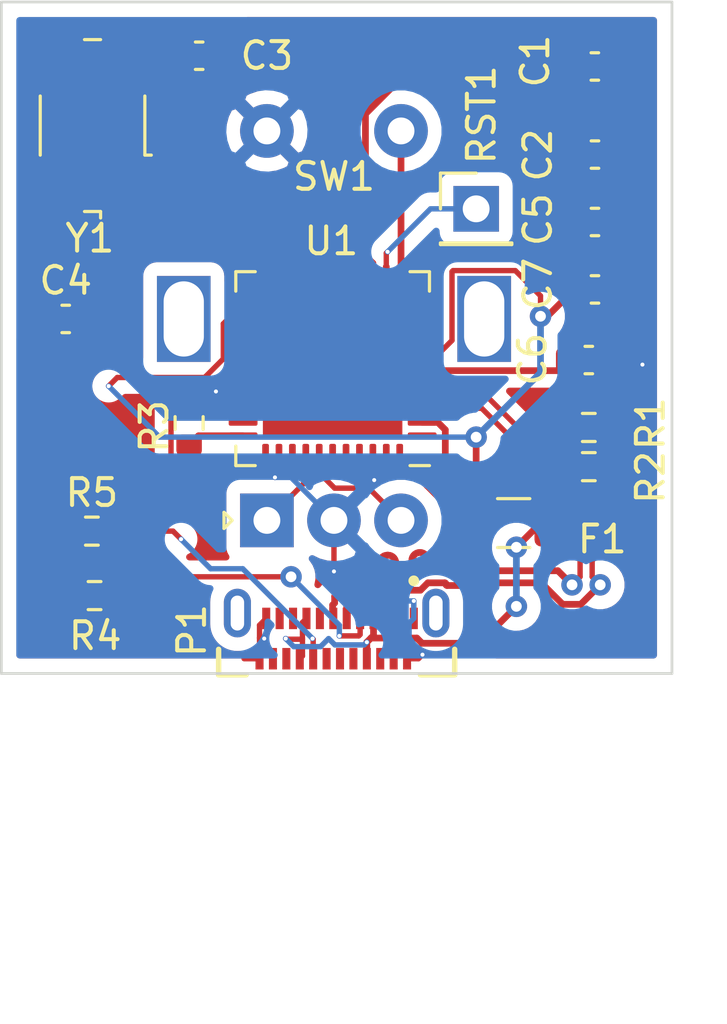
<source format=kicad_pcb>
(kicad_pcb (version 20171130) (host pcbnew 5.99.0+really5.1.10+dfsg1-1+b1)

  (general
    (thickness 1.6)
    (drawings 5)
    (tracks 319)
    (zones 0)
    (modules 18)
    (nets 16)
  )

  (page A4)
  (layers
    (0 F.Cu signal)
    (31 B.Cu signal)
    (32 B.Adhes user)
    (33 F.Adhes user)
    (34 B.Paste user)
    (35 F.Paste user)
    (36 B.SilkS user)
    (37 F.SilkS user)
    (38 B.Mask user)
    (39 F.Mask user)
    (40 Dwgs.User user)
    (41 Cmts.User user hide)
    (42 Eco1.User user hide)
    (43 Eco2.User user hide)
    (44 Edge.Cuts user)
    (45 Margin user)
    (46 B.CrtYd user)
    (47 F.CrtYd user)
    (48 B.Fab user)
    (49 F.Fab user)
  )

  (setup
    (last_trace_width 0.2)
    (trace_clearance 0.1)
    (zone_clearance 0.508)
    (zone_45_only no)
    (trace_min 0.2)
    (via_size 0.2)
    (via_drill 0.15)
    (via_min_size 0.2)
    (via_min_drill 0.1)
    (uvia_size 0.2)
    (uvia_drill 0.1)
    (uvias_allowed no)
    (uvia_min_size 0.2)
    (uvia_min_drill 0.1)
    (edge_width 0.05)
    (segment_width 0.15)
    (pcb_text_width 0.3)
    (pcb_text_size 1.5 1.5)
    (mod_edge_width 0.12)
    (mod_text_size 1 1)
    (mod_text_width 0.15)
    (pad_size 1.524 1.524)
    (pad_drill 0.762)
    (pad_to_mask_clearance 0)
    (aux_axis_origin 0 0)
    (visible_elements FFFFFF7F)
    (pcbplotparams
      (layerselection 0x010fc_ffffffff)
      (usegerberextensions false)
      (usegerberattributes true)
      (usegerberadvancedattributes true)
      (creategerberjobfile true)
      (excludeedgelayer true)
      (linewidth 0.100000)
      (plotframeref false)
      (viasonmask false)
      (mode 1)
      (useauxorigin false)
      (hpglpennumber 1)
      (hpglpenspeed 20)
      (hpglpendiameter 15.000000)
      (psnegative false)
      (psa4output false)
      (plotreference true)
      (plotvalue true)
      (plotinvisibletext false)
      (padsonsilk false)
      (subtractmaskfromsilk false)
      (outputformat 1)
      (mirror false)
      (drillshape 0)
      (scaleselection 1)
      (outputdirectory "GERBER/"))
  )

  (net 0 "")
  (net 1 GND)
  (net 2 +5V)
  (net 3 "Net-(C3-Pad1)")
  (net 4 "Net-(C4-Pad1)")
  (net 5 "Net-(C6-Pad1)")
  (net 6 "Net-(F1-Pad2)")
  (net 7 "Net-(P1-PadB5)")
  (net 8 "Net-(P1-PadA5)")
  (net 9 "Net-(R3-Pad2)")
  (net 10 "Net-(SW1-PadA)")
  (net 11 "Net-(SW1-PadB)")
  (net 12 "Net-(SW1-PadS1)")
  (net 13 D-)
  (net 14 D+)
  (net 15 "Net-(RST1-Pad1)")

  (net_class Default "This is the default net class."
    (clearance 0.1)
    (trace_width 0.2)
    (via_dia 0.2)
    (via_drill 0.15)
    (uvia_dia 0.2)
    (uvia_drill 0.1)
    (diff_pair_width 0.2)
    (diff_pair_gap 0.2)
    (add_net +5V)
    (add_net D+)
    (add_net D-)
    (add_net GND)
    (add_net "Net-(C3-Pad1)")
    (add_net "Net-(C4-Pad1)")
    (add_net "Net-(C6-Pad1)")
    (add_net "Net-(F1-Pad2)")
    (add_net "Net-(P1-PadA5)")
    (add_net "Net-(P1-PadB5)")
    (add_net "Net-(R3-Pad2)")
    (add_net "Net-(RST1-Pad1)")
    (add_net "Net-(SW1-PadA)")
    (add_net "Net-(SW1-PadB)")
    (add_net "Net-(SW1-PadS1)")
  )

  (module misc:RotaryEncoder_Alps_EC11E-Switch_Vertical_H20mm_NS (layer F.Cu) (tedit 615CD439) (tstamp 615D29C6)
    (at 109.9 69.3 90)
    (descr "Alps rotary encoder, EC12E... with switch, vertical shaft, http://www.alps.com/prod/info/E/HTML/Encoder/Incremental/EC11/EC11E15204A3.html")
    (tags "rotary encoder")
    (path /61667E87)
    (fp_text reference SW1 (at 12.8 2.5 180) (layer F.SilkS)
      (effects (font (size 1 1) (thickness 0.15)))
    )
    (fp_text value Rotary_Encoder_Switch (at 7.5 10.4 90) (layer F.Fab)
      (effects (font (size 1 1) (thickness 0.15)))
    )
    (fp_line (start 4.5 2.5) (end 10.5 2.5) (layer F.Fab) (width 0.12))
    (fp_line (start 7.5 -0.5) (end 7.5 5.5) (layer F.Fab) (width 0.12))
    (fp_line (start 0.3 -1.6) (end 0 -1.3) (layer F.SilkS) (width 0.12))
    (fp_line (start -0.3 -1.6) (end 0.3 -1.6) (layer F.SilkS) (width 0.12))
    (fp_line (start 0 -1.3) (end -0.3 -1.6) (layer F.SilkS) (width 0.12))
    (fp_line (start 1.5 -2.2) (end 2.5 -3.3) (layer F.Fab) (width 0.12))
    (fp_line (start 1.5 8.3) (end 1.5 -2.2) (layer F.Fab) (width 0.12))
    (fp_line (start 13.5 8.3) (end 1.5 8.3) (layer F.Fab) (width 0.12))
    (fp_line (start 13.5 -3.3) (end 13.5 8.3) (layer F.Fab) (width 0.12))
    (fp_line (start 2.5 -3.3) (end 13.5 -3.3) (layer F.Fab) (width 0.12))
    (fp_line (start -1.5 -4.6) (end 16 -4.6) (layer F.CrtYd) (width 0.05))
    (fp_line (start -1.5 -4.6) (end -1.5 9.6) (layer F.CrtYd) (width 0.05))
    (fp_line (start 16 9.6) (end 16 -4.6) (layer F.CrtYd) (width 0.05))
    (fp_line (start 16 9.6) (end -1.5 9.6) (layer F.CrtYd) (width 0.05))
    (fp_circle (center 7.5 2.5) (end 10.5 2.5) (layer F.Fab) (width 0.12))
    (fp_text user %R (at 11.1 6.3 90) (layer F.Fab)
      (effects (font (size 1 1) (thickness 0.15)))
    )
    (pad A thru_hole rect (at 0 0 90) (size 2 2) (drill 1) (layers *.Cu *.Mask)
      (net 10 "Net-(SW1-PadA)"))
    (pad C thru_hole circle (at 0 2.5 90) (size 2 2) (drill 1) (layers *.Cu *.Mask)
      (net 1 GND))
    (pad B thru_hole circle (at 0 5 90) (size 2 2) (drill 1) (layers *.Cu *.Mask)
      (net 11 "Net-(SW1-PadB)"))
    (pad MP thru_hole rect (at 7.5 -3.1 90) (size 3.2 2) (drill oval 2.8 1.5) (layers *.Cu *.Mask))
    (pad MP thru_hole rect (at 7.5 8.1 90) (size 3.2 2) (drill oval 2.8 1.5) (layers *.Cu *.Mask))
    (pad S2 thru_hole circle (at 14.5 0 90) (size 2 2) (drill 1) (layers *.Cu *.Mask)
      (net 1 GND))
    (pad S1 thru_hole circle (at 14.5 5 90) (size 2 2) (drill 1) (layers *.Cu *.Mask)
      (net 12 "Net-(SW1-PadS1)"))
    (model ${KISYS3DMOD}/Rotary_Encoder.3dshapes/RotaryEncoder_Alps_EC11E-Switch_Vertical_H20mm.wrl
      (at (xyz 0 0 0))
      (scale (xyz 1 1 1))
      (rotate (xyz 0 0 0))
    )
  )

  (module Connector_PinHeader_2.54mm:PinHeader_1x01_P2.54mm_Vertical (layer F.Cu) (tedit 59FED5CC) (tstamp 615D4887)
    (at 117.7 57.7)
    (descr "Through hole straight pin header, 1x01, 2.54mm pitch, single row")
    (tags "Through hole pin header THT 1x01 2.54mm single row")
    (path /61600F19)
    (fp_text reference RST1 (at 0.2 -3.5 90) (layer F.SilkS)
      (effects (font (size 1 1) (thickness 0.15)))
    )
    (fp_text value Conn_01x01_Female (at 0 2.33) (layer F.Fab)
      (effects (font (size 1 1) (thickness 0.15)))
    )
    (fp_line (start -0.635 -1.27) (end 1.27 -1.27) (layer F.Fab) (width 0.1))
    (fp_line (start 1.27 -1.27) (end 1.27 1.27) (layer F.Fab) (width 0.1))
    (fp_line (start 1.27 1.27) (end -1.27 1.27) (layer F.Fab) (width 0.1))
    (fp_line (start -1.27 1.27) (end -1.27 -0.635) (layer F.Fab) (width 0.1))
    (fp_line (start -1.27 -0.635) (end -0.635 -1.27) (layer F.Fab) (width 0.1))
    (fp_line (start -1.33 1.33) (end 1.33 1.33) (layer F.SilkS) (width 0.12))
    (fp_line (start -1.33 1.27) (end -1.33 1.33) (layer F.SilkS) (width 0.12))
    (fp_line (start 1.33 1.27) (end 1.33 1.33) (layer F.SilkS) (width 0.12))
    (fp_line (start -1.33 1.27) (end 1.33 1.27) (layer F.SilkS) (width 0.12))
    (fp_line (start -1.33 0) (end -1.33 -1.33) (layer F.SilkS) (width 0.12))
    (fp_line (start -1.33 -1.33) (end 0 -1.33) (layer F.SilkS) (width 0.12))
    (fp_line (start -1.8 -1.8) (end -1.8 1.8) (layer F.CrtYd) (width 0.05))
    (fp_line (start -1.8 1.8) (end 1.8 1.8) (layer F.CrtYd) (width 0.05))
    (fp_line (start 1.8 1.8) (end 1.8 -1.8) (layer F.CrtYd) (width 0.05))
    (fp_line (start 1.8 -1.8) (end -1.8 -1.8) (layer F.CrtYd) (width 0.05))
    (fp_text user %R (at 0 0 90) (layer F.Fab)
      (effects (font (size 1 1) (thickness 0.15)))
    )
    (pad 1 thru_hole rect (at 0 0) (size 1.7 1.7) (drill 1) (layers *.Cu *.Mask)
      (net 15 "Net-(RST1-Pad1)"))
    (model ${KISYS3DMOD}/Connector_PinHeader_2.54mm.3dshapes/PinHeader_1x01_P2.54mm_Vertical.wrl
      (at (xyz 0 0 0))
      (scale (xyz 1 1 1))
      (rotate (xyz 0 0 0))
    )
  )

  (module Package_DFN_QFN:QFN-44-1EP_7x7mm_P0.5mm_EP5.2x5.2mm (layer F.Cu) (tedit 5DC5F6A5) (tstamp 615CA433)
    (at 112.35 63.65 180)
    (descr "QFN, 44 Pin (http://ww1.microchip.com/downloads/en/DeviceDoc/2512S.pdf#page=17), generated with kicad-footprint-generator ipc_noLead_generator.py")
    (tags "QFN NoLead")
    (path /615C98DA)
    (attr smd)
    (fp_text reference U1 (at 0.05 4.75) (layer F.SilkS)
      (effects (font (size 1 1) (thickness 0.15)))
    )
    (fp_text value ATmega32U4-MU (at 0 4.82) (layer F.Fab)
      (effects (font (size 1 1) (thickness 0.15)))
    )
    (fp_line (start 4.12 -4.12) (end -4.12 -4.12) (layer F.CrtYd) (width 0.05))
    (fp_line (start 4.12 4.12) (end 4.12 -4.12) (layer F.CrtYd) (width 0.05))
    (fp_line (start -4.12 4.12) (end 4.12 4.12) (layer F.CrtYd) (width 0.05))
    (fp_line (start -4.12 -4.12) (end -4.12 4.12) (layer F.CrtYd) (width 0.05))
    (fp_line (start -3.5 -2.5) (end -2.5 -3.5) (layer F.Fab) (width 0.1))
    (fp_line (start -3.5 3.5) (end -3.5 -2.5) (layer F.Fab) (width 0.1))
    (fp_line (start 3.5 3.5) (end -3.5 3.5) (layer F.Fab) (width 0.1))
    (fp_line (start 3.5 -3.5) (end 3.5 3.5) (layer F.Fab) (width 0.1))
    (fp_line (start -2.5 -3.5) (end 3.5 -3.5) (layer F.Fab) (width 0.1))
    (fp_line (start -2.885 -3.61) (end -3.61 -3.61) (layer F.SilkS) (width 0.12))
    (fp_line (start 3.61 3.61) (end 3.61 2.885) (layer F.SilkS) (width 0.12))
    (fp_line (start 2.885 3.61) (end 3.61 3.61) (layer F.SilkS) (width 0.12))
    (fp_line (start -3.61 3.61) (end -3.61 2.885) (layer F.SilkS) (width 0.12))
    (fp_line (start -2.885 3.61) (end -3.61 3.61) (layer F.SilkS) (width 0.12))
    (fp_line (start 3.61 -3.61) (end 3.61 -2.885) (layer F.SilkS) (width 0.12))
    (fp_line (start 2.885 -3.61) (end 3.61 -3.61) (layer F.SilkS) (width 0.12))
    (fp_text user %R (at 0 0) (layer F.Fab)
      (effects (font (size 1 1) (thickness 0.15)))
    )
    (pad "" smd roundrect (at 1.95 1.95 180) (size 1.05 1.05) (layers F.Paste) (roundrect_rratio 0.2380942857142857))
    (pad "" smd roundrect (at 1.95 0.65 180) (size 1.05 1.05) (layers F.Paste) (roundrect_rratio 0.2380942857142857))
    (pad "" smd roundrect (at 1.95 -0.65 180) (size 1.05 1.05) (layers F.Paste) (roundrect_rratio 0.2380942857142857))
    (pad "" smd roundrect (at 1.95 -1.95 180) (size 1.05 1.05) (layers F.Paste) (roundrect_rratio 0.2380942857142857))
    (pad "" smd roundrect (at 0.65 1.95 180) (size 1.05 1.05) (layers F.Paste) (roundrect_rratio 0.2380942857142857))
    (pad "" smd roundrect (at 0.65 0.65 180) (size 1.05 1.05) (layers F.Paste) (roundrect_rratio 0.2380942857142857))
    (pad "" smd roundrect (at 0.65 -0.65 180) (size 1.05 1.05) (layers F.Paste) (roundrect_rratio 0.2380942857142857))
    (pad "" smd roundrect (at 0.65 -1.95 180) (size 1.05 1.05) (layers F.Paste) (roundrect_rratio 0.2380942857142857))
    (pad "" smd roundrect (at -0.65 1.95 180) (size 1.05 1.05) (layers F.Paste) (roundrect_rratio 0.2380942857142857))
    (pad "" smd roundrect (at -0.65 0.65 180) (size 1.05 1.05) (layers F.Paste) (roundrect_rratio 0.2380942857142857))
    (pad "" smd roundrect (at -0.65 -0.65 180) (size 1.05 1.05) (layers F.Paste) (roundrect_rratio 0.2380942857142857))
    (pad "" smd roundrect (at -0.65 -1.95 180) (size 1.05 1.05) (layers F.Paste) (roundrect_rratio 0.2380942857142857))
    (pad "" smd roundrect (at -1.95 1.95 180) (size 1.05 1.05) (layers F.Paste) (roundrect_rratio 0.2380942857142857))
    (pad "" smd roundrect (at -1.95 0.65 180) (size 1.05 1.05) (layers F.Paste) (roundrect_rratio 0.2380942857142857))
    (pad "" smd roundrect (at -1.95 -0.65 180) (size 1.05 1.05) (layers F.Paste) (roundrect_rratio 0.2380942857142857))
    (pad "" smd roundrect (at -1.95 -1.95 180) (size 1.05 1.05) (layers F.Paste) (roundrect_rratio 0.2380942857142857))
    (pad 45 smd rect (at 0 0 180) (size 5.2 5.2) (layers F.Cu F.Mask)
      (net 1 GND))
    (pad 44 smd roundrect (at -2.5 -3.3375 180) (size 0.25 1.075) (layers F.Cu F.Paste F.Mask) (roundrect_rratio 0.25)
      (net 2 +5V))
    (pad 43 smd roundrect (at -2 -3.3375 180) (size 0.25 1.075) (layers F.Cu F.Paste F.Mask) (roundrect_rratio 0.25)
      (net 1 GND))
    (pad 42 smd roundrect (at -1.5 -3.3375 180) (size 0.25 1.075) (layers F.Cu F.Paste F.Mask) (roundrect_rratio 0.25))
    (pad 41 smd roundrect (at -1 -3.3375 180) (size 0.25 1.075) (layers F.Cu F.Paste F.Mask) (roundrect_rratio 0.25))
    (pad 40 smd roundrect (at -0.5 -3.3375 180) (size 0.25 1.075) (layers F.Cu F.Paste F.Mask) (roundrect_rratio 0.25))
    (pad 39 smd roundrect (at 0 -3.3375 180) (size 0.25 1.075) (layers F.Cu F.Paste F.Mask) (roundrect_rratio 0.25))
    (pad 38 smd roundrect (at 0.5 -3.3375 180) (size 0.25 1.075) (layers F.Cu F.Paste F.Mask) (roundrect_rratio 0.25)
      (net 11 "Net-(SW1-PadB)"))
    (pad 37 smd roundrect (at 1 -3.3375 180) (size 0.25 1.075) (layers F.Cu F.Paste F.Mask) (roundrect_rratio 0.25)
      (net 10 "Net-(SW1-PadA)"))
    (pad 36 smd roundrect (at 1.5 -3.3375 180) (size 0.25 1.075) (layers F.Cu F.Paste F.Mask) (roundrect_rratio 0.25))
    (pad 35 smd roundrect (at 2 -3.3375 180) (size 0.25 1.075) (layers F.Cu F.Paste F.Mask) (roundrect_rratio 0.25)
      (net 1 GND))
    (pad 34 smd roundrect (at 2.5 -3.3375 180) (size 0.25 1.075) (layers F.Cu F.Paste F.Mask) (roundrect_rratio 0.25)
      (net 2 +5V))
    (pad 33 smd roundrect (at 3.3375 -2.5 180) (size 1.075 0.25) (layers F.Cu F.Paste F.Mask) (roundrect_rratio 0.25)
      (net 9 "Net-(R3-Pad2)"))
    (pad 32 smd roundrect (at 3.3375 -2 180) (size 1.075 0.25) (layers F.Cu F.Paste F.Mask) (roundrect_rratio 0.25))
    (pad 31 smd roundrect (at 3.3375 -1.5 180) (size 1.075 0.25) (layers F.Cu F.Paste F.Mask) (roundrect_rratio 0.25))
    (pad 30 smd roundrect (at 3.3375 -1 180) (size 1.075 0.25) (layers F.Cu F.Paste F.Mask) (roundrect_rratio 0.25))
    (pad 29 smd roundrect (at 3.3375 -0.5 180) (size 1.075 0.25) (layers F.Cu F.Paste F.Mask) (roundrect_rratio 0.25))
    (pad 28 smd roundrect (at 3.3375 0 180) (size 1.075 0.25) (layers F.Cu F.Paste F.Mask) (roundrect_rratio 0.25))
    (pad 27 smd roundrect (at 3.3375 0.5 180) (size 1.075 0.25) (layers F.Cu F.Paste F.Mask) (roundrect_rratio 0.25))
    (pad 26 smd roundrect (at 3.3375 1 180) (size 1.075 0.25) (layers F.Cu F.Paste F.Mask) (roundrect_rratio 0.25))
    (pad 25 smd roundrect (at 3.3375 1.5 180) (size 1.075 0.25) (layers F.Cu F.Paste F.Mask) (roundrect_rratio 0.25))
    (pad 24 smd roundrect (at 3.3375 2 180) (size 1.075 0.25) (layers F.Cu F.Paste F.Mask) (roundrect_rratio 0.25)
      (net 2 +5V))
    (pad 23 smd roundrect (at 3.3375 2.5 180) (size 1.075 0.25) (layers F.Cu F.Paste F.Mask) (roundrect_rratio 0.25)
      (net 1 GND))
    (pad 22 smd roundrect (at 2.5 3.3375 180) (size 0.25 1.075) (layers F.Cu F.Paste F.Mask) (roundrect_rratio 0.25))
    (pad 21 smd roundrect (at 2 3.3375 180) (size 0.25 1.075) (layers F.Cu F.Paste F.Mask) (roundrect_rratio 0.25))
    (pad 20 smd roundrect (at 1.5 3.3375 180) (size 0.25 1.075) (layers F.Cu F.Paste F.Mask) (roundrect_rratio 0.25))
    (pad 19 smd roundrect (at 1 3.3375 180) (size 0.25 1.075) (layers F.Cu F.Paste F.Mask) (roundrect_rratio 0.25))
    (pad 18 smd roundrect (at 0.5 3.3375 180) (size 0.25 1.075) (layers F.Cu F.Paste F.Mask) (roundrect_rratio 0.25))
    (pad 17 smd roundrect (at 0 3.3375 180) (size 0.25 1.075) (layers F.Cu F.Paste F.Mask) (roundrect_rratio 0.25)
      (net 3 "Net-(C3-Pad1)"))
    (pad 16 smd roundrect (at -0.5 3.3375 180) (size 0.25 1.075) (layers F.Cu F.Paste F.Mask) (roundrect_rratio 0.25)
      (net 4 "Net-(C4-Pad1)"))
    (pad 15 smd roundrect (at -1 3.3375 180) (size 0.25 1.075) (layers F.Cu F.Paste F.Mask) (roundrect_rratio 0.25)
      (net 1 GND))
    (pad 14 smd roundrect (at -1.5 3.3375 180) (size 0.25 1.075) (layers F.Cu F.Paste F.Mask) (roundrect_rratio 0.25)
      (net 2 +5V))
    (pad 13 smd roundrect (at -2 3.3375 180) (size 0.25 1.075) (layers F.Cu F.Paste F.Mask) (roundrect_rratio 0.25)
      (net 15 "Net-(RST1-Pad1)"))
    (pad 12 smd roundrect (at -2.5 3.3375 180) (size 0.25 1.075) (layers F.Cu F.Paste F.Mask) (roundrect_rratio 0.25)
      (net 12 "Net-(SW1-PadS1)"))
    (pad 11 smd roundrect (at -3.3375 2.5 180) (size 1.075 0.25) (layers F.Cu F.Paste F.Mask) (roundrect_rratio 0.25))
    (pad 10 smd roundrect (at -3.3375 2 180) (size 1.075 0.25) (layers F.Cu F.Paste F.Mask) (roundrect_rratio 0.25))
    (pad 9 smd roundrect (at -3.3375 1.5 180) (size 1.075 0.25) (layers F.Cu F.Paste F.Mask) (roundrect_rratio 0.25))
    (pad 8 smd roundrect (at -3.3375 1 180) (size 1.075 0.25) (layers F.Cu F.Paste F.Mask) (roundrect_rratio 0.25))
    (pad 7 smd roundrect (at -3.3375 0.5 180) (size 1.075 0.25) (layers F.Cu F.Paste F.Mask) (roundrect_rratio 0.25)
      (net 2 +5V))
    (pad 6 smd roundrect (at -3.3375 0 180) (size 1.075 0.25) (layers F.Cu F.Paste F.Mask) (roundrect_rratio 0.25)
      (net 5 "Net-(C6-Pad1)"))
    (pad 5 smd roundrect (at -3.3375 -0.5 180) (size 1.075 0.25) (layers F.Cu F.Paste F.Mask) (roundrect_rratio 0.25)
      (net 1 GND))
    (pad 4 smd roundrect (at -3.3375 -1 180) (size 1.075 0.25) (layers F.Cu F.Paste F.Mask) (roundrect_rratio 0.25)
      (net 14 D+))
    (pad 3 smd roundrect (at -3.3375 -1.5 180) (size 1.075 0.25) (layers F.Cu F.Paste F.Mask) (roundrect_rratio 0.25)
      (net 13 D-))
    (pad 2 smd roundrect (at -3.3375 -2 180) (size 1.075 0.25) (layers F.Cu F.Paste F.Mask) (roundrect_rratio 0.25)
      (net 2 +5V))
    (pad 1 smd roundrect (at -3.3375 -2.5 180) (size 1.075 0.25) (layers F.Cu F.Paste F.Mask) (roundrect_rratio 0.25))
    (model ${KISYS3DMOD}/Package_DFN_QFN.3dshapes/QFN-44-1EP_7x7mm_P0.5mm_EP5.2x5.2mm.wrl
      (at (xyz 0 0 0))
      (scale (xyz 1 1 1))
      (rotate (xyz 0 0 0))
    )
  )

  (module misc:GCT_USB4155-03-C_REVA (layer F.Cu) (tedit 61504D31) (tstamp 615C3CE2)
    (at 112.5 73.7)
    (path /616454B2)
    (fp_text reference P1 (at -5.4 -0.3 90) (layer F.SilkS)
      (effects (font (size 1 1) (thickness 0.15)))
    )
    (fp_text value USB_C_Plug (at 8.835 -3.385) (layer F.Fab)
      (effects (font (size 1 1) (thickness 0.15)))
    )
    (fp_poly (pts (xy 3.7 -1.95) (xy 3.669 -1.949) (xy 3.637 -1.947) (xy 3.606 -1.943)
      (xy 3.575 -1.937) (xy 3.545 -1.93) (xy 3.515 -1.921) (xy 3.485 -1.91)
      (xy 3.456 -1.898) (xy 3.428 -1.885) (xy 3.4 -1.87) (xy 3.373 -1.853)
      (xy 3.347 -1.835) (xy 3.322 -1.816) (xy 3.299 -1.796) (xy 3.276 -1.774)
      (xy 3.254 -1.751) (xy 3.234 -1.728) (xy 3.215 -1.703) (xy 3.197 -1.677)
      (xy 3.18 -1.65) (xy 3.165 -1.622) (xy 3.152 -1.594) (xy 3.14 -1.565)
      (xy 3.129 -1.535) (xy 3.12 -1.505) (xy 3.113 -1.475) (xy 3.107 -1.444)
      (xy 3.103 -1.413) (xy 3.101 -1.381) (xy 3.1 -1.35) (xy 3.1 -0.55)
      (xy 3.101 -0.519) (xy 3.103 -0.487) (xy 3.107 -0.456) (xy 3.113 -0.425)
      (xy 3.12 -0.395) (xy 3.129 -0.365) (xy 3.14 -0.335) (xy 3.152 -0.306)
      (xy 3.165 -0.278) (xy 3.18 -0.25) (xy 3.197 -0.223) (xy 3.215 -0.197)
      (xy 3.234 -0.172) (xy 3.254 -0.149) (xy 3.276 -0.126) (xy 3.299 -0.104)
      (xy 3.322 -0.084) (xy 3.347 -0.065) (xy 3.373 -0.047) (xy 3.4 -0.03)
      (xy 3.428 -0.015) (xy 3.456 -0.002) (xy 3.485 0.01) (xy 3.515 0.021)
      (xy 3.545 0.03) (xy 3.575 0.037) (xy 3.606 0.043) (xy 3.637 0.047)
      (xy 3.669 0.049) (xy 3.7 0.05) (xy 3.731 0.049) (xy 3.763 0.047)
      (xy 3.794 0.043) (xy 3.825 0.037) (xy 3.855 0.03) (xy 3.885 0.021)
      (xy 3.915 0.01) (xy 3.944 -0.002) (xy 3.972 -0.015) (xy 4 -0.03)
      (xy 4.027 -0.047) (xy 4.053 -0.065) (xy 4.078 -0.084) (xy 4.101 -0.104)
      (xy 4.124 -0.126) (xy 4.146 -0.149) (xy 4.166 -0.172) (xy 4.185 -0.197)
      (xy 4.203 -0.223) (xy 4.22 -0.25) (xy 4.235 -0.278) (xy 4.248 -0.306)
      (xy 4.26 -0.335) (xy 4.271 -0.365) (xy 4.28 -0.395) (xy 4.287 -0.425)
      (xy 4.293 -0.456) (xy 4.297 -0.487) (xy 4.299 -0.519) (xy 4.3 -0.55)
      (xy 4.3 -1.35) (xy 4.299 -1.381) (xy 4.297 -1.413) (xy 4.293 -1.444)
      (xy 4.287 -1.475) (xy 4.28 -1.505) (xy 4.271 -1.535) (xy 4.26 -1.565)
      (xy 4.248 -1.594) (xy 4.235 -1.622) (xy 4.22 -1.65) (xy 4.203 -1.677)
      (xy 4.185 -1.703) (xy 4.166 -1.728) (xy 4.146 -1.751) (xy 4.124 -1.774)
      (xy 4.101 -1.796) (xy 4.078 -1.816) (xy 4.053 -1.835) (xy 4.027 -1.853)
      (xy 4 -1.87) (xy 3.972 -1.885) (xy 3.944 -1.898) (xy 3.915 -1.91)
      (xy 3.885 -1.921) (xy 3.855 -1.93) (xy 3.825 -1.937) (xy 3.794 -1.943)
      (xy 3.763 -1.947) (xy 3.731 -1.949) (xy 3.7 -1.95)) (layer B.Mask) (width 0.01))
    (fp_poly (pts (xy 3.7 -1.95) (xy 3.669 -1.949) (xy 3.637 -1.947) (xy 3.606 -1.943)
      (xy 3.575 -1.937) (xy 3.545 -1.93) (xy 3.515 -1.921) (xy 3.485 -1.91)
      (xy 3.456 -1.898) (xy 3.428 -1.885) (xy 3.4 -1.87) (xy 3.373 -1.853)
      (xy 3.347 -1.835) (xy 3.322 -1.816) (xy 3.299 -1.796) (xy 3.276 -1.774)
      (xy 3.254 -1.751) (xy 3.234 -1.728) (xy 3.215 -1.703) (xy 3.197 -1.677)
      (xy 3.18 -1.65) (xy 3.165 -1.622) (xy 3.152 -1.594) (xy 3.14 -1.565)
      (xy 3.129 -1.535) (xy 3.12 -1.505) (xy 3.113 -1.475) (xy 3.107 -1.444)
      (xy 3.103 -1.413) (xy 3.101 -1.381) (xy 3.1 -1.35) (xy 3.1 -0.55)
      (xy 3.101 -0.519) (xy 3.103 -0.487) (xy 3.107 -0.456) (xy 3.113 -0.425)
      (xy 3.12 -0.395) (xy 3.129 -0.365) (xy 3.14 -0.335) (xy 3.152 -0.306)
      (xy 3.165 -0.278) (xy 3.18 -0.25) (xy 3.197 -0.223) (xy 3.215 -0.197)
      (xy 3.234 -0.172) (xy 3.254 -0.149) (xy 3.276 -0.126) (xy 3.299 -0.104)
      (xy 3.322 -0.084) (xy 3.347 -0.065) (xy 3.373 -0.047) (xy 3.4 -0.03)
      (xy 3.428 -0.015) (xy 3.456 -0.002) (xy 3.485 0.01) (xy 3.515 0.021)
      (xy 3.545 0.03) (xy 3.575 0.037) (xy 3.606 0.043) (xy 3.637 0.047)
      (xy 3.669 0.049) (xy 3.7 0.05) (xy 3.731 0.049) (xy 3.763 0.047)
      (xy 3.794 0.043) (xy 3.825 0.037) (xy 3.855 0.03) (xy 3.885 0.021)
      (xy 3.915 0.01) (xy 3.944 -0.002) (xy 3.972 -0.015) (xy 4 -0.03)
      (xy 4.027 -0.047) (xy 4.053 -0.065) (xy 4.078 -0.084) (xy 4.101 -0.104)
      (xy 4.124 -0.126) (xy 4.146 -0.149) (xy 4.166 -0.172) (xy 4.185 -0.197)
      (xy 4.203 -0.223) (xy 4.22 -0.25) (xy 4.235 -0.278) (xy 4.248 -0.306)
      (xy 4.26 -0.335) (xy 4.271 -0.365) (xy 4.28 -0.395) (xy 4.287 -0.425)
      (xy 4.293 -0.456) (xy 4.297 -0.487) (xy 4.299 -0.519) (xy 4.3 -0.55)
      (xy 4.3 -1.35) (xy 4.299 -1.381) (xy 4.297 -1.413) (xy 4.293 -1.444)
      (xy 4.287 -1.475) (xy 4.28 -1.505) (xy 4.271 -1.535) (xy 4.26 -1.565)
      (xy 4.248 -1.594) (xy 4.235 -1.622) (xy 4.22 -1.65) (xy 4.203 -1.677)
      (xy 4.185 -1.703) (xy 4.166 -1.728) (xy 4.146 -1.751) (xy 4.124 -1.774)
      (xy 4.101 -1.796) (xy 4.078 -1.816) (xy 4.053 -1.835) (xy 4.027 -1.853)
      (xy 4 -1.87) (xy 3.972 -1.885) (xy 3.944 -1.898) (xy 3.915 -1.91)
      (xy 3.885 -1.921) (xy 3.855 -1.93) (xy 3.825 -1.937) (xy 3.794 -1.943)
      (xy 3.763 -1.947) (xy 3.731 -1.949) (xy 3.7 -1.95)) (layer F.Mask) (width 0.01))
    (fp_poly (pts (xy 3.7 -1.85) (xy 3.674 -1.849) (xy 3.648 -1.847) (xy 3.622 -1.844)
      (xy 3.596 -1.839) (xy 3.571 -1.833) (xy 3.545 -1.826) (xy 3.521 -1.817)
      (xy 3.497 -1.807) (xy 3.473 -1.796) (xy 3.45 -1.783) (xy 3.428 -1.769)
      (xy 3.406 -1.755) (xy 3.385 -1.739) (xy 3.365 -1.722) (xy 3.346 -1.704)
      (xy 3.328 -1.685) (xy 3.311 -1.665) (xy 3.295 -1.644) (xy 3.281 -1.622)
      (xy 3.267 -1.6) (xy 3.254 -1.577) (xy 3.243 -1.553) (xy 3.233 -1.529)
      (xy 3.224 -1.505) (xy 3.217 -1.479) (xy 3.211 -1.454) (xy 3.206 -1.428)
      (xy 3.203 -1.402) (xy 3.201 -1.376) (xy 3.2 -1.35) (xy 3.2 -0.55)
      (xy 3.201 -0.524) (xy 3.203 -0.498) (xy 3.206 -0.472) (xy 3.211 -0.446)
      (xy 3.217 -0.421) (xy 3.224 -0.395) (xy 3.233 -0.371) (xy 3.243 -0.347)
      (xy 3.254 -0.323) (xy 3.267 -0.3) (xy 3.281 -0.278) (xy 3.295 -0.256)
      (xy 3.311 -0.235) (xy 3.328 -0.215) (xy 3.346 -0.196) (xy 3.365 -0.178)
      (xy 3.385 -0.161) (xy 3.406 -0.145) (xy 3.428 -0.131) (xy 3.45 -0.117)
      (xy 3.473 -0.104) (xy 3.497 -0.093) (xy 3.521 -0.083) (xy 3.545 -0.074)
      (xy 3.571 -0.067) (xy 3.596 -0.061) (xy 3.622 -0.056) (xy 3.648 -0.053)
      (xy 3.674 -0.051) (xy 3.7 -0.05) (xy 3.726 -0.051) (xy 3.752 -0.053)
      (xy 3.778 -0.056) (xy 3.804 -0.061) (xy 3.829 -0.067) (xy 3.855 -0.074)
      (xy 3.879 -0.083) (xy 3.903 -0.093) (xy 3.927 -0.104) (xy 3.95 -0.117)
      (xy 3.972 -0.131) (xy 3.994 -0.145) (xy 4.015 -0.161) (xy 4.035 -0.178)
      (xy 4.054 -0.196) (xy 4.072 -0.215) (xy 4.089 -0.235) (xy 4.105 -0.256)
      (xy 4.119 -0.278) (xy 4.133 -0.3) (xy 4.146 -0.323) (xy 4.157 -0.347)
      (xy 4.167 -0.371) (xy 4.176 -0.395) (xy 4.183 -0.421) (xy 4.189 -0.446)
      (xy 4.194 -0.472) (xy 4.197 -0.498) (xy 4.199 -0.524) (xy 4.2 -0.55)
      (xy 4.2 -1.35) (xy 4.199 -1.376) (xy 4.197 -1.402) (xy 4.194 -1.428)
      (xy 4.189 -1.454) (xy 4.183 -1.479) (xy 4.176 -1.505) (xy 4.167 -1.529)
      (xy 4.157 -1.553) (xy 4.146 -1.577) (xy 4.133 -1.6) (xy 4.119 -1.622)
      (xy 4.105 -1.644) (xy 4.089 -1.665) (xy 4.072 -1.685) (xy 4.054 -1.704)
      (xy 4.035 -1.722) (xy 4.015 -1.739) (xy 3.994 -1.755) (xy 3.972 -1.769)
      (xy 3.95 -1.783) (xy 3.927 -1.796) (xy 3.903 -1.807) (xy 3.879 -1.817)
      (xy 3.855 -1.826) (xy 3.829 -1.833) (xy 3.804 -1.839) (xy 3.778 -1.844)
      (xy 3.752 -1.847) (xy 3.726 -1.849) (xy 3.7 -1.85)) (layer B.Cu) (width 0.01))
    (fp_poly (pts (xy 3.7 -1.85) (xy 3.674 -1.849) (xy 3.648 -1.847) (xy 3.622 -1.844)
      (xy 3.596 -1.839) (xy 3.571 -1.833) (xy 3.545 -1.826) (xy 3.521 -1.817)
      (xy 3.497 -1.807) (xy 3.473 -1.796) (xy 3.45 -1.783) (xy 3.428 -1.769)
      (xy 3.406 -1.755) (xy 3.385 -1.739) (xy 3.365 -1.722) (xy 3.346 -1.704)
      (xy 3.328 -1.685) (xy 3.311 -1.665) (xy 3.295 -1.644) (xy 3.281 -1.622)
      (xy 3.267 -1.6) (xy 3.254 -1.577) (xy 3.243 -1.553) (xy 3.233 -1.529)
      (xy 3.224 -1.505) (xy 3.217 -1.479) (xy 3.211 -1.454) (xy 3.206 -1.428)
      (xy 3.203 -1.402) (xy 3.201 -1.376) (xy 3.2 -1.35) (xy 3.2 -0.55)
      (xy 3.201 -0.524) (xy 3.203 -0.498) (xy 3.206 -0.472) (xy 3.211 -0.446)
      (xy 3.217 -0.421) (xy 3.224 -0.395) (xy 3.233 -0.371) (xy 3.243 -0.347)
      (xy 3.254 -0.323) (xy 3.267 -0.3) (xy 3.281 -0.278) (xy 3.295 -0.256)
      (xy 3.311 -0.235) (xy 3.328 -0.215) (xy 3.346 -0.196) (xy 3.365 -0.178)
      (xy 3.385 -0.161) (xy 3.406 -0.145) (xy 3.428 -0.131) (xy 3.45 -0.117)
      (xy 3.473 -0.104) (xy 3.497 -0.093) (xy 3.521 -0.083) (xy 3.545 -0.074)
      (xy 3.571 -0.067) (xy 3.596 -0.061) (xy 3.622 -0.056) (xy 3.648 -0.053)
      (xy 3.674 -0.051) (xy 3.7 -0.05) (xy 3.726 -0.051) (xy 3.752 -0.053)
      (xy 3.778 -0.056) (xy 3.804 -0.061) (xy 3.829 -0.067) (xy 3.855 -0.074)
      (xy 3.879 -0.083) (xy 3.903 -0.093) (xy 3.927 -0.104) (xy 3.95 -0.117)
      (xy 3.972 -0.131) (xy 3.994 -0.145) (xy 4.015 -0.161) (xy 4.035 -0.178)
      (xy 4.054 -0.196) (xy 4.072 -0.215) (xy 4.089 -0.235) (xy 4.105 -0.256)
      (xy 4.119 -0.278) (xy 4.133 -0.3) (xy 4.146 -0.323) (xy 4.157 -0.347)
      (xy 4.167 -0.371) (xy 4.176 -0.395) (xy 4.183 -0.421) (xy 4.189 -0.446)
      (xy 4.194 -0.472) (xy 4.197 -0.498) (xy 4.199 -0.524) (xy 4.2 -0.55)
      (xy 4.2 -1.35) (xy 4.199 -1.376) (xy 4.197 -1.402) (xy 4.194 -1.428)
      (xy 4.189 -1.454) (xy 4.183 -1.479) (xy 4.176 -1.505) (xy 4.167 -1.529)
      (xy 4.157 -1.553) (xy 4.146 -1.577) (xy 4.133 -1.6) (xy 4.119 -1.622)
      (xy 4.105 -1.644) (xy 4.089 -1.665) (xy 4.072 -1.685) (xy 4.054 -1.704)
      (xy 4.035 -1.722) (xy 4.015 -1.739) (xy 3.994 -1.755) (xy 3.972 -1.769)
      (xy 3.95 -1.783) (xy 3.927 -1.796) (xy 3.903 -1.807) (xy 3.879 -1.817)
      (xy 3.855 -1.826) (xy 3.829 -1.833) (xy 3.804 -1.839) (xy 3.778 -1.844)
      (xy 3.752 -1.847) (xy 3.726 -1.849) (xy 3.7 -1.85)) (layer F.Cu) (width 0.01))
    (fp_poly (pts (xy -3.7 -1.95) (xy -3.731 -1.949) (xy -3.763 -1.947) (xy -3.794 -1.943)
      (xy -3.825 -1.937) (xy -3.855 -1.93) (xy -3.885 -1.921) (xy -3.915 -1.91)
      (xy -3.944 -1.898) (xy -3.972 -1.885) (xy -4 -1.87) (xy -4.027 -1.853)
      (xy -4.053 -1.835) (xy -4.078 -1.816) (xy -4.101 -1.796) (xy -4.124 -1.774)
      (xy -4.146 -1.751) (xy -4.166 -1.728) (xy -4.185 -1.703) (xy -4.203 -1.677)
      (xy -4.22 -1.65) (xy -4.235 -1.622) (xy -4.248 -1.594) (xy -4.26 -1.565)
      (xy -4.271 -1.535) (xy -4.28 -1.505) (xy -4.287 -1.475) (xy -4.293 -1.444)
      (xy -4.297 -1.413) (xy -4.299 -1.381) (xy -4.3 -1.35) (xy -4.3 -0.55)
      (xy -4.299 -0.519) (xy -4.297 -0.487) (xy -4.293 -0.456) (xy -4.287 -0.425)
      (xy -4.28 -0.395) (xy -4.271 -0.365) (xy -4.26 -0.335) (xy -4.248 -0.306)
      (xy -4.235 -0.278) (xy -4.22 -0.25) (xy -4.203 -0.223) (xy -4.185 -0.197)
      (xy -4.166 -0.172) (xy -4.146 -0.149) (xy -4.124 -0.126) (xy -4.101 -0.104)
      (xy -4.078 -0.084) (xy -4.053 -0.065) (xy -4.027 -0.047) (xy -4 -0.03)
      (xy -3.972 -0.015) (xy -3.944 -0.002) (xy -3.915 0.01) (xy -3.885 0.021)
      (xy -3.855 0.03) (xy -3.825 0.037) (xy -3.794 0.043) (xy -3.763 0.047)
      (xy -3.731 0.049) (xy -3.7 0.05) (xy -3.669 0.049) (xy -3.637 0.047)
      (xy -3.606 0.043) (xy -3.575 0.037) (xy -3.545 0.03) (xy -3.515 0.021)
      (xy -3.485 0.01) (xy -3.456 -0.002) (xy -3.428 -0.015) (xy -3.4 -0.03)
      (xy -3.373 -0.047) (xy -3.347 -0.065) (xy -3.322 -0.084) (xy -3.299 -0.104)
      (xy -3.276 -0.126) (xy -3.254 -0.149) (xy -3.234 -0.172) (xy -3.215 -0.197)
      (xy -3.197 -0.223) (xy -3.18 -0.25) (xy -3.165 -0.278) (xy -3.152 -0.306)
      (xy -3.14 -0.335) (xy -3.129 -0.365) (xy -3.12 -0.395) (xy -3.113 -0.425)
      (xy -3.107 -0.456) (xy -3.103 -0.487) (xy -3.101 -0.519) (xy -3.1 -0.55)
      (xy -3.1 -1.35) (xy -3.101 -1.381) (xy -3.103 -1.413) (xy -3.107 -1.444)
      (xy -3.113 -1.475) (xy -3.12 -1.505) (xy -3.129 -1.535) (xy -3.14 -1.565)
      (xy -3.152 -1.594) (xy -3.165 -1.622) (xy -3.18 -1.65) (xy -3.197 -1.677)
      (xy -3.215 -1.703) (xy -3.234 -1.728) (xy -3.254 -1.751) (xy -3.276 -1.774)
      (xy -3.299 -1.796) (xy -3.322 -1.816) (xy -3.347 -1.835) (xy -3.373 -1.853)
      (xy -3.4 -1.87) (xy -3.428 -1.885) (xy -3.456 -1.898) (xy -3.485 -1.91)
      (xy -3.515 -1.921) (xy -3.545 -1.93) (xy -3.575 -1.937) (xy -3.606 -1.943)
      (xy -3.637 -1.947) (xy -3.669 -1.949) (xy -3.7 -1.95)) (layer B.Mask) (width 0.01))
    (fp_poly (pts (xy -3.7 -1.95) (xy -3.731 -1.949) (xy -3.763 -1.947) (xy -3.794 -1.943)
      (xy -3.825 -1.937) (xy -3.855 -1.93) (xy -3.885 -1.921) (xy -3.915 -1.91)
      (xy -3.944 -1.898) (xy -3.972 -1.885) (xy -4 -1.87) (xy -4.027 -1.853)
      (xy -4.053 -1.835) (xy -4.078 -1.816) (xy -4.101 -1.796) (xy -4.124 -1.774)
      (xy -4.146 -1.751) (xy -4.166 -1.728) (xy -4.185 -1.703) (xy -4.203 -1.677)
      (xy -4.22 -1.65) (xy -4.235 -1.622) (xy -4.248 -1.594) (xy -4.26 -1.565)
      (xy -4.271 -1.535) (xy -4.28 -1.505) (xy -4.287 -1.475) (xy -4.293 -1.444)
      (xy -4.297 -1.413) (xy -4.299 -1.381) (xy -4.3 -1.35) (xy -4.3 -0.55)
      (xy -4.299 -0.519) (xy -4.297 -0.487) (xy -4.293 -0.456) (xy -4.287 -0.425)
      (xy -4.28 -0.395) (xy -4.271 -0.365) (xy -4.26 -0.335) (xy -4.248 -0.306)
      (xy -4.235 -0.278) (xy -4.22 -0.25) (xy -4.203 -0.223) (xy -4.185 -0.197)
      (xy -4.166 -0.172) (xy -4.146 -0.149) (xy -4.124 -0.126) (xy -4.101 -0.104)
      (xy -4.078 -0.084) (xy -4.053 -0.065) (xy -4.027 -0.047) (xy -4 -0.03)
      (xy -3.972 -0.015) (xy -3.944 -0.002) (xy -3.915 0.01) (xy -3.885 0.021)
      (xy -3.855 0.03) (xy -3.825 0.037) (xy -3.794 0.043) (xy -3.763 0.047)
      (xy -3.731 0.049) (xy -3.7 0.05) (xy -3.669 0.049) (xy -3.637 0.047)
      (xy -3.606 0.043) (xy -3.575 0.037) (xy -3.545 0.03) (xy -3.515 0.021)
      (xy -3.485 0.01) (xy -3.456 -0.002) (xy -3.428 -0.015) (xy -3.4 -0.03)
      (xy -3.373 -0.047) (xy -3.347 -0.065) (xy -3.322 -0.084) (xy -3.299 -0.104)
      (xy -3.276 -0.126) (xy -3.254 -0.149) (xy -3.234 -0.172) (xy -3.215 -0.197)
      (xy -3.197 -0.223) (xy -3.18 -0.25) (xy -3.165 -0.278) (xy -3.152 -0.306)
      (xy -3.14 -0.335) (xy -3.129 -0.365) (xy -3.12 -0.395) (xy -3.113 -0.425)
      (xy -3.107 -0.456) (xy -3.103 -0.487) (xy -3.101 -0.519) (xy -3.1 -0.55)
      (xy -3.1 -1.35) (xy -3.101 -1.381) (xy -3.103 -1.413) (xy -3.107 -1.444)
      (xy -3.113 -1.475) (xy -3.12 -1.505) (xy -3.129 -1.535) (xy -3.14 -1.565)
      (xy -3.152 -1.594) (xy -3.165 -1.622) (xy -3.18 -1.65) (xy -3.197 -1.677)
      (xy -3.215 -1.703) (xy -3.234 -1.728) (xy -3.254 -1.751) (xy -3.276 -1.774)
      (xy -3.299 -1.796) (xy -3.322 -1.816) (xy -3.347 -1.835) (xy -3.373 -1.853)
      (xy -3.4 -1.87) (xy -3.428 -1.885) (xy -3.456 -1.898) (xy -3.485 -1.91)
      (xy -3.515 -1.921) (xy -3.545 -1.93) (xy -3.575 -1.937) (xy -3.606 -1.943)
      (xy -3.637 -1.947) (xy -3.669 -1.949) (xy -3.7 -1.95)) (layer F.Mask) (width 0.01))
    (fp_poly (pts (xy -3.7 -1.85) (xy -3.726 -1.849) (xy -3.752 -1.847) (xy -3.778 -1.844)
      (xy -3.804 -1.839) (xy -3.829 -1.833) (xy -3.855 -1.826) (xy -3.879 -1.817)
      (xy -3.903 -1.807) (xy -3.927 -1.796) (xy -3.95 -1.783) (xy -3.972 -1.769)
      (xy -3.994 -1.755) (xy -4.015 -1.739) (xy -4.035 -1.722) (xy -4.054 -1.704)
      (xy -4.072 -1.685) (xy -4.089 -1.665) (xy -4.105 -1.644) (xy -4.119 -1.622)
      (xy -4.133 -1.6) (xy -4.146 -1.577) (xy -4.157 -1.553) (xy -4.167 -1.529)
      (xy -4.176 -1.505) (xy -4.183 -1.479) (xy -4.189 -1.454) (xy -4.194 -1.428)
      (xy -4.197 -1.402) (xy -4.199 -1.376) (xy -4.2 -1.35) (xy -4.2 -0.55)
      (xy -4.199 -0.524) (xy -4.197 -0.498) (xy -4.194 -0.472) (xy -4.189 -0.446)
      (xy -4.183 -0.421) (xy -4.176 -0.395) (xy -4.167 -0.371) (xy -4.157 -0.347)
      (xy -4.146 -0.323) (xy -4.133 -0.3) (xy -4.119 -0.278) (xy -4.105 -0.256)
      (xy -4.089 -0.235) (xy -4.072 -0.215) (xy -4.054 -0.196) (xy -4.035 -0.178)
      (xy -4.015 -0.161) (xy -3.994 -0.145) (xy -3.972 -0.131) (xy -3.95 -0.117)
      (xy -3.927 -0.104) (xy -3.903 -0.093) (xy -3.879 -0.083) (xy -3.855 -0.074)
      (xy -3.829 -0.067) (xy -3.804 -0.061) (xy -3.778 -0.056) (xy -3.752 -0.053)
      (xy -3.726 -0.051) (xy -3.7 -0.05) (xy -3.674 -0.051) (xy -3.648 -0.053)
      (xy -3.622 -0.056) (xy -3.596 -0.061) (xy -3.571 -0.067) (xy -3.545 -0.074)
      (xy -3.521 -0.083) (xy -3.497 -0.093) (xy -3.473 -0.104) (xy -3.45 -0.117)
      (xy -3.428 -0.131) (xy -3.406 -0.145) (xy -3.385 -0.161) (xy -3.365 -0.178)
      (xy -3.346 -0.196) (xy -3.328 -0.215) (xy -3.311 -0.235) (xy -3.295 -0.256)
      (xy -3.281 -0.278) (xy -3.267 -0.3) (xy -3.254 -0.323) (xy -3.243 -0.347)
      (xy -3.233 -0.371) (xy -3.224 -0.395) (xy -3.217 -0.421) (xy -3.211 -0.446)
      (xy -3.206 -0.472) (xy -3.203 -0.498) (xy -3.201 -0.524) (xy -3.2 -0.55)
      (xy -3.2 -1.35) (xy -3.201 -1.376) (xy -3.203 -1.402) (xy -3.206 -1.428)
      (xy -3.211 -1.454) (xy -3.217 -1.479) (xy -3.224 -1.505) (xy -3.233 -1.529)
      (xy -3.243 -1.553) (xy -3.254 -1.577) (xy -3.267 -1.6) (xy -3.281 -1.622)
      (xy -3.295 -1.644) (xy -3.311 -1.665) (xy -3.328 -1.685) (xy -3.346 -1.704)
      (xy -3.365 -1.722) (xy -3.385 -1.739) (xy -3.406 -1.755) (xy -3.428 -1.769)
      (xy -3.45 -1.783) (xy -3.473 -1.796) (xy -3.497 -1.807) (xy -3.521 -1.817)
      (xy -3.545 -1.826) (xy -3.571 -1.833) (xy -3.596 -1.839) (xy -3.622 -1.844)
      (xy -3.648 -1.847) (xy -3.674 -1.849) (xy -3.7 -1.85)) (layer B.Cu) (width 0.01))
    (fp_poly (pts (xy -3.7 -1.85) (xy -3.726 -1.849) (xy -3.752 -1.847) (xy -3.778 -1.844)
      (xy -3.804 -1.839) (xy -3.829 -1.833) (xy -3.855 -1.826) (xy -3.879 -1.817)
      (xy -3.903 -1.807) (xy -3.927 -1.796) (xy -3.95 -1.783) (xy -3.972 -1.769)
      (xy -3.994 -1.755) (xy -4.015 -1.739) (xy -4.035 -1.722) (xy -4.054 -1.704)
      (xy -4.072 -1.685) (xy -4.089 -1.665) (xy -4.105 -1.644) (xy -4.119 -1.622)
      (xy -4.133 -1.6) (xy -4.146 -1.577) (xy -4.157 -1.553) (xy -4.167 -1.529)
      (xy -4.176 -1.505) (xy -4.183 -1.479) (xy -4.189 -1.454) (xy -4.194 -1.428)
      (xy -4.197 -1.402) (xy -4.199 -1.376) (xy -4.2 -1.35) (xy -4.2 -0.55)
      (xy -4.199 -0.524) (xy -4.197 -0.498) (xy -4.194 -0.472) (xy -4.189 -0.446)
      (xy -4.183 -0.421) (xy -4.176 -0.395) (xy -4.167 -0.371) (xy -4.157 -0.347)
      (xy -4.146 -0.323) (xy -4.133 -0.3) (xy -4.119 -0.278) (xy -4.105 -0.256)
      (xy -4.089 -0.235) (xy -4.072 -0.215) (xy -4.054 -0.196) (xy -4.035 -0.178)
      (xy -4.015 -0.161) (xy -3.994 -0.145) (xy -3.972 -0.131) (xy -3.95 -0.117)
      (xy -3.927 -0.104) (xy -3.903 -0.093) (xy -3.879 -0.083) (xy -3.855 -0.074)
      (xy -3.829 -0.067) (xy -3.804 -0.061) (xy -3.778 -0.056) (xy -3.752 -0.053)
      (xy -3.726 -0.051) (xy -3.7 -0.05) (xy -3.674 -0.051) (xy -3.648 -0.053)
      (xy -3.622 -0.056) (xy -3.596 -0.061) (xy -3.571 -0.067) (xy -3.545 -0.074)
      (xy -3.521 -0.083) (xy -3.497 -0.093) (xy -3.473 -0.104) (xy -3.45 -0.117)
      (xy -3.428 -0.131) (xy -3.406 -0.145) (xy -3.385 -0.161) (xy -3.365 -0.178)
      (xy -3.346 -0.196) (xy -3.328 -0.215) (xy -3.311 -0.235) (xy -3.295 -0.256)
      (xy -3.281 -0.278) (xy -3.267 -0.3) (xy -3.254 -0.323) (xy -3.243 -0.347)
      (xy -3.233 -0.371) (xy -3.224 -0.395) (xy -3.217 -0.421) (xy -3.211 -0.446)
      (xy -3.206 -0.472) (xy -3.203 -0.498) (xy -3.201 -0.524) (xy -3.2 -0.55)
      (xy -3.2 -1.35) (xy -3.201 -1.376) (xy -3.203 -1.402) (xy -3.206 -1.428)
      (xy -3.211 -1.454) (xy -3.217 -1.479) (xy -3.224 -1.505) (xy -3.233 -1.529)
      (xy -3.243 -1.553) (xy -3.254 -1.577) (xy -3.267 -1.6) (xy -3.281 -1.622)
      (xy -3.295 -1.644) (xy -3.311 -1.665) (xy -3.328 -1.685) (xy -3.346 -1.704)
      (xy -3.365 -1.722) (xy -3.385 -1.739) (xy -3.406 -1.755) (xy -3.428 -1.769)
      (xy -3.45 -1.783) (xy -3.473 -1.796) (xy -3.497 -1.807) (xy -3.521 -1.817)
      (xy -3.545 -1.826) (xy -3.571 -1.833) (xy -3.596 -1.839) (xy -3.622 -1.844)
      (xy -3.648 -1.847) (xy -3.674 -1.849) (xy -3.7 -1.85)) (layer F.Cu) (width 0.01))
    (fp_line (start 4.4 1.35) (end 4.4 0.4) (layer F.SilkS) (width 0.2))
    (fp_line (start -4.4 1.35) (end -4.4 0.4) (layer F.SilkS) (width 0.2))
    (fp_line (start -5.5 1.35) (end 5.5 1.35) (layer F.Fab) (width 0.1))
    (fp_circle (center 2.875 -2.15) (end 2.975 -2.15) (layer F.Fab) (width 0.2))
    (fp_line (start 4.65 14.3) (end 4.65 -2.2) (layer F.CrtYd) (width 0.05))
    (fp_line (start -4.65 -2.2) (end 4.65 -2.2) (layer F.CrtYd) (width 0.05))
    (fp_line (start -4.65 14.3) (end 4.65 14.3) (layer F.CrtYd) (width 0.05))
    (fp_line (start -4.65 14.3) (end -4.65 -2.2) (layer F.CrtYd) (width 0.05))
    (fp_line (start -4.4 14.05) (end 4.4 14.05) (layer F.Fab) (width 0.1))
    (fp_line (start -4.4 -1.45) (end 4.4 -1.45) (layer F.Fab) (width 0.1))
    (fp_line (start 4.4 14.05) (end 4.4 -1.45) (layer F.Fab) (width 0.1))
    (fp_line (start -4.4 14.05) (end -4.4 -1.45) (layer F.Fab) (width 0.1))
    (fp_line (start 3.125 1.35) (end 4.4 1.35) (layer F.SilkS) (width 0.2))
    (fp_line (start -4.4 1.35) (end -3.375 1.35) (layer F.SilkS) (width 0.2))
    (fp_circle (center 2.875 -2.15) (end 2.975 -2.15) (layer F.SilkS) (width 0.2))
    (fp_text user PCB-Edge (at 5 1.1) (layer F.Fab)
      (effects (font (size 0.64 0.64) (thickness 0.15)))
    )
    (pad S2 thru_hole oval (at 3.7 -0.95) (size 0.8 1.6) (drill oval 0.5 1.3) (layers *.Cu))
    (pad S1 thru_hole oval (at -3.7 -0.95) (size 0.8 1.6) (drill oval 0.5 1.3) (layers *.Cu))
    (pad B12 smd rect (at 2.625 0.75) (size 0.3 0.8) (layers F.Cu F.Paste F.Mask)
      (net 1 GND))
    (pad B11 smd rect (at 2.125 0.75) (size 0.3 0.8) (layers F.Cu F.Paste F.Mask))
    (pad B10 smd rect (at 1.625 0.75) (size 0.3 0.8) (layers F.Cu F.Paste F.Mask))
    (pad B9 smd rect (at 1.125 0.75) (size 0.3 0.8) (layers F.Cu F.Paste F.Mask)
      (net 6 "Net-(F1-Pad2)"))
    (pad B8 smd rect (at 0.625 0.75) (size 0.3 0.8) (layers F.Cu F.Paste F.Mask))
    (pad B7 smd rect (at 0.125 0.75) (size 0.3 0.8) (layers F.Cu F.Paste F.Mask))
    (pad B6 smd rect (at -0.375 0.75) (size 0.3 0.8) (layers F.Cu F.Paste F.Mask))
    (pad B5 smd rect (at -0.875 0.75) (size 0.3 0.8) (layers F.Cu F.Paste F.Mask)
      (net 7 "Net-(P1-PadB5)"))
    (pad B4 smd rect (at -1.375 0.75) (size 0.3 0.8) (layers F.Cu F.Paste F.Mask)
      (net 6 "Net-(F1-Pad2)"))
    (pad B3 smd rect (at -1.875 0.75) (size 0.3 0.8) (layers F.Cu F.Paste F.Mask))
    (pad B2 smd rect (at -2.375 0.75) (size 0.3 0.8) (layers F.Cu F.Paste F.Mask))
    (pad B1 smd rect (at -2.875 0.75) (size 0.3 0.8) (layers F.Cu F.Paste F.Mask)
      (net 1 GND))
    (pad A12 smd rect (at -2.625 -0.75) (size 0.3 0.8) (layers F.Cu F.Paste F.Mask)
      (net 1 GND))
    (pad A11 smd rect (at -2.125 -0.75) (size 0.3 0.8) (layers F.Cu F.Paste F.Mask))
    (pad A10 smd rect (at -1.625 -0.75) (size 0.3 0.8) (layers F.Cu F.Paste F.Mask))
    (pad A9 smd rect (at -1.125 -0.75) (size 0.3 0.8) (layers F.Cu F.Paste F.Mask)
      (net 6 "Net-(F1-Pad2)"))
    (pad A8 smd rect (at -0.625 -0.75) (size 0.3 0.8) (layers F.Cu F.Paste F.Mask))
    (pad A7 smd rect (at -0.125 -0.75) (size 0.3 0.8) (layers F.Cu F.Paste F.Mask)
      (net 13 D-))
    (pad A6 smd rect (at 0.375 -0.75) (size 0.3 0.8) (layers F.Cu F.Paste F.Mask)
      (net 14 D+))
    (pad A5 smd rect (at 0.875 -0.75) (size 0.3 0.8) (layers F.Cu F.Paste F.Mask)
      (net 8 "Net-(P1-PadA5)"))
    (pad A4 smd rect (at 1.375 -0.75) (size 0.3 0.8) (layers F.Cu F.Paste F.Mask)
      (net 6 "Net-(F1-Pad2)"))
    (pad A3 smd rect (at 1.875 -0.75) (size 0.3 0.8) (layers F.Cu F.Paste F.Mask))
    (pad A2 smd rect (at 2.375 -0.75) (size 0.3 0.8) (layers F.Cu F.Paste F.Mask))
    (pad A1 smd rect (at 2.875 -0.75) (size 0.3 0.8) (layers F.Cu F.Paste F.Mask)
      (net 1 GND))
    (model ${KIPRJMOD}/misc/USB4155-03-C_REVA.step
      (offset (xyz 0 -14 0))
      (scale (xyz 1 1 1))
      (rotate (xyz 90 180 180))
    )
  )

  (module Crystal:Crystal_SMD_0603-4Pin_6.0x3.5mm (layer F.Cu) (tedit 5A0FD1B2) (tstamp 615C5AA1)
    (at 103.4 54.6 90)
    (descr "SMD Crystal SERIES SMD0603/4 http://www.petermann-technik.de/fileadmin/petermann/pdf/SMD0603-4.pdf, 6.0x3.5mm^2 package")
    (tags "SMD SMT crystal")
    (path /615F3ED9)
    (attr smd)
    (fp_text reference Y1 (at -4.2 -0.1 180) (layer F.SilkS)
      (effects (font (size 1 1) (thickness 0.15)))
    )
    (fp_text value 16MHz (at 0 2.95 90) (layer F.Fab)
      (effects (font (size 1 1) (thickness 0.15)))
    )
    (fp_line (start -2.9 -1.75) (end 2.9 -1.75) (layer F.Fab) (width 0.1))
    (fp_line (start 2.9 -1.75) (end 3 -1.65) (layer F.Fab) (width 0.1))
    (fp_line (start 3 -1.65) (end 3 1.65) (layer F.Fab) (width 0.1))
    (fp_line (start 3 1.65) (end 2.9 1.75) (layer F.Fab) (width 0.1))
    (fp_line (start 2.9 1.75) (end -2.9 1.75) (layer F.Fab) (width 0.1))
    (fp_line (start -2.9 1.75) (end -3 1.65) (layer F.Fab) (width 0.1))
    (fp_line (start -3 1.65) (end -3 -1.65) (layer F.Fab) (width 0.1))
    (fp_line (start -3 -1.65) (end -2.9 -1.75) (layer F.Fab) (width 0.1))
    (fp_line (start -3 0.75) (end -2 1.75) (layer F.Fab) (width 0.1))
    (fp_line (start -3.44 0.3) (end -3.2 0.3) (layer F.SilkS) (width 0.12))
    (fp_line (start -3.2 0.3) (end -3.2 -0.3) (layer F.SilkS) (width 0.12))
    (fp_line (start 3.2 -0.3) (end 3.2 0.3) (layer F.SilkS) (width 0.12))
    (fp_line (start -1.1 -1.95) (end 1.1 -1.95) (layer F.SilkS) (width 0.12))
    (fp_line (start 1.1 1.95) (end -1.1 1.95) (layer F.SilkS) (width 0.12))
    (fp_line (start -1.1 1.95) (end -1.1 2.19) (layer F.SilkS) (width 0.12))
    (fp_line (start -3.4 -2.2) (end -3.4 2.2) (layer F.CrtYd) (width 0.05))
    (fp_line (start -3.4 2.2) (end 3.4 2.2) (layer F.CrtYd) (width 0.05))
    (fp_line (start 3.4 2.2) (end 3.4 -2.2) (layer F.CrtYd) (width 0.05))
    (fp_line (start 3.4 -2.2) (end -3.4 -2.2) (layer F.CrtYd) (width 0.05))
    (fp_circle (center 0 0) (end 0.4 0) (layer F.Adhes) (width 0.1))
    (fp_circle (center 0 0) (end 0.333333 0) (layer F.Adhes) (width 0.133333))
    (fp_circle (center 0 0) (end 0.213333 0) (layer F.Adhes) (width 0.133333))
    (fp_circle (center 0 0) (end 0.093333 0) (layer F.Adhes) (width 0.186667))
    (fp_text user %R (at 0 0 90) (layer F.Fab)
      (effects (font (size 1 1) (thickness 0.15)))
    )
    (pad 4 smd rect (at -2.2 -1.2 90) (size 1.8 1.4) (layers F.Cu F.Paste F.Mask)
      (net 1 GND))
    (pad 3 smd rect (at 2.2 -1.2 90) (size 1.8 1.4) (layers F.Cu F.Paste F.Mask)
      (net 4 "Net-(C4-Pad1)"))
    (pad 2 smd rect (at 2.2 1.2 90) (size 1.8 1.4) (layers F.Cu F.Paste F.Mask)
      (net 1 GND))
    (pad 1 smd rect (at -2.2 1.2 90) (size 1.8 1.4) (layers F.Cu F.Paste F.Mask)
      (net 3 "Net-(C3-Pad1)"))
    (model ${KISYS3DMOD}/Crystal.3dshapes/Crystal_SMD_0603-4Pin_6.0x3.5mm.wrl
      (at (xyz 0 0 0))
      (scale (xyz 1 1 1))
      (rotate (xyz 0 0 0))
    )
  )

  (module Resistor_SMD:R_0603_1608Metric (layer F.Cu) (tedit 5F68FEEE) (tstamp 615D215B)
    (at 103.375 69.7)
    (descr "Resistor SMD 0603 (1608 Metric), square (rectangular) end terminal, IPC_7351 nominal, (Body size source: IPC-SM-782 page 72, https://www.pcb-3d.com/wordpress/wp-content/uploads/ipc-sm-782a_amendment_1_and_2.pdf), generated with kicad-footprint-generator")
    (tags resistor)
    (path /6165E361)
    (attr smd)
    (fp_text reference R5 (at 0 -1.43) (layer F.SilkS)
      (effects (font (size 1 1) (thickness 0.15)))
    )
    (fp_text value 22 (at 0 1.43) (layer F.Fab)
      (effects (font (size 1 1) (thickness 0.15)))
    )
    (fp_line (start -0.8 0.4125) (end -0.8 -0.4125) (layer F.Fab) (width 0.1))
    (fp_line (start -0.8 -0.4125) (end 0.8 -0.4125) (layer F.Fab) (width 0.1))
    (fp_line (start 0.8 -0.4125) (end 0.8 0.4125) (layer F.Fab) (width 0.1))
    (fp_line (start 0.8 0.4125) (end -0.8 0.4125) (layer F.Fab) (width 0.1))
    (fp_line (start -0.237258 -0.5225) (end 0.237258 -0.5225) (layer F.SilkS) (width 0.12))
    (fp_line (start -0.237258 0.5225) (end 0.237258 0.5225) (layer F.SilkS) (width 0.12))
    (fp_line (start -1.48 0.73) (end -1.48 -0.73) (layer F.CrtYd) (width 0.05))
    (fp_line (start -1.48 -0.73) (end 1.48 -0.73) (layer F.CrtYd) (width 0.05))
    (fp_line (start 1.48 -0.73) (end 1.48 0.73) (layer F.CrtYd) (width 0.05))
    (fp_line (start 1.48 0.73) (end -1.48 0.73) (layer F.CrtYd) (width 0.05))
    (fp_text user %R (at 0 0) (layer F.Fab)
      (effects (font (size 0.4 0.4) (thickness 0.06)))
    )
    (pad 2 smd roundrect (at 0.825 0) (size 0.8 0.95) (layers F.Cu F.Paste F.Mask) (roundrect_rratio 0.25)
      (net 7 "Net-(P1-PadB5)"))
    (pad 1 smd roundrect (at -0.825 0) (size 0.8 0.95) (layers F.Cu F.Paste F.Mask) (roundrect_rratio 0.25)
      (net 1 GND))
    (model ${KISYS3DMOD}/Resistor_SMD.3dshapes/R_0603_1608Metric.wrl
      (at (xyz 0 0 0))
      (scale (xyz 1 1 1))
      (rotate (xyz 0 0 0))
    )
  )

  (module Resistor_SMD:R_0603_1608Metric (layer F.Cu) (tedit 5F68FEEE) (tstamp 615C3D26)
    (at 103.475 72.1)
    (descr "Resistor SMD 0603 (1608 Metric), square (rectangular) end terminal, IPC_7351 nominal, (Body size source: IPC-SM-782 page 72, https://www.pcb-3d.com/wordpress/wp-content/uploads/ipc-sm-782a_amendment_1_and_2.pdf), generated with kicad-footprint-generator")
    (tags resistor)
    (path /6165C701)
    (attr smd)
    (fp_text reference R4 (at 0.025 1.5) (layer F.SilkS)
      (effects (font (size 1 1) (thickness 0.15)))
    )
    (fp_text value 22 (at 0 1.43) (layer F.Fab)
      (effects (font (size 1 1) (thickness 0.15)))
    )
    (fp_line (start -0.8 0.4125) (end -0.8 -0.4125) (layer F.Fab) (width 0.1))
    (fp_line (start -0.8 -0.4125) (end 0.8 -0.4125) (layer F.Fab) (width 0.1))
    (fp_line (start 0.8 -0.4125) (end 0.8 0.4125) (layer F.Fab) (width 0.1))
    (fp_line (start 0.8 0.4125) (end -0.8 0.4125) (layer F.Fab) (width 0.1))
    (fp_line (start -0.237258 -0.5225) (end 0.237258 -0.5225) (layer F.SilkS) (width 0.12))
    (fp_line (start -0.237258 0.5225) (end 0.237258 0.5225) (layer F.SilkS) (width 0.12))
    (fp_line (start -1.48 0.73) (end -1.48 -0.73) (layer F.CrtYd) (width 0.05))
    (fp_line (start -1.48 -0.73) (end 1.48 -0.73) (layer F.CrtYd) (width 0.05))
    (fp_line (start 1.48 -0.73) (end 1.48 0.73) (layer F.CrtYd) (width 0.05))
    (fp_line (start 1.48 0.73) (end -1.48 0.73) (layer F.CrtYd) (width 0.05))
    (fp_text user %R (at 0 0) (layer F.Fab)
      (effects (font (size 0.4 0.4) (thickness 0.06)))
    )
    (pad 2 smd roundrect (at 0.825 0) (size 0.8 0.95) (layers F.Cu F.Paste F.Mask) (roundrect_rratio 0.25)
      (net 8 "Net-(P1-PadA5)"))
    (pad 1 smd roundrect (at -0.825 0) (size 0.8 0.95) (layers F.Cu F.Paste F.Mask) (roundrect_rratio 0.25)
      (net 1 GND))
    (model ${KISYS3DMOD}/Resistor_SMD.3dshapes/R_0603_1608Metric.wrl
      (at (xyz 0 0 0))
      (scale (xyz 1 1 1))
      (rotate (xyz 0 0 0))
    )
  )

  (module Resistor_SMD:R_0603_1608Metric (layer F.Cu) (tedit 5F68FEEE) (tstamp 615C3D15)
    (at 107 65.675 270)
    (descr "Resistor SMD 0603 (1608 Metric), square (rectangular) end terminal, IPC_7351 nominal, (Body size source: IPC-SM-782 page 72, https://www.pcb-3d.com/wordpress/wp-content/uploads/ipc-sm-782a_amendment_1_and_2.pdf), generated with kicad-footprint-generator")
    (tags resistor)
    (path /615C1DAA)
    (attr smd)
    (fp_text reference R3 (at 0.125 1.3 90) (layer F.SilkS)
      (effects (font (size 1 1) (thickness 0.15)))
    )
    (fp_text value 10k (at 0 1.43 90) (layer F.Fab)
      (effects (font (size 1 1) (thickness 0.15)))
    )
    (fp_line (start -0.8 0.4125) (end -0.8 -0.4125) (layer F.Fab) (width 0.1))
    (fp_line (start -0.8 -0.4125) (end 0.8 -0.4125) (layer F.Fab) (width 0.1))
    (fp_line (start 0.8 -0.4125) (end 0.8 0.4125) (layer F.Fab) (width 0.1))
    (fp_line (start 0.8 0.4125) (end -0.8 0.4125) (layer F.Fab) (width 0.1))
    (fp_line (start -0.237258 -0.5225) (end 0.237258 -0.5225) (layer F.SilkS) (width 0.12))
    (fp_line (start -0.237258 0.5225) (end 0.237258 0.5225) (layer F.SilkS) (width 0.12))
    (fp_line (start -1.48 0.73) (end -1.48 -0.73) (layer F.CrtYd) (width 0.05))
    (fp_line (start -1.48 -0.73) (end 1.48 -0.73) (layer F.CrtYd) (width 0.05))
    (fp_line (start 1.48 -0.73) (end 1.48 0.73) (layer F.CrtYd) (width 0.05))
    (fp_line (start 1.48 0.73) (end -1.48 0.73) (layer F.CrtYd) (width 0.05))
    (fp_text user %R (at 0 0 90) (layer F.Fab)
      (effects (font (size 0.4 0.4) (thickness 0.06)))
    )
    (pad 2 smd roundrect (at 0.825 0 270) (size 0.8 0.95) (layers F.Cu F.Paste F.Mask) (roundrect_rratio 0.25)
      (net 9 "Net-(R3-Pad2)"))
    (pad 1 smd roundrect (at -0.825 0 270) (size 0.8 0.95) (layers F.Cu F.Paste F.Mask) (roundrect_rratio 0.25)
      (net 1 GND))
    (model ${KISYS3DMOD}/Resistor_SMD.3dshapes/R_0603_1608Metric.wrl
      (at (xyz 0 0 0))
      (scale (xyz 1 1 1))
      (rotate (xyz 0 0 0))
    )
  )

  (module Resistor_SMD:R_0603_1608Metric (layer F.Cu) (tedit 5F68FEEE) (tstamp 615C3D04)
    (at 121.9 67.3)
    (descr "Resistor SMD 0603 (1608 Metric), square (rectangular) end terminal, IPC_7351 nominal, (Body size source: IPC-SM-782 page 72, https://www.pcb-3d.com/wordpress/wp-content/uploads/ipc-sm-782a_amendment_1_and_2.pdf), generated with kicad-footprint-generator")
    (tags resistor)
    (path /615DDE6F)
    (attr smd)
    (fp_text reference R2 (at 2.3 0.4 90) (layer F.SilkS)
      (effects (font (size 1 1) (thickness 0.15)))
    )
    (fp_text value 22 (at 0 1.43) (layer F.Fab)
      (effects (font (size 1 1) (thickness 0.15)))
    )
    (fp_line (start -0.8 0.4125) (end -0.8 -0.4125) (layer F.Fab) (width 0.1))
    (fp_line (start -0.8 -0.4125) (end 0.8 -0.4125) (layer F.Fab) (width 0.1))
    (fp_line (start 0.8 -0.4125) (end 0.8 0.4125) (layer F.Fab) (width 0.1))
    (fp_line (start 0.8 0.4125) (end -0.8 0.4125) (layer F.Fab) (width 0.1))
    (fp_line (start -0.237258 -0.5225) (end 0.237258 -0.5225) (layer F.SilkS) (width 0.12))
    (fp_line (start -0.237258 0.5225) (end 0.237258 0.5225) (layer F.SilkS) (width 0.12))
    (fp_line (start -1.48 0.73) (end -1.48 -0.73) (layer F.CrtYd) (width 0.05))
    (fp_line (start -1.48 -0.73) (end 1.48 -0.73) (layer F.CrtYd) (width 0.05))
    (fp_line (start 1.48 -0.73) (end 1.48 0.73) (layer F.CrtYd) (width 0.05))
    (fp_line (start 1.48 0.73) (end -1.48 0.73) (layer F.CrtYd) (width 0.05))
    (fp_text user %R (at 0 0) (layer F.Fab)
      (effects (font (size 0.4 0.4) (thickness 0.06)))
    )
    (pad 2 smd roundrect (at 0.825 0) (size 0.8 0.95) (layers F.Cu F.Paste F.Mask) (roundrect_rratio 0.25)
      (net 13 D-))
    (pad 1 smd roundrect (at -0.825 0) (size 0.8 0.95) (layers F.Cu F.Paste F.Mask) (roundrect_rratio 0.25)
      (net 13 D-))
    (model ${KISYS3DMOD}/Resistor_SMD.3dshapes/R_0603_1608Metric.wrl
      (at (xyz 0 0 0))
      (scale (xyz 1 1 1))
      (rotate (xyz 0 0 0))
    )
  )

  (module Resistor_SMD:R_0603_1608Metric (layer F.Cu) (tedit 5F68FEEE) (tstamp 615C3CF3)
    (at 121.9 65.84)
    (descr "Resistor SMD 0603 (1608 Metric), square (rectangular) end terminal, IPC_7351 nominal, (Body size source: IPC-SM-782 page 72, https://www.pcb-3d.com/wordpress/wp-content/uploads/ipc-sm-782a_amendment_1_and_2.pdf), generated with kicad-footprint-generator")
    (tags resistor)
    (path /615DCA6C)
    (attr smd)
    (fp_text reference R1 (at 2.3 -0.14 90) (layer F.SilkS)
      (effects (font (size 1 1) (thickness 0.15)))
    )
    (fp_text value 22 (at 0 1.43) (layer F.Fab)
      (effects (font (size 1 1) (thickness 0.15)))
    )
    (fp_line (start -0.8 0.4125) (end -0.8 -0.4125) (layer F.Fab) (width 0.1))
    (fp_line (start -0.8 -0.4125) (end 0.8 -0.4125) (layer F.Fab) (width 0.1))
    (fp_line (start 0.8 -0.4125) (end 0.8 0.4125) (layer F.Fab) (width 0.1))
    (fp_line (start 0.8 0.4125) (end -0.8 0.4125) (layer F.Fab) (width 0.1))
    (fp_line (start -0.237258 -0.5225) (end 0.237258 -0.5225) (layer F.SilkS) (width 0.12))
    (fp_line (start -0.237258 0.5225) (end 0.237258 0.5225) (layer F.SilkS) (width 0.12))
    (fp_line (start -1.48 0.73) (end -1.48 -0.73) (layer F.CrtYd) (width 0.05))
    (fp_line (start -1.48 -0.73) (end 1.48 -0.73) (layer F.CrtYd) (width 0.05))
    (fp_line (start 1.48 -0.73) (end 1.48 0.73) (layer F.CrtYd) (width 0.05))
    (fp_line (start 1.48 0.73) (end -1.48 0.73) (layer F.CrtYd) (width 0.05))
    (fp_text user %R (at 0 0) (layer F.Fab)
      (effects (font (size 0.4 0.4) (thickness 0.06)))
    )
    (pad 2 smd roundrect (at 0.825 0) (size 0.8 0.95) (layers F.Cu F.Paste F.Mask) (roundrect_rratio 0.25)
      (net 14 D+))
    (pad 1 smd roundrect (at -0.825 0) (size 0.8 0.95) (layers F.Cu F.Paste F.Mask) (roundrect_rratio 0.25)
      (net 14 D+))
    (model ${KISYS3DMOD}/Resistor_SMD.3dshapes/R_0603_1608Metric.wrl
      (at (xyz 0 0 0))
      (scale (xyz 1 1 1))
      (rotate (xyz 0 0 0))
    )
  )

  (module Fuse:Fuse_1206_3216Metric (layer F.Cu) (tedit 5F68FEF1) (tstamp 615CB24B)
    (at 119.1 69.4)
    (descr "Fuse SMD 1206 (3216 Metric), square (rectangular) end terminal, IPC_7351 nominal, (Body size source: http://www.tortai-tech.com/upload/download/2011102023233369053.pdf), generated with kicad-footprint-generator")
    (tags fuse)
    (path /61642FA4)
    (attr smd)
    (fp_text reference F1 (at 3.3 0.6) (layer F.SilkS)
      (effects (font (size 1 1) (thickness 0.15)))
    )
    (fp_text value 500mA (at 0 1.82) (layer F.Fab)
      (effects (font (size 1 1) (thickness 0.15)))
    )
    (fp_line (start -1.6 0.8) (end -1.6 -0.8) (layer F.Fab) (width 0.1))
    (fp_line (start -1.6 -0.8) (end 1.6 -0.8) (layer F.Fab) (width 0.1))
    (fp_line (start 1.6 -0.8) (end 1.6 0.8) (layer F.Fab) (width 0.1))
    (fp_line (start 1.6 0.8) (end -1.6 0.8) (layer F.Fab) (width 0.1))
    (fp_line (start -0.602064 -0.91) (end 0.602064 -0.91) (layer F.SilkS) (width 0.12))
    (fp_line (start -0.602064 0.91) (end 0.602064 0.91) (layer F.SilkS) (width 0.12))
    (fp_line (start -2.28 1.12) (end -2.28 -1.12) (layer F.CrtYd) (width 0.05))
    (fp_line (start -2.28 -1.12) (end 2.28 -1.12) (layer F.CrtYd) (width 0.05))
    (fp_line (start 2.28 -1.12) (end 2.28 1.12) (layer F.CrtYd) (width 0.05))
    (fp_line (start 2.28 1.12) (end -2.28 1.12) (layer F.CrtYd) (width 0.05))
    (fp_text user %R (at 0 0) (layer F.Fab)
      (effects (font (size 0.8 0.8) (thickness 0.12)))
    )
    (pad 2 smd roundrect (at 1.4 0) (size 1.25 1.75) (layers F.Cu F.Paste F.Mask) (roundrect_rratio 0.2)
      (net 6 "Net-(F1-Pad2)"))
    (pad 1 smd roundrect (at -1.4 0) (size 1.25 1.75) (layers F.Cu F.Paste F.Mask) (roundrect_rratio 0.2)
      (net 2 +5V))
    (model ${KISYS3DMOD}/Fuse.3dshapes/Fuse_1206_3216Metric.wrl
      (at (xyz 0 0 0))
      (scale (xyz 1 1 1))
      (rotate (xyz 0 0 0))
    )
  )

  (module Capacitor_SMD:C_0603_1608Metric (layer F.Cu) (tedit 5F68FEEE) (tstamp 615C3C8E)
    (at 122.13 60.7)
    (descr "Capacitor SMD 0603 (1608 Metric), square (rectangular) end terminal, IPC_7351 nominal, (Body size source: IPC-SM-782 page 76, https://www.pcb-3d.com/wordpress/wp-content/uploads/ipc-sm-782a_amendment_1_and_2.pdf), generated with kicad-footprint-generator")
    (tags capacitor)
    (path /615E44EB)
    (attr smd)
    (fp_text reference C7 (at -2.13 -0.2 90) (layer F.SilkS)
      (effects (font (size 1 1) (thickness 0.15)))
    )
    (fp_text value 0.1uF (at 0 1.43) (layer F.Fab)
      (effects (font (size 1 1) (thickness 0.15)))
    )
    (fp_line (start -0.8 0.4) (end -0.8 -0.4) (layer F.Fab) (width 0.1))
    (fp_line (start -0.8 -0.4) (end 0.8 -0.4) (layer F.Fab) (width 0.1))
    (fp_line (start 0.8 -0.4) (end 0.8 0.4) (layer F.Fab) (width 0.1))
    (fp_line (start 0.8 0.4) (end -0.8 0.4) (layer F.Fab) (width 0.1))
    (fp_line (start -0.14058 -0.51) (end 0.14058 -0.51) (layer F.SilkS) (width 0.12))
    (fp_line (start -0.14058 0.51) (end 0.14058 0.51) (layer F.SilkS) (width 0.12))
    (fp_line (start -1.48 0.73) (end -1.48 -0.73) (layer F.CrtYd) (width 0.05))
    (fp_line (start -1.48 -0.73) (end 1.48 -0.73) (layer F.CrtYd) (width 0.05))
    (fp_line (start 1.48 -0.73) (end 1.48 0.73) (layer F.CrtYd) (width 0.05))
    (fp_line (start 1.48 0.73) (end -1.48 0.73) (layer F.CrtYd) (width 0.05))
    (fp_text user %R (at 0 0) (layer F.Fab)
      (effects (font (size 0.4 0.4) (thickness 0.06)))
    )
    (pad 2 smd roundrect (at 0.775 0) (size 0.9 0.95) (layers F.Cu F.Paste F.Mask) (roundrect_rratio 0.25)
      (net 1 GND))
    (pad 1 smd roundrect (at -0.775 0) (size 0.9 0.95) (layers F.Cu F.Paste F.Mask) (roundrect_rratio 0.25)
      (net 2 +5V))
    (model ${KISYS3DMOD}/Capacitor_SMD.3dshapes/C_0603_1608Metric.wrl
      (at (xyz 0 0 0))
      (scale (xyz 1 1 1))
      (rotate (xyz 0 0 0))
    )
  )

  (module Capacitor_SMD:C_0603_1608Metric (layer F.Cu) (tedit 5F68FEEE) (tstamp 615C3C7D)
    (at 121.9 63.33)
    (descr "Capacitor SMD 0603 (1608 Metric), square (rectangular) end terminal, IPC_7351 nominal, (Body size source: IPC-SM-782 page 76, https://www.pcb-3d.com/wordpress/wp-content/uploads/ipc-sm-782a_amendment_1_and_2.pdf), generated with kicad-footprint-generator")
    (tags capacitor)
    (path /615DF8F9)
    (attr smd)
    (fp_text reference C6 (at -2.1 -0.03 90) (layer F.SilkS)
      (effects (font (size 1 1) (thickness 0.15)))
    )
    (fp_text value 1uF (at 0 1.43) (layer F.Fab)
      (effects (font (size 1 1) (thickness 0.15)))
    )
    (fp_line (start -0.8 0.4) (end -0.8 -0.4) (layer F.Fab) (width 0.1))
    (fp_line (start -0.8 -0.4) (end 0.8 -0.4) (layer F.Fab) (width 0.1))
    (fp_line (start 0.8 -0.4) (end 0.8 0.4) (layer F.Fab) (width 0.1))
    (fp_line (start 0.8 0.4) (end -0.8 0.4) (layer F.Fab) (width 0.1))
    (fp_line (start -0.14058 -0.51) (end 0.14058 -0.51) (layer F.SilkS) (width 0.12))
    (fp_line (start -0.14058 0.51) (end 0.14058 0.51) (layer F.SilkS) (width 0.12))
    (fp_line (start -1.48 0.73) (end -1.48 -0.73) (layer F.CrtYd) (width 0.05))
    (fp_line (start -1.48 -0.73) (end 1.48 -0.73) (layer F.CrtYd) (width 0.05))
    (fp_line (start 1.48 -0.73) (end 1.48 0.73) (layer F.CrtYd) (width 0.05))
    (fp_line (start 1.48 0.73) (end -1.48 0.73) (layer F.CrtYd) (width 0.05))
    (fp_text user %R (at 0 0) (layer F.Fab)
      (effects (font (size 0.4 0.4) (thickness 0.06)))
    )
    (pad 2 smd roundrect (at 0.775 0) (size 0.9 0.95) (layers F.Cu F.Paste F.Mask) (roundrect_rratio 0.25)
      (net 1 GND))
    (pad 1 smd roundrect (at -0.775 0) (size 0.9 0.95) (layers F.Cu F.Paste F.Mask) (roundrect_rratio 0.25)
      (net 5 "Net-(C6-Pad1)"))
    (model ${KISYS3DMOD}/Capacitor_SMD.3dshapes/C_0603_1608Metric.wrl
      (at (xyz 0 0 0))
      (scale (xyz 1 1 1))
      (rotate (xyz 0 0 0))
    )
  )

  (module Capacitor_SMD:C_0603_1608Metric (layer F.Cu) (tedit 5F68FEEE) (tstamp 615C3C6C)
    (at 122.13 58.19)
    (descr "Capacitor SMD 0603 (1608 Metric), square (rectangular) end terminal, IPC_7351 nominal, (Body size source: IPC-SM-782 page 76, https://www.pcb-3d.com/wordpress/wp-content/uploads/ipc-sm-782a_amendment_1_and_2.pdf), generated with kicad-footprint-generator")
    (tags capacitor)
    (path /615E28CC)
    (attr smd)
    (fp_text reference C5 (at -2.13 -0.09 90) (layer F.SilkS)
      (effects (font (size 1 1) (thickness 0.15)))
    )
    (fp_text value 0.1uF (at 0 1.43) (layer F.Fab)
      (effects (font (size 1 1) (thickness 0.15)))
    )
    (fp_line (start -0.8 0.4) (end -0.8 -0.4) (layer F.Fab) (width 0.1))
    (fp_line (start -0.8 -0.4) (end 0.8 -0.4) (layer F.Fab) (width 0.1))
    (fp_line (start 0.8 -0.4) (end 0.8 0.4) (layer F.Fab) (width 0.1))
    (fp_line (start 0.8 0.4) (end -0.8 0.4) (layer F.Fab) (width 0.1))
    (fp_line (start -0.14058 -0.51) (end 0.14058 -0.51) (layer F.SilkS) (width 0.12))
    (fp_line (start -0.14058 0.51) (end 0.14058 0.51) (layer F.SilkS) (width 0.12))
    (fp_line (start -1.48 0.73) (end -1.48 -0.73) (layer F.CrtYd) (width 0.05))
    (fp_line (start -1.48 -0.73) (end 1.48 -0.73) (layer F.CrtYd) (width 0.05))
    (fp_line (start 1.48 -0.73) (end 1.48 0.73) (layer F.CrtYd) (width 0.05))
    (fp_line (start 1.48 0.73) (end -1.48 0.73) (layer F.CrtYd) (width 0.05))
    (fp_text user %R (at 0 0) (layer F.Fab)
      (effects (font (size 0.4 0.4) (thickness 0.06)))
    )
    (pad 2 smd roundrect (at 0.775 0) (size 0.9 0.95) (layers F.Cu F.Paste F.Mask) (roundrect_rratio 0.25)
      (net 1 GND))
    (pad 1 smd roundrect (at -0.775 0) (size 0.9 0.95) (layers F.Cu F.Paste F.Mask) (roundrect_rratio 0.25)
      (net 2 +5V))
    (model ${KISYS3DMOD}/Capacitor_SMD.3dshapes/C_0603_1608Metric.wrl
      (at (xyz 0 0 0))
      (scale (xyz 1 1 1))
      (rotate (xyz 0 0 0))
    )
  )

  (module Capacitor_SMD:C_0603_1608Metric (layer F.Cu) (tedit 5F68FEEE) (tstamp 615C3C5B)
    (at 102.4 61.8)
    (descr "Capacitor SMD 0603 (1608 Metric), square (rectangular) end terminal, IPC_7351 nominal, (Body size source: IPC-SM-782 page 76, https://www.pcb-3d.com/wordpress/wp-content/uploads/ipc-sm-782a_amendment_1_and_2.pdf), generated with kicad-footprint-generator")
    (tags capacitor)
    (path /615FA6B0)
    (attr smd)
    (fp_text reference C4 (at 0 -1.43) (layer F.SilkS)
      (effects (font (size 1 1) (thickness 0.15)))
    )
    (fp_text value 22pF (at 0 1.43) (layer F.Fab)
      (effects (font (size 1 1) (thickness 0.15)))
    )
    (fp_line (start -0.8 0.4) (end -0.8 -0.4) (layer F.Fab) (width 0.1))
    (fp_line (start -0.8 -0.4) (end 0.8 -0.4) (layer F.Fab) (width 0.1))
    (fp_line (start 0.8 -0.4) (end 0.8 0.4) (layer F.Fab) (width 0.1))
    (fp_line (start 0.8 0.4) (end -0.8 0.4) (layer F.Fab) (width 0.1))
    (fp_line (start -0.14058 -0.51) (end 0.14058 -0.51) (layer F.SilkS) (width 0.12))
    (fp_line (start -0.14058 0.51) (end 0.14058 0.51) (layer F.SilkS) (width 0.12))
    (fp_line (start -1.48 0.73) (end -1.48 -0.73) (layer F.CrtYd) (width 0.05))
    (fp_line (start -1.48 -0.73) (end 1.48 -0.73) (layer F.CrtYd) (width 0.05))
    (fp_line (start 1.48 -0.73) (end 1.48 0.73) (layer F.CrtYd) (width 0.05))
    (fp_line (start 1.48 0.73) (end -1.48 0.73) (layer F.CrtYd) (width 0.05))
    (fp_text user %R (at 0 0) (layer F.Fab)
      (effects (font (size 0.4 0.4) (thickness 0.06)))
    )
    (pad 2 smd roundrect (at 0.775 0) (size 0.9 0.95) (layers F.Cu F.Paste F.Mask) (roundrect_rratio 0.25)
      (net 1 GND))
    (pad 1 smd roundrect (at -0.775 0) (size 0.9 0.95) (layers F.Cu F.Paste F.Mask) (roundrect_rratio 0.25)
      (net 4 "Net-(C4-Pad1)"))
    (model ${KISYS3DMOD}/Capacitor_SMD.3dshapes/C_0603_1608Metric.wrl
      (at (xyz 0 0 0))
      (scale (xyz 1 1 1))
      (rotate (xyz 0 0 0))
    )
  )

  (module Capacitor_SMD:C_0603_1608Metric (layer F.Cu) (tedit 5F68FEEE) (tstamp 615C3C4A)
    (at 107.375 52)
    (descr "Capacitor SMD 0603 (1608 Metric), square (rectangular) end terminal, IPC_7351 nominal, (Body size source: IPC-SM-782 page 76, https://www.pcb-3d.com/wordpress/wp-content/uploads/ipc-sm-782a_amendment_1_and_2.pdf), generated with kicad-footprint-generator")
    (tags capacitor)
    (path /615F9AFF)
    (attr smd)
    (fp_text reference C3 (at 2.525 0) (layer F.SilkS)
      (effects (font (size 1 1) (thickness 0.15)))
    )
    (fp_text value 22pF (at 0 1.43) (layer F.Fab)
      (effects (font (size 1 1) (thickness 0.15)))
    )
    (fp_line (start -0.8 0.4) (end -0.8 -0.4) (layer F.Fab) (width 0.1))
    (fp_line (start -0.8 -0.4) (end 0.8 -0.4) (layer F.Fab) (width 0.1))
    (fp_line (start 0.8 -0.4) (end 0.8 0.4) (layer F.Fab) (width 0.1))
    (fp_line (start 0.8 0.4) (end -0.8 0.4) (layer F.Fab) (width 0.1))
    (fp_line (start -0.14058 -0.51) (end 0.14058 -0.51) (layer F.SilkS) (width 0.12))
    (fp_line (start -0.14058 0.51) (end 0.14058 0.51) (layer F.SilkS) (width 0.12))
    (fp_line (start -1.48 0.73) (end -1.48 -0.73) (layer F.CrtYd) (width 0.05))
    (fp_line (start -1.48 -0.73) (end 1.48 -0.73) (layer F.CrtYd) (width 0.05))
    (fp_line (start 1.48 -0.73) (end 1.48 0.73) (layer F.CrtYd) (width 0.05))
    (fp_line (start 1.48 0.73) (end -1.48 0.73) (layer F.CrtYd) (width 0.05))
    (fp_text user %R (at 0 0) (layer F.Fab)
      (effects (font (size 0.4 0.4) (thickness 0.06)))
    )
    (pad 2 smd roundrect (at 0.775 0) (size 0.9 0.95) (layers F.Cu F.Paste F.Mask) (roundrect_rratio 0.25)
      (net 1 GND))
    (pad 1 smd roundrect (at -0.775 0) (size 0.9 0.95) (layers F.Cu F.Paste F.Mask) (roundrect_rratio 0.25)
      (net 3 "Net-(C3-Pad1)"))
    (model ${KISYS3DMOD}/Capacitor_SMD.3dshapes/C_0603_1608Metric.wrl
      (at (xyz 0 0 0))
      (scale (xyz 1 1 1))
      (rotate (xyz 0 0 0))
    )
  )

  (module Capacitor_SMD:C_0603_1608Metric (layer F.Cu) (tedit 5F68FEEE) (tstamp 615C3C39)
    (at 122.13 55.68)
    (descr "Capacitor SMD 0603 (1608 Metric), square (rectangular) end terminal, IPC_7351 nominal, (Body size source: IPC-SM-782 page 76, https://www.pcb-3d.com/wordpress/wp-content/uploads/ipc-sm-782a_amendment_1_and_2.pdf), generated with kicad-footprint-generator")
    (tags capacitor)
    (path /615E37D3)
    (attr smd)
    (fp_text reference C2 (at -2.13 0.02 90) (layer F.SilkS)
      (effects (font (size 1 1) (thickness 0.15)))
    )
    (fp_text value 0.1uF (at 0 1.43) (layer F.Fab)
      (effects (font (size 1 1) (thickness 0.15)))
    )
    (fp_line (start -0.8 0.4) (end -0.8 -0.4) (layer F.Fab) (width 0.1))
    (fp_line (start -0.8 -0.4) (end 0.8 -0.4) (layer F.Fab) (width 0.1))
    (fp_line (start 0.8 -0.4) (end 0.8 0.4) (layer F.Fab) (width 0.1))
    (fp_line (start 0.8 0.4) (end -0.8 0.4) (layer F.Fab) (width 0.1))
    (fp_line (start -0.14058 -0.51) (end 0.14058 -0.51) (layer F.SilkS) (width 0.12))
    (fp_line (start -0.14058 0.51) (end 0.14058 0.51) (layer F.SilkS) (width 0.12))
    (fp_line (start -1.48 0.73) (end -1.48 -0.73) (layer F.CrtYd) (width 0.05))
    (fp_line (start -1.48 -0.73) (end 1.48 -0.73) (layer F.CrtYd) (width 0.05))
    (fp_line (start 1.48 -0.73) (end 1.48 0.73) (layer F.CrtYd) (width 0.05))
    (fp_line (start 1.48 0.73) (end -1.48 0.73) (layer F.CrtYd) (width 0.05))
    (fp_text user %R (at 0 0) (layer F.Fab)
      (effects (font (size 0.4 0.4) (thickness 0.06)))
    )
    (pad 2 smd roundrect (at 0.775 0) (size 0.9 0.95) (layers F.Cu F.Paste F.Mask) (roundrect_rratio 0.25)
      (net 1 GND))
    (pad 1 smd roundrect (at -0.775 0) (size 0.9 0.95) (layers F.Cu F.Paste F.Mask) (roundrect_rratio 0.25)
      (net 2 +5V))
    (model ${KISYS3DMOD}/Capacitor_SMD.3dshapes/C_0603_1608Metric.wrl
      (at (xyz 0 0 0))
      (scale (xyz 1 1 1))
      (rotate (xyz 0 0 0))
    )
  )

  (module Capacitor_SMD:C_0603_1608Metric (layer F.Cu) (tedit 5F68FEEE) (tstamp 615C3C28)
    (at 122.125 52.4)
    (descr "Capacitor SMD 0603 (1608 Metric), square (rectangular) end terminal, IPC_7351 nominal, (Body size source: IPC-SM-782 page 76, https://www.pcb-3d.com/wordpress/wp-content/uploads/ipc-sm-782a_amendment_1_and_2.pdf), generated with kicad-footprint-generator")
    (tags capacitor)
    (path /615E400E)
    (attr smd)
    (fp_text reference C1 (at -2.225 -0.2 90) (layer F.SilkS)
      (effects (font (size 1 1) (thickness 0.15)))
    )
    (fp_text value 0.1uF (at 0 1.43) (layer F.Fab)
      (effects (font (size 1 1) (thickness 0.15)))
    )
    (fp_line (start -0.8 0.4) (end -0.8 -0.4) (layer F.Fab) (width 0.1))
    (fp_line (start -0.8 -0.4) (end 0.8 -0.4) (layer F.Fab) (width 0.1))
    (fp_line (start 0.8 -0.4) (end 0.8 0.4) (layer F.Fab) (width 0.1))
    (fp_line (start 0.8 0.4) (end -0.8 0.4) (layer F.Fab) (width 0.1))
    (fp_line (start -0.14058 -0.51) (end 0.14058 -0.51) (layer F.SilkS) (width 0.12))
    (fp_line (start -0.14058 0.51) (end 0.14058 0.51) (layer F.SilkS) (width 0.12))
    (fp_line (start -1.48 0.73) (end -1.48 -0.73) (layer F.CrtYd) (width 0.05))
    (fp_line (start -1.48 -0.73) (end 1.48 -0.73) (layer F.CrtYd) (width 0.05))
    (fp_line (start 1.48 -0.73) (end 1.48 0.73) (layer F.CrtYd) (width 0.05))
    (fp_line (start 1.48 0.73) (end -1.48 0.73) (layer F.CrtYd) (width 0.05))
    (fp_text user %R (at 0 0) (layer F.Fab)
      (effects (font (size 0.4 0.4) (thickness 0.06)))
    )
    (pad 2 smd roundrect (at 0.775 0) (size 0.9 0.95) (layers F.Cu F.Paste F.Mask) (roundrect_rratio 0.25)
      (net 1 GND))
    (pad 1 smd roundrect (at -0.775 0) (size 0.9 0.95) (layers F.Cu F.Paste F.Mask) (roundrect_rratio 0.25)
      (net 2 +5V))
    (model ${KISYS3DMOD}/Capacitor_SMD.3dshapes/C_0603_1608Metric.wrl
      (at (xyz 0 0 0))
      (scale (xyz 1 1 1))
      (rotate (xyz 0 0 0))
    )
  )

  (gr_line (start 127 50) (end 127 88) (layer Dwgs.User) (width 0.15))
  (gr_line (start 125 75) (end 125 50) (layer Edge.Cuts) (width 0.1))
  (gr_line (start 100 50) (end 125 50) (layer Edge.Cuts) (width 0.1))
  (gr_line (start 100 50) (end 100 75) (layer Edge.Cuts) (width 0.1))
  (gr_line (start 100 75) (end 125 75) (layer Edge.Cuts) (width 0.1))

  (segment (start 102.2 54.8) (end 104.6 52.4) (width 0.25) (layer F.Cu) (net 1))
  (segment (start 102.2 56.8) (end 102.2 54.8) (width 0.25) (layer F.Cu) (net 1))
  (segment (start 102.2 60.825) (end 103.175 61.8) (width 0.25) (layer F.Cu) (net 1))
  (segment (start 102.2 56.8) (end 102.2 60.825) (width 0.25) (layer F.Cu) (net 1))
  (segment (start 107.34999 51.19999) (end 108.15 52) (width 0.25) (layer F.Cu) (net 1))
  (segment (start 104.65001 51.19999) (end 107.34999 51.19999) (width 0.25) (layer F.Cu) (net 1))
  (segment (start 104.6 51.25) (end 104.65001 51.19999) (width 0.25) (layer F.Cu) (net 1))
  (segment (start 104.6 52.4) (end 104.6 51.25) (width 0.25) (layer F.Cu) (net 1))
  (segment (start 109.625 74.45) (end 109.05 74.45) (width 0.2) (layer F.Cu) (net 1))
  (segment (start 109.625 73.2) (end 109.875 72.95) (width 0.2) (layer F.Cu) (net 1))
  (via (at 115.7 74.3) (size 0.2) (drill 0.15) (layers F.Cu B.Cu) (net 1))
  (via (at 115.375 72.3) (size 0.2) (drill 0.15) (layers F.Cu B.Cu) (net 1))
  (segment (start 115.2 73.125) (end 115.375 72.95) (width 0.2) (layer B.Cu) (net 1))
  (segment (start 115.2 74.1) (end 115.2 73.125) (width 0.2) (layer B.Cu) (net 1))
  (via (at 112.4 71.2) (size 0.2) (drill 0.15) (layers F.Cu B.Cu) (net 1))
  (segment (start 112.4 69.3) (end 112.4 71.2) (width 0.2) (layer F.Cu) (net 1))
  (via (at 109.8 73.7) (size 0.2) (drill 0.15) (layers F.Cu B.Cu) (net 1))
  (segment (start 109.775 73.675) (end 109.8 73.7) (width 0.2) (layer F.Cu) (net 1))
  (segment (start 109.625 73.675) (end 109.775 73.675) (width 0.2) (layer F.Cu) (net 1))
  (segment (start 109.625 74.45) (end 109.625 73.675) (width 0.2) (layer F.Cu) (net 1))
  (segment (start 109.625 73.675) (end 109.625 73.2) (width 0.2) (layer F.Cu) (net 1))
  (segment (start 112.85 64.15) (end 112.35 63.65) (width 0.2) (layer F.Cu) (net 1))
  (segment (start 115.6875 64.15) (end 112.85 64.15) (width 0.2) (layer F.Cu) (net 1))
  (segment (start 113.35 62.65) (end 112.35 63.65) (width 0.2) (layer F.Cu) (net 1))
  (segment (start 113.35 60.3125) (end 113.35 62.65) (width 0.2) (layer F.Cu) (net 1))
  (segment (start 109.85 61.15) (end 112.35 63.65) (width 0.2) (layer F.Cu) (net 1))
  (segment (start 109.0125 61.15) (end 109.85 61.15) (width 0.2) (layer F.Cu) (net 1))
  (segment (start 109.0125 61.15) (end 109.0125 60.9125) (width 0.2) (layer F.Cu) (net 1))
  (segment (start 114.075 67.8) (end 113.9 67.8) (width 0.2) (layer F.Cu) (net 1))
  (segment (start 114.35 67.525) (end 114.075 67.8) (width 0.2) (layer F.Cu) (net 1))
  (via (at 113.9 67.8) (size 0.2) (drill 0.15) (layers F.Cu B.Cu) (net 1))
  (segment (start 114.35 66.9875) (end 114.35 67.525) (width 0.2) (layer F.Cu) (net 1))
  (via (at 110.2 67.7) (size 0.2) (drill 0.15) (layers F.Cu B.Cu) (net 1))
  (segment (start 110.35 67.55) (end 110.2 67.7) (width 0.2) (layer F.Cu) (net 1))
  (segment (start 110.35 66.9875) (end 110.35 67.55) (width 0.2) (layer F.Cu) (net 1))
  (via (at 108 64.5) (size 0.2) (drill 0.15) (layers F.Cu B.Cu) (net 1))
  (segment (start 107.65 64.85) (end 108 64.5) (width 0.2) (layer F.Cu) (net 1))
  (segment (start 107 64.85) (end 107.65 64.85) (width 0.2) (layer F.Cu) (net 1))
  (segment (start 110.8 67.7) (end 110.2 67.7) (width 0.2) (layer B.Cu) (net 1))
  (segment (start 112.4 69.3) (end 110.8 67.7) (width 0.2) (layer B.Cu) (net 1))
  (via (at 123.9 63.5) (size 0.2) (drill 0.15) (layers F.Cu B.Cu) (net 1))
  (segment (start 123.73 63.33) (end 123.9 63.5) (width 0.2) (layer F.Cu) (net 1))
  (segment (start 122.675 63.33) (end 123.73 63.33) (width 0.2) (layer F.Cu) (net 1))
  (segment (start 115.375 72.95) (end 115.375 72.3) (width 0.2) (layer F.Cu) (net 1))
  (segment (start 115.375 72.3) (end 115.375 72.95) (width 0.2) (layer B.Cu) (net 1))
  (segment (start 115.375 72.3) (end 115.1 72.3) (width 0.2) (layer B.Cu) (net 1))
  (segment (start 115.55 74.45) (end 115.7 74.3) (width 0.2) (layer F.Cu) (net 1))
  (segment (start 115.125 74.45) (end 115.55 74.45) (width 0.2) (layer F.Cu) (net 1))
  (segment (start 121.35 55.675) (end 121.355 55.68) (width 0.25) (layer F.Cu) (net 2))
  (segment (start 121.35 52.4) (end 121.35 55.675) (width 0.25) (layer F.Cu) (net 2))
  (segment (start 121.355 55.68) (end 121.355 58.19) (width 0.25) (layer F.Cu) (net 2))
  (segment (start 121.355 58.19) (end 121.355 60.7) (width 0.25) (layer F.Cu) (net 2))
  (segment (start 113.85 59.726978) (end 113.85 60.3125) (width 0.25) (layer F.Cu) (net 2))
  (segment (start 113.573012 54.165986) (end 113.573012 59.44999) (width 0.25) (layer F.Cu) (net 2))
  (segment (start 115.338998 52.4) (end 113.573012 54.165986) (width 0.25) (layer F.Cu) (net 2))
  (segment (start 113.573012 59.44999) (end 113.85 59.726978) (width 0.25) (layer F.Cu) (net 2))
  (segment (start 121.35 52.4) (end 115.338998 52.4) (width 0.25) (layer F.Cu) (net 2))
  (segment (start 117.7 69.4) (end 117.2625 69.4) (width 0.25) (layer F.Cu) (net 2))
  (segment (start 116.55001 67.34999) (end 115.88125 68.01875) (width 0.25) (layer F.Cu) (net 2))
  (segment (start 116.273022 65.65) (end 116.55001 65.926988) (width 0.25) (layer F.Cu) (net 2))
  (segment (start 115.6875 65.65) (end 116.273022 65.65) (width 0.25) (layer F.Cu) (net 2))
  (segment (start 116.55001 65.926988) (end 116.55001 67.34999) (width 0.25) (layer F.Cu) (net 2))
  (segment (start 115.88125 68.01875) (end 114.85 66.9875) (width 0.25) (layer F.Cu) (net 2))
  (segment (start 117.2625 69.4) (end 115.88125 68.01875) (width 0.25) (layer F.Cu) (net 2))
  (via (at 117.7 66.2) (size 0.8) (drill 0.4) (layers F.Cu B.Cu) (net 2))
  (segment (start 117.7 69.4) (end 117.7 66.2) (width 0.25) (layer F.Cu) (net 2))
  (via (at 120.1 61.7) (size 0.8) (drill 0.4) (layers F.Cu B.Cu) (net 2))
  (segment (start 120.1 63.8) (end 120.1 61.7) (width 0.25) (layer B.Cu) (net 2))
  (segment (start 117.7 66.2) (end 120.1 63.8) (width 0.25) (layer B.Cu) (net 2))
  (segment (start 120.355 61.7) (end 121.355 60.7) (width 0.25) (layer F.Cu) (net 2))
  (segment (start 120.1 61.7) (end 120.355 61.7) (width 0.25) (layer F.Cu) (net 2))
  (segment (start 120.1 60.939998) (end 120.1 61.7) (width 0.2) (layer F.Cu) (net 2))
  (segment (start 119.160001 59.999999) (end 120.1 60.939998) (width 0.2) (layer F.Cu) (net 2))
  (segment (start 116.839999 59.999999) (end 119.160001 59.999999) (width 0.2) (layer F.Cu) (net 2))
  (segment (start 116.799999 60.039999) (end 116.839999 59.999999) (width 0.2) (layer F.Cu) (net 2))
  (segment (start 116.799999 62.600001) (end 116.799999 60.039999) (width 0.2) (layer F.Cu) (net 2))
  (segment (start 116.125 63.275) (end 116.799999 62.600001) (width 0.2) (layer F.Cu) (net 2))
  (segment (start 115.8125 63.275) (end 116.125 63.275) (width 0.2) (layer F.Cu) (net 2))
  (segment (start 115.6875 63.15) (end 115.8125 63.275) (width 0.2) (layer F.Cu) (net 2))
  (segment (start 109.725 67.1125) (end 109.85 66.9875) (width 0.2) (layer F.Cu) (net 2))
  (segment (start 106.5718 67.1125) (end 109.725 67.1125) (width 0.2) (layer F.Cu) (net 2))
  (segment (start 106.32499 66.86569) (end 106.5718 67.1125) (width 0.2) (layer F.Cu) (net 2))
  (segment (start 106.32499 64.48431) (end 106.32499 66.86569) (width 0.2) (layer F.Cu) (net 2))
  (segment (start 106.55931 64.24999) (end 106.32499 64.48431) (width 0.2) (layer F.Cu) (net 2))
  (segment (start 107.310012 64.24999) (end 106.55931 64.24999) (width 0.2) (layer F.Cu) (net 2))
  (segment (start 108.27499 61.978764) (end 108.27499 63.285012) (width 0.2) (layer F.Cu) (net 2))
  (segment (start 108.603754 61.65) (end 108.27499 61.978764) (width 0.2) (layer F.Cu) (net 2))
  (segment (start 109.0125 61.65) (end 108.603754 61.65) (width 0.2) (layer F.Cu) (net 2))
  (segment (start 104.319999 63.980001) (end 104 64.3) (width 0.2) (layer F.Cu) (net 2))
  (segment (start 107.580001 63.980001) (end 104.319999 63.980001) (width 0.2) (layer F.Cu) (net 2))
  (via (at 104 64.3) (size 0.2) (drill 0.15) (layers F.Cu B.Cu) (net 2))
  (segment (start 108.27499 63.285012) (end 107.580001 63.980001) (width 0.2) (layer F.Cu) (net 2))
  (segment (start 107.580001 63.980001) (end 107.310012 64.24999) (width 0.2) (layer F.Cu) (net 2))
  (segment (start 105.9 66.2) (end 117.7 66.2) (width 0.2) (layer B.Cu) (net 2))
  (segment (start 104 64.3) (end 105.9 66.2) (width 0.2) (layer B.Cu) (net 2))
  (segment (start 106.6 54.8) (end 106.6 52) (width 0.25) (layer F.Cu) (net 3))
  (segment (start 104.6 56.8) (end 106.6 54.8) (width 0.25) (layer F.Cu) (net 3))
  (segment (start 112.3 60.2625) (end 112.35 60.3125) (width 0.25) (layer F.Cu) (net 3))
  (segment (start 107.423022 54.8) (end 112.3 59.676978) (width 0.25) (layer F.Cu) (net 3))
  (segment (start 112.3 59.676978) (end 112.3 60.2625) (width 0.25) (layer F.Cu) (net 3))
  (segment (start 106.6 54.8) (end 107.423022 54.8) (width 0.25) (layer F.Cu) (net 3))
  (segment (start 101.174999 61.349999) (end 101.625 61.8) (width 0.25) (layer F.Cu) (net 4))
  (segment (start 101.174999 53.425001) (end 101.174999 61.349999) (width 0.25) (layer F.Cu) (net 4))
  (segment (start 102.2 52.4) (end 101.174999 53.425001) (width 0.25) (layer F.Cu) (net 4))
  (segment (start 112.85 55.447166) (end 112.85 58.5125) (width 0.25) (layer F.Cu) (net 4))
  (segment (start 108.152815 50.749981) (end 112.85 55.447166) (width 0.25) (layer F.Cu) (net 4))
  (segment (start 103.850019 50.749981) (end 108.152815 50.749981) (width 0.25) (layer F.Cu) (net 4))
  (segment (start 102.2 52.4) (end 103.850019 50.749981) (width 0.25) (layer F.Cu) (net 4))
  (segment (start 112.85 58.5125) (end 112.85 60.3125) (width 0.25) (layer F.Cu) (net 4))
  (segment (start 116.25002 63.65) (end 115.6875 63.65) (width 0.25) (layer F.Cu) (net 5))
  (segment (start 116.325021 63.725001) (end 116.25002 63.65) (width 0.25) (layer F.Cu) (net 5))
  (segment (start 120.729999 63.725001) (end 116.325021 63.725001) (width 0.25) (layer F.Cu) (net 5))
  (segment (start 121.125 63.33) (end 120.729999 63.725001) (width 0.25) (layer F.Cu) (net 5))
  (segment (start 113.875 73.585002) (end 113.875 72.95) (width 0.25) (layer F.Cu) (net 6))
  (segment (start 113.625 74.45) (end 113.625 73.835002) (width 0.25) (layer F.Cu) (net 6))
  (via (at 119.2 70.3) (size 0.8) (drill 0.4) (layers F.Cu B.Cu) (net 6))
  (segment (start 120.1 69.4) (end 119.2 70.3) (width 0.25) (layer F.Cu) (net 6))
  (segment (start 120.5 69.4) (end 120.1 69.4) (width 0.25) (layer F.Cu) (net 6))
  (via (at 119.2 72.5) (size 0.8) (drill 0.4) (layers F.Cu B.Cu) (net 6))
  (segment (start 119.2 70.3) (end 119.2 72.5) (width 0.25) (layer B.Cu) (net 6))
  (segment (start 115.490003 73.680001) (end 113.780001 73.680001) (width 0.25) (layer F.Cu) (net 6))
  (segment (start 115.685012 73.87501) (end 115.490003 73.680001) (width 0.25) (layer F.Cu) (net 6))
  (segment (start 117.82499 73.87501) (end 115.685012 73.87501) (width 0.25) (layer F.Cu) (net 6))
  (segment (start 119.2 72.5) (end 117.82499 73.87501) (width 0.25) (layer F.Cu) (net 6))
  (segment (start 113.780001 73.680001) (end 113.875 73.585002) (width 0.25) (layer F.Cu) (net 6))
  (segment (start 113.625 73.835002) (end 113.780001 73.680001) (width 0.25) (layer F.Cu) (net 6))
  (segment (start 111.225001 73.099999) (end 111.375 72.95) (width 0.2) (layer F.Cu) (net 6))
  (segment (start 111.125 74.45) (end 111.225001 74.349999) (width 0.2) (layer F.Cu) (net 6))
  (via (at 110.6 73.7) (size 0.2) (drill 0.15) (layers F.Cu B.Cu) (net 6))
  (segment (start 110.625001 73.725001) (end 110.6 73.7) (width 0.2) (layer F.Cu) (net 6))
  (segment (start 111.225001 74.349999) (end 111.225001 73.725001) (width 0.2) (layer F.Cu) (net 6))
  (segment (start 111.225001 73.725001) (end 110.625001 73.725001) (width 0.2) (layer F.Cu) (net 6))
  (segment (start 111.225001 73.725001) (end 111.225001 73.099999) (width 0.2) (layer F.Cu) (net 6))
  (segment (start 111.899999 74.000001) (end 112.2 73.7) (width 0.2) (layer B.Cu) (net 6))
  (segment (start 110.900001 74.000001) (end 111.899999 74.000001) (width 0.2) (layer B.Cu) (net 6))
  (segment (start 110.6 73.7) (end 110.900001 74.000001) (width 0.2) (layer B.Cu) (net 6))
  (via (at 113.625 73.835002) (size 0.2) (drill 0.15) (layers F.Cu B.Cu) (net 6))
  (segment (start 113.525001 73.935001) (end 112.435001 73.935001) (width 0.2) (layer B.Cu) (net 6))
  (segment (start 112.435001 73.935001) (end 112.2 73.7) (width 0.2) (layer B.Cu) (net 6))
  (segment (start 113.625 73.835002) (end 113.525001 73.935001) (width 0.2) (layer B.Cu) (net 6))
  (via (at 111.6 73.7) (size 0.2) (drill 0.15) (layers F.Cu B.Cu) (net 7))
  (segment (start 111.625 73.725) (end 111.6 73.7) (width 0.2) (layer F.Cu) (net 7))
  (segment (start 111.625 74.45) (end 111.625 73.725) (width 0.2) (layer F.Cu) (net 7))
  (segment (start 111.6 73.7) (end 109 71.1) (width 0.2) (layer B.Cu) (net 7))
  (via (at 106.7 70) (size 0.2) (drill 0.15) (layers F.Cu B.Cu) (net 7))
  (segment (start 107.8 71.1) (end 106.7 70) (width 0.2) (layer B.Cu) (net 7))
  (segment (start 109 71.1) (end 107.8 71.1) (width 0.2) (layer B.Cu) (net 7))
  (segment (start 106.4 69.7) (end 104.2 69.7) (width 0.2) (layer F.Cu) (net 7))
  (segment (start 106.7 70) (end 106.4 69.7) (width 0.2) (layer F.Cu) (net 7))
  (via (at 110.8 71.4) (size 0.8) (drill 0.4) (layers F.Cu B.Cu) (net 8))
  (segment (start 105 71.4) (end 110.8 71.4) (width 0.2) (layer F.Cu) (net 8))
  (segment (start 104.3 72.1) (end 105 71.4) (width 0.2) (layer F.Cu) (net 8))
  (via (at 112.6 73.6) (size 0.2) (drill 0.15) (layers F.Cu B.Cu) (net 8))
  (segment (start 113.325 73.6) (end 112.6 73.6) (width 0.2) (layer F.Cu) (net 8))
  (segment (start 113.375 73.55) (end 113.325 73.6) (width 0.2) (layer F.Cu) (net 8))
  (segment (start 113.375 72.95) (end 113.375 73.55) (width 0.2) (layer F.Cu) (net 8))
  (segment (start 112.6 73.2) (end 110.8 71.4) (width 0.2) (layer B.Cu) (net 8))
  (segment (start 112.6 73.6) (end 112.6 73.2) (width 0.2) (layer B.Cu) (net 8))
  (segment (start 107.35 66.15) (end 107 66.5) (width 0.25) (layer F.Cu) (net 9))
  (segment (start 109.0125 66.15) (end 107.35 66.15) (width 0.25) (layer F.Cu) (net 9))
  (segment (start 111.35 67.85) (end 111.35 66.9875) (width 0.2) (layer F.Cu) (net 10))
  (segment (start 109.9 69.3) (end 111.35 67.85) (width 0.2) (layer F.Cu) (net 10))
  (segment (start 111.85 67.525) (end 111.85 66.9875) (width 0.2) (layer F.Cu) (net 11))
  (segment (start 112.424999 68.099999) (end 111.85 67.525) (width 0.2) (layer F.Cu) (net 11))
  (segment (start 113.699999 68.099999) (end 112.424999 68.099999) (width 0.2) (layer F.Cu) (net 11))
  (segment (start 114.9 69.3) (end 113.699999 68.099999) (width 0.2) (layer F.Cu) (net 11))
  (segment (start 114.9 60.2625) (end 114.85 60.3125) (width 0.25) (layer F.Cu) (net 12))
  (segment (start 114.9 54.8) (end 114.9 60.2625) (width 0.25) (layer F.Cu) (net 12))
  (segment (start 120.57 66.795) (end 119.5768 66.795) (width 0.2) (layer F.Cu) (net 13))
  (segment (start 121.075 67.3) (end 120.57 66.795) (width 0.2) (layer F.Cu) (net 13))
  (segment (start 117.9068 65.125) (end 115.7125 65.125) (width 0.2) (layer F.Cu) (net 13))
  (segment (start 115.7125 65.125) (end 115.6875 65.15) (width 0.2) (layer F.Cu) (net 13))
  (segment (start 119.5768 66.795) (end 117.9068 65.125) (width 0.2) (layer F.Cu) (net 13))
  (segment (start 122.725 67.3) (end 122.725 69.4568) (width 0.2) (layer F.Cu) (net 13))
  (segment (start 121.575 70.6068) (end 121.575 71.4) (width 0.2) (layer F.Cu) (net 13))
  (segment (start 122.725 69.4568) (end 121.575 70.6068) (width 0.2) (layer F.Cu) (net 13))
  (via (at 121.275 71.7) (size 0.8) (drill 0.4) (layers F.Cu B.Cu) (net 13))
  (segment (start 121.575 71.4) (end 121.275 71.7) (width 0.2) (layer F.Cu) (net 13))
  (segment (start 120.74998 71.17498) (end 121.275 71.7) (width 0.25) (layer F.Cu) (net 13))
  (segment (start 116.073442 71.145271) (end 116.136851 71.167459) (width 0.25) (layer F.Cu) (net 13))
  (segment (start 115.969058 71.062027) (end 116.016561 71.10953) (width 0.25) (layer F.Cu) (net 13))
  (segment (start 115.911129 70.941737) (end 115.933317 71.005146) (width 0.25) (layer F.Cu) (net 13))
  (segment (start 115.903608 70.793754) (end 115.903608 70.87498) (width 0.25) (layer F.Cu) (net 13))
  (segment (start 115.838157 70.606708) (end 115.873898 70.663589) (width 0.25) (layer F.Cu) (net 13))
  (segment (start 115.416561 70.559205) (end 115.473442 70.523464) (width 0.25) (layer F.Cu) (net 13))
  (segment (start 115.333317 70.663589) (end 115.369058 70.606708) (width 0.25) (layer F.Cu) (net 13))
  (segment (start 115.311129 70.726998) (end 115.333317 70.663589) (width 0.25) (layer F.Cu) (net 13))
  (segment (start 115.303608 70.793754) (end 115.311129 70.726998) (width 0.25) (layer F.Cu) (net 13))
  (segment (start 115.300709 71.316319) (end 115.303608 71.290593) (width 0.25) (layer F.Cu) (net 13))
  (segment (start 115.733773 70.523464) (end 115.790654 70.559205) (width 0.25) (layer F.Cu) (net 13))
  (segment (start 114.103608 71.17498) (end 114.103608 70.884367) (width 0.25) (layer F.Cu) (net 13))
  (segment (start 114.094221 71.290593) (end 114.094221 71.17498) (width 0.25) (layer F.Cu) (net 13))
  (segment (start 113.497119 71.316319) (end 113.50567 71.340755) (width 0.25) (layer F.Cu) (net 13))
  (segment (start 114.068997 71.362676) (end 114.082771 71.340755) (width 0.25) (layer F.Cu) (net 13))
  (segment (start 114.050691 71.380982) (end 114.068997 71.362676) (width 0.25) (layer F.Cu) (net 13))
  (segment (start 114.640205 70.703173) (end 114.674828 70.758275) (width 0.25) (layer F.Cu) (net 13))
  (segment (start 113.584107 71.403307) (end 113.609834 71.406206) (width 0.25) (layer F.Cu) (net 13))
  (segment (start 113.404334 71.177878) (end 113.42877 71.186429) (width 0.25) (layer F.Cu) (net 13))
  (segment (start 115.292158 71.340755) (end 115.300709 71.316319) (width 0.25) (layer F.Cu) (net 13))
  (segment (start 115.670364 70.501276) (end 115.733773 70.523464) (width 0.25) (layer F.Cu) (net 13))
  (segment (start 112.375 72.95) (end 112.350001 72.925001) (width 0.25) (layer F.Cu) (net 13))
  (segment (start 114.091322 71.316319) (end 114.094221 71.290593) (width 0.25) (layer F.Cu) (net 13))
  (segment (start 112.350001 72.925001) (end 112.350001 72.449999) (width 0.25) (layer F.Cu) (net 13))
  (segment (start 116.016561 71.10953) (end 116.073442 71.145271) (width 0.25) (layer F.Cu) (net 13))
  (segment (start 114.703608 71.290593) (end 114.706506 71.316319) (width 0.25) (layer F.Cu) (net 13))
  (segment (start 113.50567 71.340755) (end 113.519444 71.362676) (width 0.25) (layer F.Cu) (net 13))
  (segment (start 114.329553 70.601041) (end 114.394221 70.593754) (width 0.25) (layer F.Cu) (net 13))
  (segment (start 115.473442 70.523464) (end 115.536851 70.501276) (width 0.25) (layer F.Cu) (net 13))
  (segment (start 112.424991 72.375009) (end 112.424991 72.128597) (width 0.25) (layer F.Cu) (net 13))
  (segment (start 113.978608 71.406206) (end 114.004334 71.403307) (width 0.25) (layer F.Cu) (net 13))
  (segment (start 113.42877 71.186429) (end 113.450691 71.200203) (width 0.25) (layer F.Cu) (net 13))
  (segment (start 113.609834 71.406206) (end 113.978608 71.406206) (width 0.25) (layer F.Cu) (net 13))
  (segment (start 115.278384 71.362676) (end 115.292158 71.340755) (width 0.25) (layer F.Cu) (net 13))
  (segment (start 113.559671 71.394756) (end 113.584107 71.403307) (width 0.25) (layer F.Cu) (net 13))
  (segment (start 115.603608 70.493754) (end 115.670364 70.501276) (width 0.25) (layer F.Cu) (net 13))
  (segment (start 112.350001 72.449999) (end 112.424991 72.375009) (width 0.25) (layer F.Cu) (net 13))
  (segment (start 113.53775 71.380982) (end 113.559671 71.394756) (width 0.25) (layer F.Cu) (net 13))
  (segment (start 114.674828 70.758275) (end 114.696321 70.8197) (width 0.25) (layer F.Cu) (net 13))
  (segment (start 112.424991 72.128597) (end 113.378608 71.17498) (width 0.25) (layer F.Cu) (net 13))
  (segment (start 114.793494 71.403307) (end 114.819221 71.406206) (width 0.25) (layer F.Cu) (net 13))
  (segment (start 115.536851 70.501276) (end 115.603608 70.493754) (width 0.25) (layer F.Cu) (net 13))
  (segment (start 114.094221 71.17498) (end 114.103608 71.17498) (width 0.25) (layer F.Cu) (net 13))
  (segment (start 114.132387 70.758275) (end 114.16701 70.703173) (width 0.25) (layer F.Cu) (net 13))
  (segment (start 113.519444 71.362676) (end 113.53775 71.380982) (width 0.25) (layer F.Cu) (net 13))
  (segment (start 114.477662 70.601041) (end 114.539087 70.622534) (width 0.25) (layer F.Cu) (net 13))
  (segment (start 115.369058 70.606708) (end 115.416561 70.559205) (width 0.25) (layer F.Cu) (net 13))
  (segment (start 114.082771 71.340755) (end 114.091322 71.316319) (width 0.25) (layer F.Cu) (net 13))
  (segment (start 113.450691 71.200203) (end 113.468997 71.218509) (width 0.25) (layer F.Cu) (net 13))
  (segment (start 114.213026 70.657157) (end 114.268128 70.622534) (width 0.25) (layer F.Cu) (net 13))
  (segment (start 115.896086 70.726998) (end 115.903608 70.793754) (width 0.25) (layer F.Cu) (net 13))
  (segment (start 114.02877 71.394756) (end 114.050691 71.380982) (width 0.25) (layer F.Cu) (net 13))
  (segment (start 114.110894 70.8197) (end 114.132387 70.758275) (width 0.25) (layer F.Cu) (net 13))
  (segment (start 114.594189 70.657157) (end 114.640205 70.703173) (width 0.25) (layer F.Cu) (net 13))
  (segment (start 115.238157 71.394756) (end 115.260078 71.380982) (width 0.25) (layer F.Cu) (net 13))
  (segment (start 115.933317 71.005146) (end 115.969058 71.062027) (width 0.25) (layer F.Cu) (net 13))
  (segment (start 115.303608 71.290593) (end 115.303608 70.793754) (width 0.25) (layer F.Cu) (net 13))
  (segment (start 113.482771 71.24043) (end 113.491322 71.264866) (width 0.25) (layer F.Cu) (net 13))
  (segment (start 113.468997 71.218509) (end 113.482771 71.24043) (width 0.25) (layer F.Cu) (net 13))
  (segment (start 113.491322 71.264866) (end 113.497119 71.316319) (width 0.25) (layer F.Cu) (net 13))
  (segment (start 114.103608 70.884367) (end 114.110894 70.8197) (width 0.25) (layer F.Cu) (net 13))
  (segment (start 115.213721 71.403307) (end 115.238157 71.394756) (width 0.25) (layer F.Cu) (net 13))
  (segment (start 114.16701 70.703173) (end 114.213026 70.657157) (width 0.25) (layer F.Cu) (net 13))
  (segment (start 115.790654 70.559205) (end 115.838157 70.606708) (width 0.25) (layer F.Cu) (net 13))
  (segment (start 114.268128 70.622534) (end 114.329553 70.601041) (width 0.25) (layer F.Cu) (net 13))
  (segment (start 114.394221 70.593754) (end 114.412995 70.593754) (width 0.25) (layer F.Cu) (net 13))
  (segment (start 114.412995 70.593754) (end 114.477662 70.601041) (width 0.25) (layer F.Cu) (net 13))
  (segment (start 116.136851 71.167459) (end 116.203608 71.17498) (width 0.25) (layer F.Cu) (net 13))
  (segment (start 114.696321 70.8197) (end 114.703608 70.884367) (width 0.25) (layer F.Cu) (net 13))
  (segment (start 114.769058 71.394756) (end 114.793494 71.403307) (width 0.25) (layer F.Cu) (net 13))
  (segment (start 114.706506 71.316319) (end 114.715057 71.340755) (width 0.25) (layer F.Cu) (net 13))
  (segment (start 116.203608 71.17498) (end 120.74998 71.17498) (width 0.25) (layer F.Cu) (net 13))
  (segment (start 115.260078 71.380982) (end 115.278384 71.362676) (width 0.25) (layer F.Cu) (net 13))
  (segment (start 113.378608 71.17498) (end 113.404334 71.177878) (width 0.25) (layer F.Cu) (net 13))
  (segment (start 114.004334 71.403307) (end 114.02877 71.394756) (width 0.25) (layer F.Cu) (net 13))
  (segment (start 114.715057 71.340755) (end 114.728831 71.362676) (width 0.25) (layer F.Cu) (net 13))
  (segment (start 115.903608 70.87498) (end 115.911129 70.941737) (width 0.25) (layer F.Cu) (net 13))
  (segment (start 115.873898 70.663589) (end 115.896086 70.726998) (width 0.25) (layer F.Cu) (net 13))
  (segment (start 114.728831 71.362676) (end 114.747137 71.380982) (width 0.25) (layer F.Cu) (net 13))
  (segment (start 114.747137 71.380982) (end 114.769058 71.394756) (width 0.25) (layer F.Cu) (net 13))
  (segment (start 114.539087 70.622534) (end 114.594189 70.657157) (width 0.25) (layer F.Cu) (net 13))
  (segment (start 114.819221 71.406206) (end 115.187995 71.406206) (width 0.25) (layer F.Cu) (net 13))
  (segment (start 114.703608 70.884367) (end 114.703608 71.290593) (width 0.25) (layer F.Cu) (net 13))
  (segment (start 115.187995 71.406206) (end 115.213721 71.403307) (width 0.25) (layer F.Cu) (net 13))
  (segment (start 120.57 66.345) (end 119.7632 66.345) (width 0.2) (layer F.Cu) (net 14))
  (segment (start 121.075 65.84) (end 120.57 66.345) (width 0.2) (layer F.Cu) (net 14))
  (segment (start 115.7125 64.675) (end 115.6875 64.65) (width 0.2) (layer F.Cu) (net 14))
  (segment (start 118.0932 64.675) (end 115.7125 64.675) (width 0.2) (layer F.Cu) (net 14))
  (segment (start 119.7632 66.345) (end 118.0932 64.675) (width 0.2) (layer F.Cu) (net 14))
  (segment (start 123.175 68.032122) (end 123.175 69.6432) (width 0.2) (layer F.Cu) (net 14))
  (segment (start 123.42501 66.817888) (end 123.42501 67.782112) (width 0.2) (layer F.Cu) (net 14))
  (segment (start 123.175 66.567878) (end 123.42501 66.817888) (width 0.2) (layer F.Cu) (net 14))
  (segment (start 123.42501 67.782112) (end 123.175 68.032122) (width 0.2) (layer F.Cu) (net 14))
  (segment (start 123.175 66.29) (end 123.175 66.567878) (width 0.2) (layer F.Cu) (net 14))
  (segment (start 122.725 65.84) (end 123.175 66.29) (width 0.2) (layer F.Cu) (net 14))
  (segment (start 122.025 71.4) (end 122.325 71.7) (width 0.2) (layer F.Cu) (net 14))
  (segment (start 122.025 70.7932) (end 122.025 71.4) (width 0.2) (layer F.Cu) (net 14))
  (segment (start 123.175 69.6432) (end 122.025 70.7932) (width 0.2) (layer F.Cu) (net 14))
  (via (at 122.325 71.7) (size 0.8) (drill 0.4) (layers F.Cu B.Cu) (net 14))
  (segment (start 120.926999 72.425001) (end 121.599999 72.425001) (width 0.25) (layer F.Cu) (net 14))
  (segment (start 120.126988 71.62499) (end 120.926999 72.425001) (width 0.25) (layer F.Cu) (net 14))
  (segment (start 117.213883 71.626243) (end 117.22501 71.62499) (width 0.25) (layer F.Cu) (net 14))
  (segment (start 117.193835 71.635898) (end 117.203315 71.629941) (width 0.25) (layer F.Cu) (net 14))
  (segment (start 116.573756 71.663863) (end 116.576263 71.686116) (width 0.25) (layer F.Cu) (net 14))
  (segment (start 117.164101 71.706164) (end 117.170058 71.696684) (width 0.25) (layer F.Cu) (net 14))
  (segment (start 116.564101 71.643815) (end 116.570058 71.653295) (width 0.25) (layer F.Cu) (net 14))
  (segment (start 117.203315 71.629941) (end 117.213883 71.626243) (width 0.25) (layer F.Cu) (net 14))
  (segment (start 113.289998 71.9) (end 115.624682 71.9) (width 0.25) (layer F.Cu) (net 14))
  (segment (start 112.875 72.95) (end 112.875 72.314998) (width 0.25) (layer F.Cu) (net 14))
  (segment (start 116.62501 71.72499) (end 117.12501 71.72499) (width 0.25) (layer F.Cu) (net 14))
  (segment (start 117.179961 71.653295) (end 117.185918 71.643815) (width 0.25) (layer F.Cu) (net 14))
  (segment (start 116.576263 71.686116) (end 116.579961 71.696684) (width 0.25) (layer F.Cu) (net 14))
  (segment (start 116.52501 71.62499) (end 116.536136 71.626243) (width 0.25) (layer F.Cu) (net 14))
  (segment (start 116.570058 71.653295) (end 116.573756 71.663863) (width 0.25) (layer F.Cu) (net 14))
  (segment (start 116.546704 71.629941) (end 116.556184 71.635898) (width 0.25) (layer F.Cu) (net 14))
  (segment (start 117.22501 71.62499) (end 120.126988 71.62499) (width 0.25) (layer F.Cu) (net 14))
  (segment (start 116.556184 71.635898) (end 116.564101 71.643815) (width 0.25) (layer F.Cu) (net 14))
  (segment (start 112.875 72.314998) (end 113.289998 71.9) (width 0.25) (layer F.Cu) (net 14))
  (segment (start 116.536136 71.626243) (end 116.546704 71.629941) (width 0.25) (layer F.Cu) (net 14))
  (segment (start 116.613883 71.723736) (end 116.62501 71.72499) (width 0.25) (layer F.Cu) (net 14))
  (segment (start 115.624682 71.9) (end 115.899692 71.62499) (width 0.25) (layer F.Cu) (net 14))
  (segment (start 117.176263 71.663863) (end 117.179961 71.653295) (width 0.25) (layer F.Cu) (net 14))
  (segment (start 115.899692 71.62499) (end 116.52501 71.62499) (width 0.25) (layer F.Cu) (net 14))
  (segment (start 116.585918 71.706164) (end 116.593835 71.714081) (width 0.25) (layer F.Cu) (net 14))
  (segment (start 116.579961 71.696684) (end 116.585918 71.706164) (width 0.25) (layer F.Cu) (net 14))
  (segment (start 116.593835 71.714081) (end 116.603315 71.720038) (width 0.25) (layer F.Cu) (net 14))
  (segment (start 117.170058 71.696684) (end 117.173756 71.686116) (width 0.25) (layer F.Cu) (net 14))
  (segment (start 116.603315 71.720038) (end 116.613883 71.723736) (width 0.25) (layer F.Cu) (net 14))
  (segment (start 117.173756 71.686116) (end 117.176263 71.663863) (width 0.25) (layer F.Cu) (net 14))
  (segment (start 121.599999 72.425001) (end 122.325 71.7) (width 0.25) (layer F.Cu) (net 14))
  (segment (start 117.136136 71.723736) (end 117.146704 71.720038) (width 0.25) (layer F.Cu) (net 14))
  (segment (start 117.12501 71.72499) (end 117.136136 71.723736) (width 0.25) (layer F.Cu) (net 14))
  (segment (start 117.185918 71.643815) (end 117.193835 71.635898) (width 0.25) (layer F.Cu) (net 14))
  (segment (start 117.146704 71.720038) (end 117.156184 71.714081) (width 0.25) (layer F.Cu) (net 14))
  (segment (start 117.156184 71.714081) (end 117.164101 71.706164) (width 0.25) (layer F.Cu) (net 14))
  (via (at 114.4 59.3) (size 0.2) (drill 0.15) (layers F.Cu B.Cu) (net 15))
  (segment (start 114.35 59.35) (end 114.4 59.3) (width 0.2) (layer F.Cu) (net 15))
  (segment (start 114.35 60.3125) (end 114.35 59.35) (width 0.2) (layer F.Cu) (net 15))
  (segment (start 116 57.7) (end 117.7 57.7) (width 0.2) (layer B.Cu) (net 15))
  (segment (start 114.4 59.3) (end 116 57.7) (width 0.2) (layer B.Cu) (net 15))

  (zone (net 1) (net_name GND) (layer B.Cu) (tstamp 615DFC2D) (hatch edge 0.508)
    (connect_pads (clearance 0.508))
    (min_thickness 0.254)
    (fill yes (arc_segments 32) (thermal_gap 0.508) (thermal_bridge_width 0.508))
    (polygon
      (pts
        (xy 125 75) (xy 100 75) (xy 100 50) (xy 125 50)
      )
    )
    (filled_polygon
      (pts
        (xy 124.315 74.315) (xy 114.184449 74.315) (xy 114.195912 74.303537) (xy 114.216077 74.273358) (xy 114.239086 74.245321)
        (xy 114.256185 74.213332) (xy 114.276348 74.183155) (xy 114.290235 74.149628) (xy 114.307336 74.117635) (xy 114.317867 74.082919)
        (xy 114.331754 74.049393) (xy 114.338833 74.013804) (xy 114.349365 73.979086) (xy 114.352921 73.942981) (xy 114.36 73.907393)
        (xy 114.36 73.871107) (xy 114.363556 73.835002) (xy 114.36 73.798897) (xy 114.36 73.762611) (xy 114.352921 73.727024)
        (xy 114.349365 73.690917) (xy 114.338833 73.656197) (xy 114.331754 73.620611) (xy 114.317868 73.587086) (xy 114.307336 73.552369)
        (xy 114.290235 73.520376) (xy 114.276348 73.486849) (xy 114.256185 73.456672) (xy 114.239086 73.424683) (xy 114.216078 73.396648)
        (xy 114.195912 73.366467) (xy 114.170244 73.340799) (xy 114.147237 73.312765) (xy 114.119203 73.289758) (xy 114.093535 73.26409)
        (xy 114.063354 73.243924) (xy 114.035319 73.220916) (xy 114.00333 73.203817) (xy 113.973153 73.183654) (xy 113.939626 73.169767)
        (xy 113.907633 73.152666) (xy 113.872916 73.142134) (xy 113.839391 73.128248) (xy 113.803805 73.121169) (xy 113.769085 73.110637)
        (xy 113.732978 73.107081) (xy 113.697391 73.100002) (xy 113.661105 73.100002) (xy 113.625 73.096446) (xy 113.588895 73.100002)
        (xy 113.552609 73.100002) (xy 113.517021 73.107081) (xy 113.480916 73.110637) (xy 113.446198 73.121169) (xy 113.410609 73.128248)
        (xy 113.377083 73.142135) (xy 113.342367 73.152666) (xy 113.334318 73.156968) (xy 113.324365 73.055915) (xy 113.282337 72.917367)
        (xy 113.214087 72.78968) (xy 113.122238 72.677762) (xy 113.094193 72.654746) (xy 112.789447 72.35) (xy 115.06 72.35)
        (xy 115.06 73.15) (xy 115.060767 73.15782) (xy 115.060191 73.165665) (xy 115.060473 73.174597) (xy 115.061473 73.200597)
        (xy 115.062535 73.20835) (xy 115.062262 73.216171) (xy 115.062885 73.225086) (xy 115.064885 73.251086) (xy 115.066231 73.258723)
        (xy 115.066256 73.266475) (xy 115.067218 73.275359) (xy 115.070218 73.30136) (xy 115.074356 73.320526) (xy 115.075889 73.340075)
        (xy 115.077516 73.348862) (xy 115.082516 73.374862) (xy 115.085394 73.384586) (xy 115.086647 73.394655) (xy 115.088672 73.403359)
        (xy 115.094672 73.428359) (xy 115.09609 73.432455) (xy 115.096743 73.436738) (xy 115.099006 73.445383) (xy 115.106006 73.471383)
        (xy 115.115259 73.49591) (xy 115.12167 73.52133) (xy 115.124749 73.529719) (xy 115.133749 73.553719) (xy 115.136872 73.560078)
        (xy 115.138851 73.566881) (xy 115.142231 73.575154) (xy 115.152231 73.599154) (xy 115.155421 73.605098) (xy 115.157532 73.61151)
        (xy 115.161199 73.619659) (xy 115.172199 73.643659) (xy 115.183609 73.663245) (xy 115.192497 73.684107) (xy 115.19684 73.691917)
        (xy 115.20984 73.714917) (xy 115.216905 73.724978) (xy 115.222311 73.736028) (xy 115.227057 73.7436) (xy 115.255057 73.7876)
        (xy 115.268966 73.805357) (xy 115.280557 73.824722) (xy 115.285924 73.831868) (xy 115.301924 73.852868) (xy 115.310544 73.862143)
        (xy 115.317619 73.872646) (xy 115.323359 73.879495) (xy 115.340359 73.899495) (xy 115.349569 73.9084) (xy 115.35729 73.918627)
        (xy 115.36339 73.925157) (xy 115.381391 73.944157) (xy 115.391104 73.952585) (xy 115.399399 73.962419) (xy 115.405843 73.96861)
        (xy 115.424844 73.98661) (xy 115.434955 73.994467) (xy 115.443736 74.003807) (xy 115.450505 74.009641) (xy 115.470505 74.026641)
        (xy 115.480907 74.033861) (xy 115.490062 74.042611) (xy 115.497132 74.048076) (xy 115.518133 74.064076) (xy 115.53732 74.075928)
        (xy 115.554894 74.090094) (xy 115.5624 74.094943) (xy 115.6064 74.122943) (xy 115.617368 74.128501) (xy 115.627335 74.135709)
        (xy 115.635083 74.14016) (xy 115.658084 74.15316) (xy 115.678809 74.162334) (xy 115.698243 74.174022) (xy 115.706341 74.177801)
        (xy 115.730341 74.188802) (xy 115.73672 74.191001) (xy 115.742621 74.194275) (xy 115.750846 74.197769) (xy 115.774846 74.207769)
        (xy 115.781618 74.209842) (xy 115.787936 74.213055) (xy 115.796281 74.216251) (xy 115.820281 74.225251) (xy 115.845608 74.232016)
        (xy 115.870004 74.241611) (xy 115.878617 74.243994) (xy 115.904617 74.250994) (xy 115.908891 74.251707) (xy 115.912967 74.253182)
        (xy 115.921641 74.255328) (xy 115.946641 74.261328) (xy 115.956686 74.262721) (xy 115.966374 74.265736) (xy 115.975138 74.267484)
        (xy 116.001137 74.272484) (xy 116.02066 74.27429) (xy 116.039771 74.278696) (xy 116.048641 74.279782) (xy 116.074641 74.282782)
        (xy 116.08239 74.282915) (xy 116.090009 74.284368) (xy 116.098914 74.285115) (xy 116.124914 74.287115) (xy 116.132736 74.286951)
        (xy 116.140476 74.288122) (xy 116.149403 74.288527) (xy 116.175403 74.289527) (xy 116.195538 74.288332) (xy 116.215665 74.289809)
        (xy 116.224597 74.289527) (xy 116.250597 74.288527) (xy 116.25835 74.287465) (xy 116.266171 74.287738) (xy 116.275086 74.287115)
        (xy 116.301086 74.285115) (xy 116.308723 74.283769) (xy 116.316475 74.283744) (xy 116.325359 74.282782) (xy 116.35136 74.279782)
        (xy 116.370526 74.275644) (xy 116.390075 74.274111) (xy 116.398862 74.272484) (xy 116.424862 74.267484) (xy 116.434586 74.264606)
        (xy 116.444655 74.263353) (xy 116.453359 74.261328) (xy 116.478359 74.255328) (xy 116.482455 74.25391) (xy 116.486738 74.253257)
        (xy 116.495383 74.250994) (xy 116.521383 74.243994) (xy 116.54591 74.234741) (xy 116.57133 74.22833) (xy 116.579719 74.225251)
        (xy 116.603719 74.216251) (xy 116.610078 74.213128) (xy 116.616881 74.211149) (xy 116.625154 74.207769) (xy 116.649154 74.197769)
        (xy 116.655098 74.194579) (xy 116.66151 74.192468) (xy 116.669659 74.188801) (xy 116.693659 74.177801) (xy 116.713245 74.166391)
        (xy 116.734107 74.157503) (xy 116.741917 74.15316) (xy 116.764917 74.14016) (xy 116.774978 74.133095) (xy 116.786028 74.127689)
        (xy 116.7936 74.122943) (xy 116.8376 74.094943) (xy 116.855357 74.081034) (xy 116.874722 74.069443) (xy 116.881868 74.064076)
        (xy 116.902868 74.048076) (xy 116.912143 74.039456) (xy 116.922646 74.032381) (xy 116.929495 74.026641) (xy 116.949495 74.009641)
        (xy 116.9584 74.000431) (xy 116.968627 73.99271) (xy 116.975157 73.98661) (xy 116.994157 73.968609) (xy 117.002585 73.958896)
        (xy 117.012419 73.950601) (xy 117.01861 73.944157) (xy 117.03661 73.925156) (xy 117.044467 73.915045) (xy 117.053807 73.906264)
        (xy 117.059641 73.899495) (xy 117.076641 73.879495) (xy 117.083861 73.869093) (xy 117.092611 73.859938) (xy 117.098076 73.852868)
        (xy 117.114076 73.831867) (xy 117.125928 73.81268) (xy 117.140094 73.795106) (xy 117.144943 73.7876) (xy 117.172943 73.7436)
        (xy 117.178501 73.732632) (xy 117.185709 73.722665) (xy 117.19016 73.714917) (xy 117.20316 73.691916) (xy 117.212334 73.671191)
        (xy 117.224022 73.651757) (xy 117.227801 73.643659) (xy 117.238802 73.619659) (xy 117.241001 73.61328) (xy 117.244275 73.607379)
        (xy 117.247769 73.599154) (xy 117.257769 73.575154) (xy 117.259842 73.568382) (xy 117.263055 73.562064) (xy 117.266251 73.553719)
        (xy 117.275251 73.529719) (xy 117.282016 73.504392) (xy 117.291611 73.479996) (xy 117.293994 73.471383) (xy 117.300994 73.445383)
        (xy 117.301707 73.441109) (xy 117.303182 73.437033) (xy 117.305328 73.428359) (xy 117.311328 73.403359) (xy 117.312721 73.393314)
        (xy 117.315736 73.383626) (xy 117.317484 73.374862) (xy 117.322484 73.348863) (xy 117.32429 73.32934) (xy 117.328696 73.310229)
        (xy 117.329782 73.301359) (xy 117.332782 73.275359) (xy 117.332915 73.26761) (xy 117.334368 73.259991) (xy 117.335115 73.251086)
        (xy 117.337115 73.225086) (xy 117.336951 73.217264) (xy 117.338122 73.209524) (xy 117.338527 73.200597) (xy 117.339527 73.174597)
        (xy 117.339061 73.166752) (xy 117.339938 73.158936) (xy 117.34 73.15) (xy 117.34 72.35) (xy 117.339233 72.342179)
        (xy 117.339809 72.334334) (xy 117.339527 72.325403) (xy 117.338527 72.299403) (xy 117.337465 72.29165) (xy 117.337738 72.283829)
        (xy 117.337115 72.274914) (xy 117.335115 72.248914) (xy 117.333769 72.241277) (xy 117.333744 72.233525) (xy 117.332782 72.224641)
        (xy 117.329782 72.198641) (xy 117.325645 72.179476) (xy 117.324111 72.159924) (xy 117.322484 72.151137) (xy 117.317484 72.125138)
        (xy 117.314606 72.115414) (xy 117.313353 72.105345) (xy 117.311328 72.096641) (xy 117.305328 72.071641) (xy 117.30391 72.067545)
        (xy 117.303257 72.063262) (xy 117.300994 72.054617) (xy 117.293994 72.028617) (xy 117.284741 72.00409) (xy 117.27833 71.97867)
        (xy 117.275251 71.970281) (xy 117.266251 71.946281) (xy 117.263128 71.939922) (xy 117.261149 71.933119) (xy 117.257769 71.924846)
        (xy 117.247769 71.900846) (xy 117.244579 71.894902) (xy 117.242468 71.88849) (xy 117.238802 71.880341) (xy 117.227801 71.856341)
        (xy 117.216391 71.836754) (xy 117.207503 71.815893) (xy 117.20316 71.808084) (xy 117.19016 71.785083) (xy 117.183095 71.775022)
        (xy 117.177689 71.763972) (xy 117.172943 71.7564) (xy 117.144943 71.7124) (xy 117.131034 71.694643) (xy 117.119443 71.675278)
        (xy 117.114076 71.668133) (xy 117.098076 71.647132) (xy 117.089456 71.637857) (xy 117.082381 71.627354) (xy 117.076641 71.620505)
        (xy 117.059641 71.600505) (xy 117.050432 71.591601) (xy 117.042711 71.581374) (xy 117.03661 71.574844) (xy 117.01861 71.555843)
        (xy 117.008894 71.547412) (xy 117.000601 71.537581) (xy 116.994157 71.531391) (xy 116.975157 71.51339) (xy 116.96504 71.505528)
        (xy 116.956264 71.496194) (xy 116.949495 71.490359) (xy 116.929495 71.473359) (xy 116.919093 71.466139) (xy 116.909938 71.457389)
        (xy 116.902868 71.451924) (xy 116.881868 71.435924) (xy 116.862673 71.424067) (xy 116.845106 71.409907) (xy 116.8376 71.405057)
        (xy 116.7936 71.377057) (xy 116.782635 71.371501) (xy 116.772666 71.364291) (xy 116.764917 71.35984) (xy 116.741917 71.34684)
        (xy 116.721189 71.337665) (xy 116.701757 71.325978) (xy 116.693659 71.322199) (xy 116.669659 71.311199) (xy 116.663284 71.309001)
        (xy 116.657379 71.305725) (xy 116.649154 71.302231) (xy 116.625154 71.292231) (xy 116.618382 71.290158) (xy 116.612064 71.286945)
        (xy 116.603719 71.283749) (xy 116.579719 71.274749) (xy 116.554392 71.267984) (xy 116.529996 71.258389) (xy 116.521383 71.256006)
        (xy 116.495383 71.249006) (xy 116.491111 71.248294) (xy 116.487034 71.246818) (xy 116.478359 71.244672) (xy 116.453359 71.238672)
        (xy 116.443312 71.237279) (xy 116.433625 71.234264) (xy 116.424862 71.232516) (xy 116.398862 71.227516) (xy 116.379342 71.22571)
        (xy 116.36023 71.221304) (xy 116.35136 71.220218) (xy 116.325359 71.217218) (xy 116.31761 71.217085) (xy 116.309991 71.215632)
        (xy 116.301086 71.214885) (xy 116.275086 71.212885) (xy 116.267264 71.213049) (xy 116.259524 71.211878) (xy 116.250597 71.211473)
        (xy 116.224597 71.210473) (xy 116.204462 71.211668) (xy 116.184334 71.210191) (xy 116.175403 71.210473) (xy 116.149403 71.211473)
        (xy 116.14165 71.212535) (xy 116.133829 71.212262) (xy 116.124914 71.212885) (xy 116.098914 71.214885) (xy 116.091277 71.216231)
        (xy 116.083525 71.216256) (xy 116.074641 71.217218) (xy 116.048641 71.220218) (xy 116.029476 71.224355) (xy 116.009924 71.225889)
        (xy 116.001137 71.227516) (xy 115.975138 71.232516) (xy 115.965414 71.235394) (xy 115.955345 71.236647) (xy 115.946641 71.238672)
        (xy 115.921641 71.244672) (xy 115.917545 71.24609) (xy 115.913262 71.246743) (xy 115.904617 71.249006) (xy 115.878617 71.256006)
        (xy 115.85409 71.265259) (xy 115.82867 71.27167) (xy 115.820281 71.274749) (xy 115.796281 71.283749) (xy 115.789922 71.286872)
        (xy 115.783119 71.288851) (xy 115.774846 71.292231) (xy 115.750846 71.302231) (xy 115.744902 71.305421) (xy 115.73849 71.307532)
        (xy 115.730341 71.311198) (xy 115.706341 71.322199) (xy 115.686754 71.333609) (xy 115.665893 71.342497) (xy 115.658084 71.34684)
        (xy 115.635083 71.35984) (xy 115.625022 71.366905) (xy 115.613972 71.372311) (xy 115.6064 71.377057) (xy 115.5624 71.405057)
        (xy 115.544643 71.418966) (xy 115.525278 71.430557) (xy 115.518133 71.435924) (xy 115.497132 71.451924) (xy 115.487857 71.460544)
        (xy 115.477354 71.467619) (xy 115.470505 71.473359) (xy 115.450505 71.490359) (xy 115.441601 71.499568) (xy 115.431374 71.507289)
        (xy 115.424844 71.51339) (xy 115.405843 71.53139) (xy 115.397412 71.541106) (xy 115.387581 71.549399) (xy 115.381391 71.555843)
        (xy 115.36339 71.574843) (xy 115.355528 71.58496) (xy 115.346194 71.593736) (xy 115.340359 71.600505) (xy 115.323359 71.620505)
        (xy 115.316139 71.630907) (xy 115.307389 71.640062) (xy 115.301924 71.647132) (xy 115.285924 71.668132) (xy 115.274067 71.687327)
        (xy 115.259907 71.704894) (xy 115.255057 71.7124) (xy 115.227057 71.7564) (xy 115.221501 71.767365) (xy 115.214291 71.777334)
        (xy 115.20984 71.785083) (xy 115.19684 71.808083) (xy 115.187665 71.828811) (xy 115.175978 71.848243) (xy 115.172199 71.856341)
        (xy 115.161199 71.880341) (xy 115.159001 71.886716) (xy 115.155725 71.892621) (xy 115.152231 71.900846) (xy 115.142231 71.924846)
        (xy 115.140158 71.931618) (xy 115.136945 71.937936) (xy 115.133749 71.946281) (xy 115.124749 71.970281) (xy 115.117984 71.995608)
        (xy 115.108389 72.020004) (xy 115.106006 72.028617) (xy 115.099006 72.054617) (xy 115.098294 72.058889) (xy 115.096818 72.062966)
        (xy 115.094672 72.071641) (xy 115.088672 72.096641) (xy 115.087279 72.106688) (xy 115.084264 72.116375) (xy 115.082516 72.125138)
        (xy 115.077516 72.151138) (xy 115.07571 72.170658) (xy 115.071304 72.18977) (xy 115.070218 72.19864) (xy 115.067218 72.224641)
        (xy 115.067085 72.23239) (xy 115.065632 72.240009) (xy 115.064885 72.248914) (xy 115.062885 72.274914) (xy 115.063049 72.282736)
        (xy 115.061878 72.290476) (xy 115.061473 72.299403) (xy 115.060473 72.325403) (xy 115.060939 72.333248) (xy 115.060062 72.341064)
        (xy 115.06 72.35) (xy 112.789447 72.35) (xy 111.835 71.395554) (xy 111.835 71.298061) (xy 111.795226 71.098102)
        (xy 111.717205 70.909744) (xy 111.603937 70.740226) (xy 111.585852 70.722141) (xy 111.829571 70.840704) (xy 112.141108 70.922384)
        (xy 112.462595 70.941718) (xy 112.781675 70.897961) (xy 113.086088 70.792795) (xy 113.260044 70.699814) (xy 113.355808 70.435413)
        (xy 112.4 69.479605) (xy 112.385858 69.493748) (xy 112.206253 69.314143) (xy 112.220395 69.3) (xy 112.579605 69.3)
        (xy 113.535413 70.255808) (xy 113.565075 70.245065) (xy 113.630013 70.342252) (xy 113.857748 70.569987) (xy 114.125537 70.748918)
        (xy 114.423088 70.872168) (xy 114.738967 70.935) (xy 115.061033 70.935) (xy 115.376912 70.872168) (xy 115.674463 70.748918)
        (xy 115.942252 70.569987) (xy 116.169987 70.342252) (xy 116.266332 70.198061) (xy 118.165 70.198061) (xy 118.165 70.401939)
        (xy 118.204774 70.601898) (xy 118.282795 70.790256) (xy 118.396063 70.959774) (xy 118.44 71.003711) (xy 118.440001 71.796288)
        (xy 118.396063 71.840226) (xy 118.282795 72.009744) (xy 118.204774 72.198102) (xy 118.165 72.398061) (xy 118.165 72.601939)
        (xy 118.204774 72.801898) (xy 118.282795 72.990256) (xy 118.396063 73.159774) (xy 118.540226 73.303937) (xy 118.709744 73.417205)
        (xy 118.898102 73.495226) (xy 119.098061 73.535) (xy 119.301939 73.535) (xy 119.501898 73.495226) (xy 119.690256 73.417205)
        (xy 119.859774 73.303937) (xy 120.003937 73.159774) (xy 120.117205 72.990256) (xy 120.195226 72.801898) (xy 120.235 72.601939)
        (xy 120.235 72.398061) (xy 120.195226 72.198102) (xy 120.117205 72.009744) (xy 120.003937 71.840226) (xy 119.96 71.796289)
        (xy 119.96 71.598061) (xy 120.24 71.598061) (xy 120.24 71.801939) (xy 120.279774 72.001898) (xy 120.357795 72.190256)
        (xy 120.471063 72.359774) (xy 120.615226 72.503937) (xy 120.784744 72.617205) (xy 120.973102 72.695226) (xy 121.173061 72.735)
        (xy 121.376939 72.735) (xy 121.576898 72.695226) (xy 121.765256 72.617205) (xy 121.8 72.59399) (xy 121.834744 72.617205)
        (xy 122.023102 72.695226) (xy 122.223061 72.735) (xy 122.426939 72.735) (xy 122.626898 72.695226) (xy 122.815256 72.617205)
        (xy 122.984774 72.503937) (xy 123.128937 72.359774) (xy 123.242205 72.190256) (xy 123.320226 72.001898) (xy 123.36 71.801939)
        (xy 123.36 71.598061) (xy 123.320226 71.398102) (xy 123.242205 71.209744) (xy 123.128937 71.040226) (xy 122.984774 70.896063)
        (xy 122.815256 70.782795) (xy 122.626898 70.704774) (xy 122.426939 70.665) (xy 122.223061 70.665) (xy 122.023102 70.704774)
        (xy 121.834744 70.782795) (xy 121.8 70.80601) (xy 121.765256 70.782795) (xy 121.576898 70.704774) (xy 121.376939 70.665)
        (xy 121.173061 70.665) (xy 120.973102 70.704774) (xy 120.784744 70.782795) (xy 120.615226 70.896063) (xy 120.471063 71.040226)
        (xy 120.357795 71.209744) (xy 120.279774 71.398102) (xy 120.24 71.598061) (xy 119.96 71.598061) (xy 119.96 71.003711)
        (xy 120.003937 70.959774) (xy 120.117205 70.790256) (xy 120.195226 70.601898) (xy 120.235 70.401939) (xy 120.235 70.198061)
        (xy 120.195226 69.998102) (xy 120.117205 69.809744) (xy 120.003937 69.640226) (xy 119.859774 69.496063) (xy 119.690256 69.382795)
        (xy 119.501898 69.304774) (xy 119.301939 69.265) (xy 119.098061 69.265) (xy 118.898102 69.304774) (xy 118.709744 69.382795)
        (xy 118.540226 69.496063) (xy 118.396063 69.640226) (xy 118.282795 69.809744) (xy 118.204774 69.998102) (xy 118.165 70.198061)
        (xy 116.266332 70.198061) (xy 116.348918 70.074463) (xy 116.472168 69.776912) (xy 116.535 69.461033) (xy 116.535 69.138967)
        (xy 116.472168 68.823088) (xy 116.348918 68.525537) (xy 116.169987 68.257748) (xy 115.942252 68.030013) (xy 115.674463 67.851082)
        (xy 115.376912 67.727832) (xy 115.061033 67.665) (xy 114.738967 67.665) (xy 114.423088 67.727832) (xy 114.125537 67.851082)
        (xy 113.857748 68.030013) (xy 113.630013 68.257748) (xy 113.565075 68.354935) (xy 113.535413 68.344192) (xy 112.579605 69.3)
        (xy 112.220395 69.3) (xy 112.206253 69.285858) (xy 112.385858 69.106253) (xy 112.4 69.120395) (xy 113.355808 68.164587)
        (xy 113.260044 67.900186) (xy 112.970429 67.759296) (xy 112.658892 67.677616) (xy 112.337405 67.658282) (xy 112.018325 67.702039)
        (xy 111.713912 67.807205) (xy 111.539956 67.900186) (xy 111.485976 68.049223) (xy 111.430537 67.945506) (xy 111.351185 67.848815)
        (xy 111.254494 67.769463) (xy 111.14418 67.710498) (xy 111.024482 67.674188) (xy 110.9 67.661928) (xy 108.9 67.661928)
        (xy 108.775518 67.674188) (xy 108.65582 67.710498) (xy 108.545506 67.769463) (xy 108.448815 67.848815) (xy 108.369463 67.945506)
        (xy 108.310498 68.05582) (xy 108.274188 68.175518) (xy 108.261928 68.3) (xy 108.261928 70.3) (xy 108.26833 70.365)
        (xy 108.104447 70.365) (xy 107.270914 69.531468) (xy 107.270912 69.531465) (xy 107.168535 69.429088) (xy 107.138356 69.408923)
        (xy 107.110319 69.385914) (xy 107.07833 69.368815) (xy 107.048153 69.348652) (xy 107.014626 69.334765) (xy 106.982633 69.317664)
        (xy 106.947916 69.307132) (xy 106.914391 69.293246) (xy 106.878805 69.286167) (xy 106.844085 69.275635) (xy 106.807978 69.272079)
        (xy 106.772391 69.265) (xy 106.736105 69.265) (xy 106.7 69.261444) (xy 106.663895 69.265) (xy 106.627609 69.265)
        (xy 106.592022 69.272079) (xy 106.555915 69.275635) (xy 106.521195 69.286167) (xy 106.485609 69.293246) (xy 106.452084 69.307132)
        (xy 106.417367 69.317664) (xy 106.385374 69.334765) (xy 106.351847 69.348652) (xy 106.32167 69.368815) (xy 106.289681 69.385914)
        (xy 106.261646 69.408922) (xy 106.231465 69.429088) (xy 106.205797 69.454756) (xy 106.177763 69.477763) (xy 106.154756 69.505797)
        (xy 106.129088 69.531465) (xy 106.108922 69.561646) (xy 106.085914 69.589681) (xy 106.068815 69.62167) (xy 106.048652 69.651847)
        (xy 106.034765 69.685374) (xy 106.017664 69.717367) (xy 106.007132 69.752084) (xy 105.993246 69.785609) (xy 105.986167 69.821195)
        (xy 105.975635 69.855915) (xy 105.972079 69.892022) (xy 105.965 69.927609) (xy 105.965 69.963895) (xy 105.961444 70)
        (xy 105.965 70.036105) (xy 105.965 70.072391) (xy 105.972079 70.107978) (xy 105.975635 70.144085) (xy 105.986167 70.178805)
        (xy 105.993246 70.214391) (xy 106.007132 70.247916) (xy 106.017664 70.282633) (xy 106.034765 70.314626) (xy 106.048652 70.348153)
        (xy 106.068815 70.37833) (xy 106.085914 70.410319) (xy 106.108923 70.438356) (xy 106.129088 70.468535) (xy 106.231465 70.570912)
        (xy 106.231468 70.570914) (xy 107.254746 71.594193) (xy 107.277762 71.622238) (xy 107.38968 71.714087) (xy 107.517367 71.782337)
        (xy 107.643932 71.82073) (xy 107.655915 71.824365) (xy 107.782822 71.836864) (xy 107.775978 71.848243) (xy 107.772199 71.856341)
        (xy 107.761199 71.880341) (xy 107.759001 71.886716) (xy 107.755725 71.892621) (xy 107.752231 71.900846) (xy 107.742231 71.924846)
        (xy 107.740158 71.931618) (xy 107.736945 71.937936) (xy 107.733749 71.946281) (xy 107.724749 71.970281) (xy 107.717984 71.995608)
        (xy 107.708389 72.020004) (xy 107.706006 72.028617) (xy 107.699006 72.054617) (xy 107.698294 72.058889) (xy 107.696818 72.062966)
        (xy 107.694672 72.071641) (xy 107.688672 72.096641) (xy 107.687279 72.106688) (xy 107.684264 72.116375) (xy 107.682516 72.125138)
        (xy 107.677516 72.151138) (xy 107.67571 72.170658) (xy 107.671304 72.18977) (xy 107.670218 72.19864) (xy 107.667218 72.224641)
        (xy 107.667085 72.23239) (xy 107.665632 72.240009) (xy 107.664885 72.248914) (xy 107.662885 72.274914) (xy 107.663049 72.282736)
        (xy 107.661878 72.290476) (xy 107.661473 72.299403) (xy 107.660473 72.325403) (xy 107.660939 72.333248) (xy 107.660062 72.341064)
        (xy 107.66 72.35) (xy 107.66 73.15) (xy 107.660767 73.15782) (xy 107.660191 73.165665) (xy 107.660473 73.174597)
        (xy 107.661473 73.200597) (xy 107.662535 73.20835) (xy 107.662262 73.216171) (xy 107.662885 73.225086) (xy 107.664885 73.251086)
        (xy 107.666231 73.258723) (xy 107.666256 73.266475) (xy 107.667218 73.275359) (xy 107.670218 73.30136) (xy 107.674356 73.320526)
        (xy 107.675889 73.340075) (xy 107.677516 73.348862) (xy 107.682516 73.374862) (xy 107.685394 73.384586) (xy 107.686647 73.394655)
        (xy 107.688672 73.403359) (xy 107.694672 73.428359) (xy 107.69609 73.432455) (xy 107.696743 73.436738) (xy 107.699006 73.445383)
        (xy 107.706006 73.471383) (xy 107.715259 73.49591) (xy 107.72167 73.52133) (xy 107.724749 73.529719) (xy 107.733749 73.553719)
        (xy 107.736872 73.560078) (xy 107.738851 73.566881) (xy 107.742231 73.575154) (xy 107.752231 73.599154) (xy 107.755421 73.605098)
        (xy 107.757532 73.61151) (xy 107.761199 73.619659) (xy 107.772199 73.643659) (xy 107.783609 73.663245) (xy 107.792497 73.684107)
        (xy 107.79684 73.691917) (xy 107.80984 73.714917) (xy 107.816905 73.724978) (xy 107.822311 73.736028) (xy 107.827057 73.7436)
        (xy 107.855057 73.7876) (xy 107.868966 73.805357) (xy 107.880557 73.824722) (xy 107.885924 73.831868) (xy 107.901924 73.852868)
        (xy 107.910544 73.862143) (xy 107.917619 73.872646) (xy 107.923359 73.879495) (xy 107.940359 73.899495) (xy 107.949569 73.9084)
        (xy 107.95729 73.918627) (xy 107.96339 73.925157) (xy 107.981391 73.944157) (xy 107.991104 73.952585) (xy 107.999399 73.962419)
        (xy 108.005843 73.96861) (xy 108.024844 73.98661) (xy 108.034955 73.994467) (xy 108.043736 74.003807) (xy 108.050505 74.009641)
        (xy 108.070505 74.026641) (xy 108.080907 74.033861) (xy 108.090062 74.042611) (xy 108.097132 74.048076) (xy 108.118133 74.064076)
        (xy 108.13732 74.075928) (xy 108.154894 74.090094) (xy 108.1624 74.094943) (xy 108.2064 74.122943) (xy 108.217368 74.128501)
        (xy 108.227335 74.135709) (xy 108.235083 74.14016) (xy 108.258084 74.15316) (xy 108.278809 74.162334) (xy 108.298243 74.174022)
        (xy 108.306341 74.177801) (xy 108.330341 74.188802) (xy 108.33672 74.191001) (xy 108.342621 74.194275) (xy 108.350846 74.197769)
        (xy 108.374846 74.207769) (xy 108.381618 74.209842) (xy 108.387936 74.213055) (xy 108.396281 74.216251) (xy 108.420281 74.225251)
        (xy 108.445608 74.232016) (xy 108.470004 74.241611) (xy 108.478617 74.243994) (xy 108.504617 74.250994) (xy 108.508891 74.251707)
        (xy 108.512967 74.253182) (xy 108.521641 74.255328) (xy 108.546641 74.261328) (xy 108.556686 74.262721) (xy 108.566374 74.265736)
        (xy 108.575138 74.267484) (xy 108.601137 74.272484) (xy 108.62066 74.27429) (xy 108.639771 74.278696) (xy 108.648641 74.279782)
        (xy 108.674641 74.282782) (xy 108.68239 74.282915) (xy 108.690009 74.284368) (xy 108.698914 74.285115) (xy 108.724914 74.287115)
        (xy 108.732736 74.286951) (xy 108.740476 74.288122) (xy 108.749403 74.288527) (xy 108.775403 74.289527) (xy 108.795538 74.288332)
        (xy 108.815665 74.289809) (xy 108.824597 74.289527) (xy 108.850597 74.288527) (xy 108.85835 74.287465) (xy 108.866171 74.287738)
        (xy 108.875086 74.287115) (xy 108.901086 74.285115) (xy 108.908723 74.283769) (xy 108.916475 74.283744) (xy 108.925359 74.282782)
        (xy 108.95136 74.279782) (xy 108.970526 74.275644) (xy 108.990075 74.274111) (xy 108.998862 74.272484) (xy 109.024862 74.267484)
        (xy 109.034586 74.264606) (xy 109.044655 74.263353) (xy 109.053359 74.261328) (xy 109.078359 74.255328) (xy 109.082455 74.25391)
        (xy 109.086738 74.253257) (xy 109.095383 74.250994) (xy 109.121383 74.243994) (xy 109.14591 74.234741) (xy 109.17133 74.22833)
        (xy 109.179719 74.225251) (xy 109.203719 74.216251) (xy 109.210078 74.213128) (xy 109.216881 74.211149) (xy 109.225154 74.207769)
        (xy 109.249154 74.197769) (xy 109.255098 74.194579) (xy 109.26151 74.192468) (xy 109.269659 74.188801) (xy 109.293659 74.177801)
        (xy 109.313245 74.166391) (xy 109.334107 74.157503) (xy 109.341917 74.15316) (xy 109.364917 74.14016) (xy 109.374978 74.133095)
        (xy 109.386028 74.127689) (xy 109.3936 74.122943) (xy 109.4376 74.094943) (xy 109.455357 74.081034) (xy 109.474722 74.069443)
        (xy 109.481868 74.064076) (xy 109.502868 74.048076) (xy 109.512143 74.039456) (xy 109.522646 74.032381) (xy 109.529495 74.026641)
        (xy 109.549495 74.009641) (xy 109.5584 74.000431) (xy 109.568627 73.99271) (xy 109.575157 73.98661) (xy 109.594157 73.968609)
        (xy 109.602585 73.958896) (xy 109.612419 73.950601) (xy 109.61861 73.944157) (xy 109.63661 73.925156) (xy 109.644467 73.915045)
        (xy 109.653807 73.906264) (xy 109.659641 73.899495) (xy 109.676641 73.879495) (xy 109.683861 73.869093) (xy 109.692611 73.859938)
        (xy 109.698076 73.852868) (xy 109.714076 73.831867) (xy 109.725928 73.81268) (xy 109.740094 73.795106) (xy 109.744943 73.7876)
        (xy 109.772943 73.7436) (xy 109.778501 73.732632) (xy 109.785709 73.722665) (xy 109.79016 73.714917) (xy 109.80316 73.691916)
        (xy 109.812334 73.671191) (xy 109.824022 73.651757) (xy 109.827801 73.643659) (xy 109.838802 73.619659) (xy 109.841001 73.61328)
        (xy 109.844275 73.607379) (xy 109.847769 73.599154) (xy 109.857769 73.575154) (xy 109.859842 73.568382) (xy 109.863055 73.562064)
        (xy 109.866251 73.553719) (xy 109.875251 73.529719) (xy 109.882016 73.504392) (xy 109.891611 73.479996) (xy 109.893994 73.471383)
        (xy 109.900994 73.445383) (xy 109.901707 73.441109) (xy 109.903182 73.437033) (xy 109.905328 73.428359) (xy 109.911328 73.403359)
        (xy 109.912721 73.393314) (xy 109.915736 73.383626) (xy 109.917484 73.374862) (xy 109.922484 73.348863) (xy 109.92429 73.32934)
        (xy 109.928696 73.310229) (xy 109.929782 73.301359) (xy 109.932782 73.275359) (xy 109.932915 73.26761) (xy 109.934368 73.259991)
        (xy 109.935115 73.251086) (xy 109.937115 73.225086) (xy 109.936951 73.217264) (xy 109.938122 73.209524) (xy 109.938527 73.200597)
        (xy 109.939527 73.174597) (xy 109.939061 73.166752) (xy 109.939938 73.158936) (xy 109.94 73.15) (xy 109.94 73.079447)
        (xy 110.059982 73.199429) (xy 110.054756 73.205797) (xy 110.029088 73.231465) (xy 110.008922 73.261646) (xy 109.985914 73.289681)
        (xy 109.968815 73.32167) (xy 109.948652 73.351847) (xy 109.934765 73.385374) (xy 109.917664 73.417367) (xy 109.907132 73.452084)
        (xy 109.893246 73.485609) (xy 109.886167 73.521195) (xy 109.875635 73.555915) (xy 109.872079 73.592022) (xy 109.865 73.627609)
        (xy 109.865 73.663895) (xy 109.861444 73.7) (xy 109.865 73.736105) (xy 109.865 73.772391) (xy 109.872079 73.807978)
        (xy 109.875635 73.844085) (xy 109.886167 73.878805) (xy 109.893246 73.914391) (xy 109.907132 73.947916) (xy 109.917664 73.982633)
        (xy 109.934765 74.014626) (xy 109.948652 74.048153) (xy 109.968815 74.07833) (xy 109.985914 74.110319) (xy 110.008923 74.138356)
        (xy 110.029088 74.168535) (xy 110.131465 74.270912) (xy 110.131468 74.270914) (xy 110.175554 74.315) (xy 100.685 74.315)
        (xy 100.685 64.3) (xy 103.261444 64.3) (xy 103.265 64.336105) (xy 103.265 64.372391) (xy 103.272079 64.407978)
        (xy 103.275635 64.444085) (xy 103.286167 64.478805) (xy 103.293246 64.514391) (xy 103.307132 64.547916) (xy 103.317664 64.582633)
        (xy 103.334765 64.614626) (xy 103.348652 64.648153) (xy 103.368815 64.67833) (xy 103.385914 64.710319) (xy 103.408923 64.738356)
        (xy 103.429088 64.768535) (xy 103.531465 64.870912) (xy 103.531468 64.870914) (xy 105.354746 66.694193) (xy 105.377762 66.722238)
        (xy 105.48968 66.814087) (xy 105.617367 66.882337) (xy 105.755915 66.924365) (xy 105.9 66.938556) (xy 105.936105 66.935)
        (xy 116.971289 66.935) (xy 117.040226 67.003937) (xy 117.209744 67.117205) (xy 117.398102 67.195226) (xy 117.598061 67.235)
        (xy 117.801939 67.235) (xy 118.001898 67.195226) (xy 118.190256 67.117205) (xy 118.359774 67.003937) (xy 118.503937 66.859774)
        (xy 118.617205 66.690256) (xy 118.695226 66.501898) (xy 118.735 66.301939) (xy 118.735 66.239801) (xy 120.611004 64.363798)
        (xy 120.640001 64.340001) (xy 120.734974 64.224276) (xy 120.805546 64.092247) (xy 120.849003 63.948986) (xy 120.86 63.837333)
        (xy 120.86 63.837332) (xy 120.863677 63.8) (xy 120.86 63.762667) (xy 120.86 62.403711) (xy 120.903937 62.359774)
        (xy 121.017205 62.190256) (xy 121.095226 62.001898) (xy 121.135 61.801939) (xy 121.135 61.598061) (xy 121.095226 61.398102)
        (xy 121.017205 61.209744) (xy 120.903937 61.040226) (xy 120.759774 60.896063) (xy 120.590256 60.782795) (xy 120.401898 60.704774)
        (xy 120.201939 60.665) (xy 119.998061 60.665) (xy 119.798102 60.704774) (xy 119.638072 60.771061) (xy 119.638072 60.2)
        (xy 119.625812 60.075518) (xy 119.589502 59.95582) (xy 119.530537 59.845506) (xy 119.451185 59.748815) (xy 119.354494 59.669463)
        (xy 119.24418 59.610498) (xy 119.124482 59.574188) (xy 119 59.561928) (xy 117 59.561928) (xy 116.875518 59.574188)
        (xy 116.75582 59.610498) (xy 116.645506 59.669463) (xy 116.548815 59.748815) (xy 116.469463 59.845506) (xy 116.410498 59.95582)
        (xy 116.374188 60.075518) (xy 116.361928 60.2) (xy 116.361928 63.4) (xy 116.374188 63.524482) (xy 116.410498 63.64418)
        (xy 116.469463 63.754494) (xy 116.548815 63.851185) (xy 116.645506 63.930537) (xy 116.75582 63.989502) (xy 116.875518 64.025812)
        (xy 117 64.038072) (xy 118.787126 64.038072) (xy 117.660199 65.165) (xy 117.598061 65.165) (xy 117.398102 65.204774)
        (xy 117.209744 65.282795) (xy 117.040226 65.396063) (xy 116.971289 65.465) (xy 106.204447 65.465) (xy 104.570914 63.831468)
        (xy 104.570912 63.831465) (xy 104.468535 63.729088) (xy 104.438356 63.708923) (xy 104.410319 63.685914) (xy 104.37833 63.668815)
        (xy 104.348153 63.648652) (xy 104.314626 63.634765) (xy 104.282633 63.617664) (xy 104.247916 63.607132) (xy 104.214391 63.593246)
        (xy 104.178805 63.586167) (xy 104.144085 63.575635) (xy 104.107978 63.572079) (xy 104.072391 63.565) (xy 104.036105 63.565)
        (xy 104 63.561444) (xy 103.963895 63.565) (xy 103.927609 63.565) (xy 103.892022 63.572079) (xy 103.855915 63.575635)
        (xy 103.821195 63.586167) (xy 103.785609 63.593246) (xy 103.752084 63.607132) (xy 103.717367 63.617664) (xy 103.685374 63.634765)
        (xy 103.651847 63.648652) (xy 103.62167 63.668815) (xy 103.589681 63.685914) (xy 103.561646 63.708922) (xy 103.531465 63.729088)
        (xy 103.505797 63.754756) (xy 103.477763 63.777763) (xy 103.454756 63.805797) (xy 103.429088 63.831465) (xy 103.408922 63.861646)
        (xy 103.385914 63.889681) (xy 103.368815 63.92167) (xy 103.348652 63.951847) (xy 103.334765 63.985374) (xy 103.317664 64.017367)
        (xy 103.307132 64.052084) (xy 103.293246 64.085609) (xy 103.286167 64.121195) (xy 103.275635 64.155915) (xy 103.272079 64.192022)
        (xy 103.265 64.227609) (xy 103.265 64.263895) (xy 103.261444 64.3) (xy 100.685 64.3) (xy 100.685 60.2)
        (xy 105.161928 60.2) (xy 105.161928 63.4) (xy 105.174188 63.524482) (xy 105.210498 63.64418) (xy 105.269463 63.754494)
        (xy 105.348815 63.851185) (xy 105.445506 63.930537) (xy 105.55582 63.989502) (xy 105.675518 64.025812) (xy 105.8 64.038072)
        (xy 107.8 64.038072) (xy 107.924482 64.025812) (xy 108.04418 63.989502) (xy 108.154494 63.930537) (xy 108.251185 63.851185)
        (xy 108.330537 63.754494) (xy 108.389502 63.64418) (xy 108.425812 63.524482) (xy 108.438072 63.4) (xy 108.438072 60.2)
        (xy 108.425812 60.075518) (xy 108.389502 59.95582) (xy 108.330537 59.845506) (xy 108.251185 59.748815) (xy 108.154494 59.669463)
        (xy 108.04418 59.610498) (xy 107.924482 59.574188) (xy 107.8 59.561928) (xy 105.8 59.561928) (xy 105.675518 59.574188)
        (xy 105.55582 59.610498) (xy 105.445506 59.669463) (xy 105.348815 59.748815) (xy 105.269463 59.845506) (xy 105.210498 59.95582)
        (xy 105.174188 60.075518) (xy 105.161928 60.2) (xy 100.685 60.2) (xy 100.685 59.3) (xy 113.661444 59.3)
        (xy 113.665 59.336105) (xy 113.665 59.372391) (xy 113.672079 59.407978) (xy 113.675635 59.444085) (xy 113.686167 59.478805)
        (xy 113.693246 59.514391) (xy 113.707132 59.547916) (xy 113.717664 59.582633) (xy 113.734765 59.614626) (xy 113.748652 59.648153)
        (xy 113.768815 59.67833) (xy 113.785914 59.710319) (xy 113.808922 59.738354) (xy 113.829088 59.768535) (xy 113.854756 59.794203)
        (xy 113.877763 59.822237) (xy 113.905797 59.845244) (xy 113.931465 59.870912) (xy 113.961646 59.891078) (xy 113.989681 59.914086)
        (xy 114.02167 59.931185) (xy 114.051847 59.951348) (xy 114.085374 59.965235) (xy 114.117367 59.982336) (xy 114.152084 59.992868)
        (xy 114.185609 60.006754) (xy 114.221195 60.013833) (xy 114.255915 60.024365) (xy 114.292022 60.027921) (xy 114.327609 60.035)
        (xy 114.363895 60.035) (xy 114.4 60.038556) (xy 114.436105 60.035) (xy 114.472391 60.035) (xy 114.507978 60.027921)
        (xy 114.544085 60.024365) (xy 114.578805 60.013833) (xy 114.614391 60.006754) (xy 114.647916 59.992868) (xy 114.682633 59.982336)
        (xy 114.714626 59.965235) (xy 114.748153 59.951348) (xy 114.77833 59.931185) (xy 114.810319 59.914086) (xy 114.838356 59.891077)
        (xy 114.868535 59.870912) (xy 114.970912 59.768535) (xy 114.970914 59.768532) (xy 116.211928 58.527519) (xy 116.211928 58.55)
        (xy 116.224188 58.674482) (xy 116.260498 58.79418) (xy 116.319463 58.904494) (xy 116.398815 59.001185) (xy 116.495506 59.080537)
        (xy 116.60582 59.139502) (xy 116.725518 59.175812) (xy 116.85 59.188072) (xy 118.55 59.188072) (xy 118.674482 59.175812)
        (xy 118.79418 59.139502) (xy 118.904494 59.080537) (xy 119.001185 59.001185) (xy 119.080537 58.904494) (xy 119.139502 58.79418)
        (xy 119.175812 58.674482) (xy 119.188072 58.55) (xy 119.188072 56.85) (xy 119.175812 56.725518) (xy 119.139502 56.60582)
        (xy 119.080537 56.495506) (xy 119.001185 56.398815) (xy 118.904494 56.319463) (xy 118.79418 56.260498) (xy 118.674482 56.224188)
        (xy 118.55 56.211928) (xy 116.85 56.211928) (xy 116.725518 56.224188) (xy 116.60582 56.260498) (xy 116.495506 56.319463)
        (xy 116.398815 56.398815) (xy 116.319463 56.495506) (xy 116.260498 56.60582) (xy 116.224188 56.725518) (xy 116.211928 56.85)
        (xy 116.211928 56.965) (xy 116.036105 56.965) (xy 116 56.961444) (xy 115.855915 56.975635) (xy 115.717366 57.017663)
        (xy 115.58968 57.085913) (xy 115.477762 57.177762) (xy 115.454746 57.205807) (xy 113.931468 58.729086) (xy 113.931465 58.729088)
        (xy 113.829088 58.831465) (xy 113.808923 58.861644) (xy 113.785914 58.889681) (xy 113.768815 58.92167) (xy 113.748652 58.951847)
        (xy 113.734765 58.985374) (xy 113.717664 59.017367) (xy 113.707132 59.052084) (xy 113.693246 59.085609) (xy 113.686167 59.121195)
        (xy 113.675635 59.155915) (xy 113.672079 59.192022) (xy 113.665 59.227609) (xy 113.665 59.263895) (xy 113.661444 59.3)
        (xy 100.685 59.3) (xy 100.685 55.935413) (xy 108.944192 55.935413) (xy 109.039956 56.199814) (xy 109.329571 56.340704)
        (xy 109.641108 56.422384) (xy 109.962595 56.441718) (xy 110.281675 56.397961) (xy 110.586088 56.292795) (xy 110.760044 56.199814)
        (xy 110.855808 55.935413) (xy 109.9 54.979605) (xy 108.944192 55.935413) (xy 100.685 55.935413) (xy 100.685 54.862595)
        (xy 108.258282 54.862595) (xy 108.302039 55.181675) (xy 108.407205 55.486088) (xy 108.500186 55.660044) (xy 108.764587 55.755808)
        (xy 109.720395 54.8) (xy 110.079605 54.8) (xy 111.035413 55.755808) (xy 111.299814 55.660044) (xy 111.440704 55.370429)
        (xy 111.522384 55.058892) (xy 111.541718 54.737405) (xy 111.528219 54.638967) (xy 113.265 54.638967) (xy 113.265 54.961033)
        (xy 113.327832 55.276912) (xy 113.451082 55.574463) (xy 113.630013 55.842252) (xy 113.857748 56.069987) (xy 114.125537 56.248918)
        (xy 114.423088 56.372168) (xy 114.738967 56.435) (xy 115.061033 56.435) (xy 115.376912 56.372168) (xy 115.674463 56.248918)
        (xy 115.942252 56.069987) (xy 116.169987 55.842252) (xy 116.348918 55.574463) (xy 116.472168 55.276912) (xy 116.535 54.961033)
        (xy 116.535 54.638967) (xy 116.472168 54.323088) (xy 116.348918 54.025537) (xy 116.169987 53.757748) (xy 115.942252 53.530013)
        (xy 115.674463 53.351082) (xy 115.376912 53.227832) (xy 115.061033 53.165) (xy 114.738967 53.165) (xy 114.423088 53.227832)
        (xy 114.125537 53.351082) (xy 113.857748 53.530013) (xy 113.630013 53.757748) (xy 113.451082 54.025537) (xy 113.327832 54.323088)
        (xy 113.265 54.638967) (xy 111.528219 54.638967) (xy 111.497961 54.418325) (xy 111.392795 54.113912) (xy 111.299814 53.939956)
        (xy 111.035413 53.844192) (xy 110.079605 54.8) (xy 109.720395 54.8) (xy 108.764587 53.844192) (xy 108.500186 53.939956)
        (xy 108.359296 54.229571) (xy 108.277616 54.541108) (xy 108.258282 54.862595) (xy 100.685 54.862595) (xy 100.685 53.664587)
        (xy 108.944192 53.664587) (xy 109.9 54.620395) (xy 110.855808 53.664587) (xy 110.760044 53.400186) (xy 110.470429 53.259296)
        (xy 110.158892 53.177616) (xy 109.837405 53.158282) (xy 109.518325 53.202039) (xy 109.213912 53.307205) (xy 109.039956 53.400186)
        (xy 108.944192 53.664587) (xy 100.685 53.664587) (xy 100.685 50.685) (xy 124.315001 50.685)
      )
    )
  )
  (zone (net 1) (net_name GND) (layer F.Cu) (tstamp 615DFC2A) (hatch edge 0.508)
    (connect_pads (clearance 0.508))
    (min_thickness 0.254)
    (fill yes (arc_segments 32) (thermal_gap 0.508) (thermal_bridge_width 0.508))
    (polygon
      (pts
        (xy 125 75) (xy 100 75) (xy 100 50) (xy 125 50)
      )
    )
    (filled_polygon
      (pts
        (xy 124.315 74.315) (xy 118.459801 74.315) (xy 119.239802 73.535) (xy 119.301939 73.535) (xy 119.501898 73.495226)
        (xy 119.690256 73.417205) (xy 119.859774 73.303937) (xy 120.003937 73.159774) (xy 120.117205 72.990256) (xy 120.195226 72.801898)
        (xy 120.200845 72.773649) (xy 120.363204 72.936009) (xy 120.386998 72.965002) (xy 120.415991 72.988796) (xy 120.415995 72.9888)
        (xy 120.47697 73.03884) (xy 120.502723 73.059975) (xy 120.634752 73.130547) (xy 120.778013 73.174004) (xy 120.889666 73.185001)
        (xy 120.889675 73.185001) (xy 120.926998 73.188677) (xy 120.964321 73.185001) (xy 121.562677 73.185001) (xy 121.599999 73.188677)
        (xy 121.637321 73.185001) (xy 121.637332 73.185001) (xy 121.748985 73.174004) (xy 121.892246 73.130547) (xy 122.024275 73.059975)
        (xy 122.14 72.965002) (xy 122.163802 72.935999) (xy 122.364801 72.735) (xy 122.426939 72.735) (xy 122.626898 72.695226)
        (xy 122.815256 72.617205) (xy 122.984774 72.503937) (xy 123.128937 72.359774) (xy 123.242205 72.190256) (xy 123.320226 72.001898)
        (xy 123.36 71.801939) (xy 123.36 71.598061) (xy 123.320226 71.398102) (xy 123.242205 71.209744) (xy 123.128937 71.040226)
        (xy 122.984774 70.896063) (xy 122.970872 70.886774) (xy 123.669193 70.188454) (xy 123.697238 70.165438) (xy 123.789087 70.05352)
        (xy 123.804671 70.024365) (xy 123.857337 69.925834) (xy 123.899365 69.787285) (xy 123.913556 69.6432) (xy 123.91 69.607095)
        (xy 123.91 68.336568) (xy 123.919197 68.327371) (xy 123.947248 68.30435) (xy 124.039097 68.192432) (xy 124.107347 68.064745)
        (xy 124.149375 67.926197) (xy 124.16001 67.818217) (xy 124.163566 67.782112) (xy 124.16001 67.746007) (xy 124.16001 66.853993)
        (xy 124.163566 66.817888) (xy 124.149375 66.673803) (xy 124.107347 66.535255) (xy 124.088503 66.5) (xy 124.039097 66.407568)
        (xy 123.947247 66.29565) (xy 123.919202 66.272634) (xy 123.911041 66.264473) (xy 123.91 66.253902) (xy 123.91 66.253895)
        (xy 123.899365 66.145915) (xy 123.892303 66.122633) (xy 123.878073 66.075724) (xy 123.857337 66.007367) (xy 123.789087 65.87968)
        (xy 123.763072 65.847981) (xy 123.763072 65.565) (xy 123.746969 65.4015) (xy 123.699278 65.244284) (xy 123.621831 65.099392)
        (xy 123.517606 64.972394) (xy 123.390608 64.868169) (xy 123.245716 64.790722) (xy 123.0885 64.743031) (xy 122.925 64.726928)
        (xy 122.525 64.726928) (xy 122.3615 64.743031) (xy 122.204284 64.790722) (xy 122.059392 64.868169) (xy 121.932394 64.972394)
        (xy 121.9 65.011866) (xy 121.867606 64.972394) (xy 121.740608 64.868169) (xy 121.595716 64.790722) (xy 121.4385 64.743031)
        (xy 121.275 64.726928) (xy 120.875 64.726928) (xy 120.7115 64.743031) (xy 120.554284 64.790722) (xy 120.409392 64.868169)
        (xy 120.282394 64.972394) (xy 120.178169 65.099392) (xy 120.100722 65.244284) (xy 120.053031 65.4015) (xy 120.036928 65.565)
        (xy 120.036928 65.579281) (xy 118.942647 64.485001) (xy 120.692677 64.485001) (xy 120.729999 64.488677) (xy 120.767321 64.485001)
        (xy 120.767332 64.485001) (xy 120.878985 64.474004) (xy 120.980956 64.443072) (xy 121.35 64.443072) (xy 121.518377 64.426488)
        (xy 121.680283 64.377375) (xy 121.826351 64.2993) (xy 121.870506 64.335537) (xy 121.98082 64.394502) (xy 122.100518 64.430812)
        (xy 122.225 64.443072) (xy 122.38925 64.44) (xy 122.548 64.28125) (xy 122.548 63.457) (xy 122.802 63.457)
        (xy 122.802 64.28125) (xy 122.96075 64.44) (xy 123.125 64.443072) (xy 123.249482 64.430812) (xy 123.36918 64.394502)
        (xy 123.479494 64.335537) (xy 123.576185 64.256185) (xy 123.655537 64.159494) (xy 123.714502 64.04918) (xy 123.750812 63.929482)
        (xy 123.763072 63.805) (xy 123.76 63.61575) (xy 123.60125 63.457) (xy 122.802 63.457) (xy 122.548 63.457)
        (xy 122.528 63.457) (xy 122.528 63.203) (xy 122.548 63.203) (xy 122.548 62.37875) (xy 122.802 62.37875)
        (xy 122.802 63.203) (xy 123.60125 63.203) (xy 123.76 63.04425) (xy 123.763072 62.855) (xy 123.750812 62.730518)
        (xy 123.714502 62.61082) (xy 123.655537 62.500506) (xy 123.576185 62.403815) (xy 123.479494 62.324463) (xy 123.36918 62.265498)
        (xy 123.249482 62.229188) (xy 123.125 62.216928) (xy 122.96075 62.22) (xy 122.802 62.37875) (xy 122.548 62.37875)
        (xy 122.38925 62.22) (xy 122.225 62.216928) (xy 122.100518 62.229188) (xy 121.98082 62.265498) (xy 121.870506 62.324463)
        (xy 121.826351 62.3607) (xy 121.680283 62.282625) (xy 121.518377 62.233512) (xy 121.35 62.216928) (xy 120.999383 62.216928)
        (xy 121.017205 62.190256) (xy 121.072119 62.057682) (xy 121.316729 61.813072) (xy 121.58 61.813072) (xy 121.748377 61.796488)
        (xy 121.910283 61.747375) (xy 122.056351 61.6693) (xy 122.100506 61.705537) (xy 122.21082 61.764502) (xy 122.330518 61.800812)
        (xy 122.455 61.813072) (xy 122.61925 61.81) (xy 122.778 61.65125) (xy 122.778 60.827) (xy 123.032 60.827)
        (xy 123.032 61.65125) (xy 123.19075 61.81) (xy 123.355 61.813072) (xy 123.479482 61.800812) (xy 123.59918 61.764502)
        (xy 123.709494 61.705537) (xy 123.806185 61.626185) (xy 123.885537 61.529494) (xy 123.944502 61.41918) (xy 123.980812 61.299482)
        (xy 123.993072 61.175) (xy 123.99 60.98575) (xy 123.83125 60.827) (xy 123.032 60.827) (xy 122.778 60.827)
        (xy 122.758 60.827) (xy 122.758 60.573) (xy 122.778 60.573) (xy 122.778 59.74875) (xy 123.032 59.74875)
        (xy 123.032 60.573) (xy 123.83125 60.573) (xy 123.99 60.41425) (xy 123.993072 60.225) (xy 123.980812 60.100518)
        (xy 123.944502 59.98082) (xy 123.885537 59.870506) (xy 123.806185 59.773815) (xy 123.709494 59.694463) (xy 123.59918 59.635498)
        (xy 123.479482 59.599188) (xy 123.355 59.586928) (xy 123.19075 59.59) (xy 123.032 59.74875) (xy 122.778 59.74875)
        (xy 122.61925 59.59) (xy 122.455 59.586928) (xy 122.330518 59.599188) (xy 122.21082 59.635498) (xy 122.115 59.686716)
        (xy 122.115 59.203284) (xy 122.21082 59.254502) (xy 122.330518 59.290812) (xy 122.455 59.303072) (xy 122.61925 59.3)
        (xy 122.778 59.14125) (xy 122.778 58.317) (xy 123.032 58.317) (xy 123.032 59.14125) (xy 123.19075 59.3)
        (xy 123.355 59.303072) (xy 123.479482 59.290812) (xy 123.59918 59.254502) (xy 123.709494 59.195537) (xy 123.806185 59.116185)
        (xy 123.885537 59.019494) (xy 123.944502 58.90918) (xy 123.980812 58.789482) (xy 123.993072 58.665) (xy 123.99 58.47575)
        (xy 123.83125 58.317) (xy 123.032 58.317) (xy 122.778 58.317) (xy 122.758 58.317) (xy 122.758 58.063)
        (xy 122.778 58.063) (xy 122.778 57.23875) (xy 123.032 57.23875) (xy 123.032 58.063) (xy 123.83125 58.063)
        (xy 123.99 57.90425) (xy 123.993072 57.715) (xy 123.980812 57.590518) (xy 123.944502 57.47082) (xy 123.885537 57.360506)
        (xy 123.806185 57.263815) (xy 123.709494 57.184463) (xy 123.59918 57.125498) (xy 123.479482 57.089188) (xy 123.355 57.076928)
        (xy 123.19075 57.08) (xy 123.032 57.23875) (xy 122.778 57.23875) (xy 122.61925 57.08) (xy 122.455 57.076928)
        (xy 122.330518 57.089188) (xy 122.21082 57.125498) (xy 122.115 57.176716) (xy 122.115 56.693284) (xy 122.21082 56.744502)
        (xy 122.330518 56.780812) (xy 122.455 56.793072) (xy 122.61925 56.79) (xy 122.778 56.63125) (xy 122.778 55.807)
        (xy 123.032 55.807) (xy 123.032 56.63125) (xy 123.19075 56.79) (xy 123.355 56.793072) (xy 123.479482 56.780812)
        (xy 123.59918 56.744502) (xy 123.709494 56.685537) (xy 123.806185 56.606185) (xy 123.885537 56.509494) (xy 123.944502 56.39918)
        (xy 123.980812 56.279482) (xy 123.993072 56.155) (xy 123.99 55.96575) (xy 123.83125 55.807) (xy 123.032 55.807)
        (xy 122.778 55.807) (xy 122.758 55.807) (xy 122.758 55.553) (xy 122.778 55.553) (xy 122.778 54.72875)
        (xy 123.032 54.72875) (xy 123.032 55.553) (xy 123.83125 55.553) (xy 123.99 55.39425) (xy 123.993072 55.205)
        (xy 123.980812 55.080518) (xy 123.944502 54.96082) (xy 123.885537 54.850506) (xy 123.806185 54.753815) (xy 123.709494 54.674463)
        (xy 123.59918 54.615498) (xy 123.479482 54.579188) (xy 123.355 54.566928) (xy 123.19075 54.57) (xy 123.032 54.72875)
        (xy 122.778 54.72875) (xy 122.61925 54.57) (xy 122.455 54.566928) (xy 122.330518 54.579188) (xy 122.21082 54.615498)
        (xy 122.11 54.669388) (xy 122.11 53.413284) (xy 122.20582 53.464502) (xy 122.325518 53.500812) (xy 122.45 53.513072)
        (xy 122.61425 53.51) (xy 122.773 53.35125) (xy 122.773 52.527) (xy 123.027 52.527) (xy 123.027 53.35125)
        (xy 123.18575 53.51) (xy 123.35 53.513072) (xy 123.474482 53.500812) (xy 123.59418 53.464502) (xy 123.704494 53.405537)
        (xy 123.801185 53.326185) (xy 123.880537 53.229494) (xy 123.939502 53.11918) (xy 123.975812 52.999482) (xy 123.988072 52.875)
        (xy 123.985 52.68575) (xy 123.82625 52.527) (xy 123.027 52.527) (xy 122.773 52.527) (xy 122.753 52.527)
        (xy 122.753 52.273) (xy 122.773 52.273) (xy 122.773 51.44875) (xy 123.027 51.44875) (xy 123.027 52.273)
        (xy 123.82625 52.273) (xy 123.985 52.11425) (xy 123.988072 51.925) (xy 123.975812 51.800518) (xy 123.939502 51.68082)
        (xy 123.880537 51.570506) (xy 123.801185 51.473815) (xy 123.704494 51.394463) (xy 123.59418 51.335498) (xy 123.474482 51.299188)
        (xy 123.35 51.286928) (xy 123.18575 51.29) (xy 123.027 51.44875) (xy 122.773 51.44875) (xy 122.61425 51.29)
        (xy 122.45 51.286928) (xy 122.325518 51.299188) (xy 122.20582 51.335498) (xy 122.095506 51.394463) (xy 122.051351 51.4307)
        (xy 121.905283 51.352625) (xy 121.743377 51.303512) (xy 121.575 51.286928) (xy 121.125 51.286928) (xy 120.956623 51.303512)
        (xy 120.794717 51.352625) (xy 120.645503 51.432382) (xy 120.514716 51.539716) (xy 120.432415 51.64) (xy 115.37632 51.64)
        (xy 115.338997 51.636324) (xy 115.301674 51.64) (xy 115.301665 51.64) (xy 115.190012 51.650997) (xy 115.046751 51.694454)
        (xy 114.914722 51.765026) (xy 114.798997 51.859999) (xy 114.775199 51.888997) (xy 113.062015 53.602182) (xy 113.033011 53.625985)
        (xy 112.977883 53.69316) (xy 112.938038 53.74171) (xy 112.919576 53.77625) (xy 112.867466 53.87374) (xy 112.824009 54.017001)
        (xy 112.813012 54.128654) (xy 112.813012 54.128664) (xy 112.809336 54.165986) (xy 112.813012 54.203309) (xy 112.813012 54.335376)
        (xy 109.162635 50.685) (xy 124.315001 50.685)
      )
    )
    (filled_polygon
      (pts
        (xy 104.727 52.273) (xy 104.747 52.273) (xy 104.747 52.527) (xy 104.727 52.527) (xy 104.727 53.77625)
        (xy 104.88575 53.935) (xy 105.3 53.938072) (xy 105.424482 53.925812) (xy 105.54418 53.889502) (xy 105.654494 53.830537)
        (xy 105.751185 53.751185) (xy 105.830537 53.654494) (xy 105.84 53.636789) (xy 105.84 54.485198) (xy 105.06327 55.261928)
        (xy 103.9 55.261928) (xy 103.775518 55.274188) (xy 103.65582 55.310498) (xy 103.545506 55.369463) (xy 103.448815 55.448815)
        (xy 103.4 55.508296) (xy 103.351185 55.448815) (xy 103.254494 55.369463) (xy 103.14418 55.310498) (xy 103.024482 55.274188)
        (xy 102.9 55.261928) (xy 102.48575 55.265) (xy 102.327 55.42375) (xy 102.327 56.673) (xy 102.347 56.673)
        (xy 102.347 56.927) (xy 102.327 56.927) (xy 102.327 58.17625) (xy 102.48575 58.335) (xy 102.9 58.338072)
        (xy 103.024482 58.325812) (xy 103.14418 58.289502) (xy 103.254494 58.230537) (xy 103.351185 58.151185) (xy 103.4 58.091704)
        (xy 103.448815 58.151185) (xy 103.545506 58.230537) (xy 103.65582 58.289502) (xy 103.775518 58.325812) (xy 103.9 58.338072)
        (xy 105.3 58.338072) (xy 105.424482 58.325812) (xy 105.54418 58.289502) (xy 105.654494 58.230537) (xy 105.751185 58.151185)
        (xy 105.830537 58.054494) (xy 105.889502 57.94418) (xy 105.925812 57.824482) (xy 105.938072 57.7) (xy 105.938072 56.536729)
        (xy 106.914802 55.56) (xy 107.108221 55.56) (xy 110.694324 59.146105) (xy 110.650825 59.150389) (xy 110.6 59.165807)
        (xy 110.549175 59.150389) (xy 110.4125 59.136928) (xy 110.2875 59.136928) (xy 110.150825 59.150389) (xy 110.1 59.165807)
        (xy 110.049175 59.150389) (xy 109.9125 59.136928) (xy 109.7875 59.136928) (xy 109.650825 59.150389) (xy 109.519403 59.190256)
        (xy 109.398283 59.254996) (xy 109.292121 59.342121) (xy 109.204996 59.448283) (xy 109.140256 59.569403) (xy 109.100389 59.700825)
        (xy 109.086928 59.8375) (xy 109.086928 60.7875) (xy 109.096721 60.886928) (xy 108.8855 60.886928) (xy 108.8855 60.54875)
        (xy 108.72675 60.39) (xy 108.487591 60.387052) (xy 108.438072 60.390944) (xy 108.438072 60.2) (xy 108.425812 60.075518)
        (xy 108.389502 59.95582) (xy 108.330537 59.845506) (xy 108.251185 59.748815) (xy 108.154494 59.669463) (xy 108.04418 59.610498)
        (xy 107.924482 59.574188) (xy 107.8 59.561928) (xy 105.8 59.561928) (xy 105.675518 59.574188) (xy 105.55582 59.610498)
        (xy 105.445506 59.669463) (xy 105.348815 59.748815) (xy 105.269463 59.845506) (xy 105.210498 59.95582) (xy 105.174188 60.075518)
        (xy 105.161928 60.2) (xy 105.161928 63.245001) (xy 104.356104 63.245001) (xy 104.319999 63.241445) (xy 104.283894 63.245001)
        (xy 104.175914 63.255636) (xy 104.037366 63.297664) (xy 103.909679 63.365914) (xy 103.797761 63.457763) (xy 103.77474 63.485814)
        (xy 103.531468 63.729086) (xy 103.531465 63.729088) (xy 103.429088 63.831465) (xy 103.408923 63.861644) (xy 103.385914 63.889681)
        (xy 103.368815 63.92167) (xy 103.348652 63.951847) (xy 103.334765 63.985374) (xy 103.317664 64.017367) (xy 103.307132 64.052084)
        (xy 103.293246 64.085609) (xy 103.286167 64.121195) (xy 103.275635 64.155915) (xy 103.272079 64.192022) (xy 103.265 64.227609)
        (xy 103.265 64.263895) (xy 103.261444 64.3) (xy 103.265 64.336105) (xy 103.265 64.372391) (xy 103.272079 64.407978)
        (xy 103.275635 64.444085) (xy 103.286167 64.478805) (xy 103.293246 64.514391) (xy 103.307132 64.547916) (xy 103.317664 64.582633)
        (xy 103.334765 64.614626) (xy 103.348652 64.648153) (xy 103.368815 64.67833) (xy 103.385914 64.710319) (xy 103.408922 64.738354)
        (xy 103.429088 64.768535) (xy 103.454756 64.794203) (xy 103.477763 64.822237) (xy 103.505797 64.845244) (xy 103.531465 64.870912)
        (xy 103.561646 64.891078) (xy 103.589681 64.914086) (xy 103.62167 64.931185) (xy 103.651847 64.951348) (xy 103.685374 64.965235)
        (xy 103.717367 64.982336) (xy 103.752084 64.992868) (xy 103.785609 65.006754) (xy 103.821195 65.013833) (xy 103.855915 65.024365)
        (xy 103.892022 65.027921) (xy 103.927609 65.035) (xy 103.963895 65.035) (xy 104 65.038556) (xy 104.036105 65.035)
        (xy 104.072391 65.035) (xy 104.107978 65.027921) (xy 104.144085 65.024365) (xy 104.178805 65.013833) (xy 104.214391 65.006754)
        (xy 104.247916 64.992868) (xy 104.282633 64.982336) (xy 104.314626 64.965235) (xy 104.348153 64.951348) (xy 104.37833 64.931185)
        (xy 104.410319 64.914086) (xy 104.438356 64.891077) (xy 104.468535 64.870912) (xy 104.570912 64.768535) (xy 104.570914 64.768532)
        (xy 104.624445 64.715001) (xy 105.58999 64.715001) (xy 105.589991 66.829575) (xy 105.586434 66.86569) (xy 105.600625 67.009775)
        (xy 105.618702 67.069365) (xy 105.642654 67.148323) (xy 105.710904 67.27601) (xy 105.802753 67.387928) (xy 105.830798 67.410944)
        (xy 106.026541 67.606687) (xy 106.049562 67.634738) (xy 106.16148 67.726587) (xy 106.289167 67.794837) (xy 106.395468 67.827083)
        (xy 106.427714 67.836865) (xy 106.571799 67.851056) (xy 106.607904 67.8475) (xy 108.450417 67.8475) (xy 108.448815 67.848815)
        (xy 108.369463 67.945506) (xy 108.310498 68.05582) (xy 108.274188 68.175518) (xy 108.261928 68.3) (xy 108.261928 70.3)
        (xy 108.274188 70.424482) (xy 108.310498 70.54418) (xy 108.369463 70.654494) (xy 108.378085 70.665) (xy 107.015194 70.665)
        (xy 107.048153 70.651348) (xy 107.07833 70.631185) (xy 107.110319 70.614086) (xy 107.138354 70.591078) (xy 107.168535 70.570912)
        (xy 107.194203 70.545244) (xy 107.222237 70.522237) (xy 107.245244 70.494203) (xy 107.270912 70.468535) (xy 107.291078 70.438354)
        (xy 107.314086 70.410319) (xy 107.331185 70.37833) (xy 107.351348 70.348153) (xy 107.365235 70.314626) (xy 107.382336 70.282633)
        (xy 107.392867 70.247917) (xy 107.406754 70.214391) (xy 107.413833 70.178802) (xy 107.424365 70.144084) (xy 107.427921 70.107979)
        (xy 107.435 70.072391) (xy 107.435 70.036104) (xy 107.438556 69.999999) (xy 107.435 69.963894) (xy 107.435 69.927609)
        (xy 107.427921 69.892023) (xy 107.424365 69.855914) (xy 107.413832 69.821192) (xy 107.406754 69.785609) (xy 107.392869 69.752087)
        (xy 107.382336 69.717366) (xy 107.365234 69.685371) (xy 107.351348 69.651847) (xy 107.331185 69.621671) (xy 107.314086 69.589681)
        (xy 107.291077 69.561644) (xy 107.270912 69.531465) (xy 107.168535 69.429088) (xy 107.168532 69.429086) (xy 106.945259 69.205813)
        (xy 106.922238 69.177762) (xy 106.81032 69.085913) (xy 106.682633 69.017663) (xy 106.544085 68.975635) (xy 106.436105 68.965)
        (xy 106.4 68.961444) (xy 106.363895 68.965) (xy 105.099829 68.965) (xy 105.096831 68.959392) (xy 104.992606 68.832394)
        (xy 104.865608 68.728169) (xy 104.720716 68.650722) (xy 104.5635 68.603031) (xy 104.4 68.586928) (xy 104 68.586928)
        (xy 103.8365 68.603031) (xy 103.679284 68.650722) (xy 103.534392 68.728169) (xy 103.43241 68.811863) (xy 103.401185 68.773815)
        (xy 103.304494 68.694463) (xy 103.19418 68.635498) (xy 103.074482 68.599188) (xy 102.95 68.586928) (xy 102.83575 68.59)
        (xy 102.677 68.74875) (xy 102.677 69.573) (xy 102.697 69.573) (xy 102.697 69.827) (xy 102.677 69.827)
        (xy 102.677 70.65125) (xy 102.83575 70.81) (xy 102.95 70.813072) (xy 103.074482 70.800812) (xy 103.19418 70.764502)
        (xy 103.304494 70.705537) (xy 103.401185 70.626185) (xy 103.43241 70.588137) (xy 103.534392 70.671831) (xy 103.679284 70.749278)
        (xy 103.8365 70.796969) (xy 104 70.813072) (xy 104.4 70.813072) (xy 104.5635 70.796969) (xy 104.58366 70.790854)
        (xy 104.477762 70.877762) (xy 104.454746 70.905807) (xy 104.373625 70.986928) (xy 104.1 70.986928) (xy 103.9365 71.003031)
        (xy 103.779284 71.050722) (xy 103.634392 71.128169) (xy 103.53241 71.211863) (xy 103.501185 71.173815) (xy 103.404494 71.094463)
        (xy 103.29418 71.035498) (xy 103.174482 70.999188) (xy 103.05 70.986928) (xy 102.93575 70.99) (xy 102.777 71.14875)
        (xy 102.777 71.973) (xy 102.797 71.973) (xy 102.797 72.227) (xy 102.777 72.227) (xy 102.777 73.05125)
        (xy 102.93575 73.21) (xy 103.05 73.213072) (xy 103.174482 73.200812) (xy 103.29418 73.164502) (xy 103.404494 73.105537)
        (xy 103.501185 73.026185) (xy 103.53241 72.988137) (xy 103.634392 73.071831) (xy 103.779284 73.149278) (xy 103.9365 73.196969)
        (xy 104.1 73.213072) (xy 104.5 73.213072) (xy 104.6635 73.196969) (xy 104.820716 73.149278) (xy 104.965608 73.071831)
        (xy 105.092606 72.967606) (xy 105.196831 72.840608) (xy 105.274278 72.695716) (xy 105.321969 72.5385) (xy 105.338072 72.375)
        (xy 105.338072 72.135) (xy 107.680619 72.135) (xy 107.677516 72.151138) (xy 107.67571 72.170658) (xy 107.671304 72.18977)
        (xy 107.670218 72.19864) (xy 107.667218 72.224641) (xy 107.667085 72.23239) (xy 107.665632 72.240009) (xy 107.664885 72.248914)
        (xy 107.662885 72.274914) (xy 107.663049 72.282736) (xy 107.661878 72.290476) (xy 107.661473 72.299403) (xy 107.660473 72.325403)
        (xy 107.660939 72.333248) (xy 107.660062 72.341064) (xy 107.66 72.35) (xy 107.66 73.15) (xy 107.660767 73.15782)
        (xy 107.660191 73.165665) (xy 107.660473 73.174597) (xy 107.661473 73.200597) (xy 107.662535 73.20835) (xy 107.662262 73.216171)
        (xy 107.662885 73.225086) (xy 107.664885 73.251086) (xy 107.666231 73.258723) (xy 107.666256 73.266475) (xy 107.667218 73.275359)
        (xy 107.670218 73.30136) (xy 107.674356 73.320526) (xy 107.675889 73.340075) (xy 107.677516 73.348862) (xy 107.682516 73.374862)
        (xy 107.685394 73.384586) (xy 107.686647 73.394655) (xy 107.688672 73.403359) (xy 107.694672 73.428359) (xy 107.69609 73.432455)
        (xy 107.696743 73.436738) (xy 107.699006 73.445383) (xy 107.706006 73.471383) (xy 107.715259 73.49591) (xy 107.72167 73.52133)
        (xy 107.724749 73.529719) (xy 107.733749 73.553719) (xy 107.736872 73.560078) (xy 107.738851 73.566881) (xy 107.742231 73.575154)
        (xy 107.752231 73.599154) (xy 107.755421 73.605098) (xy 107.757532 73.61151) (xy 107.761199 73.619659) (xy 107.772199 73.643659)
        (xy 107.783609 73.663245) (xy 107.792497 73.684107) (xy 107.79684 73.691917) (xy 107.80984 73.714917) (xy 107.816905 73.724978)
        (xy 107.822311 73.736028) (xy 107.827057 73.7436) (xy 107.855057 73.7876) (xy 107.868966 73.805357) (xy 107.880557 73.824722)
        (xy 107.885924 73.831868) (xy 107.901924 73.852868) (xy 107.910544 73.862143) (xy 107.917619 73.872646) (xy 107.923359 73.879495)
        (xy 107.940359 73.899495) (xy 107.949569 73.9084) (xy 107.95729 73.918627) (xy 107.96339 73.925157) (xy 107.981391 73.944157)
        (xy 107.991104 73.952585) (xy 107.999399 73.962419) (xy 108.005843 73.96861) (xy 108.024844 73.98661) (xy 108.034955 73.994467)
        (xy 108.043736 74.003807) (xy 108.050505 74.009641) (xy 108.070505 74.026641) (xy 108.080907 74.033861) (xy 108.090062 74.042611)
        (xy 108.097132 74.048076) (xy 108.118133 74.064076) (xy 108.13732 74.075928) (xy 108.154894 74.090094) (xy 108.1624 74.094943)
        (xy 108.2064 74.122943) (xy 108.217368 74.128501) (xy 108.227335 74.135709) (xy 108.235083 74.14016) (xy 108.258084 74.15316)
        (xy 108.278809 74.162334) (xy 108.298243 74.174022) (xy 108.306341 74.177801) (xy 108.330341 74.188802) (xy 108.33672 74.191001)
        (xy 108.342621 74.194275) (xy 108.350846 74.197769) (xy 108.374846 74.207769) (xy 108.381618 74.209842) (xy 108.387936 74.213055)
        (xy 108.396281 74.216251) (xy 108.420281 74.225251) (xy 108.445608 74.232016) (xy 108.470004 74.241611) (xy 108.478617 74.243994)
        (xy 108.504617 74.250994) (xy 108.508891 74.251707) (xy 108.512967 74.253182) (xy 108.521641 74.255328) (xy 108.546641 74.261328)
        (xy 108.556686 74.262721) (xy 108.566374 74.265736) (xy 108.575138 74.267484) (xy 108.601137 74.272484) (xy 108.62066 74.27429)
        (xy 108.639771 74.278696) (xy 108.648641 74.279782) (xy 108.674641 74.282782) (xy 108.68239 74.282915) (xy 108.690009 74.284368)
        (xy 108.698914 74.285115) (xy 108.724914 74.287115) (xy 108.732736 74.286951) (xy 108.740476 74.288122) (xy 108.749403 74.288527)
        (xy 108.775403 74.289527) (xy 108.795538 74.288332) (xy 108.815665 74.289809) (xy 108.824597 74.289527) (xy 108.850597 74.288527)
        (xy 108.85835 74.287465) (xy 108.866171 74.287738) (xy 108.875086 74.287115) (xy 108.901086 74.285115) (xy 108.908723 74.283769)
        (xy 108.916475 74.283744) (xy 108.925359 74.282782) (xy 108.95136 74.279782) (xy 108.954791 74.279041) (xy 108.99075 74.315)
        (xy 100.685 74.315) (xy 100.685 72.575) (xy 101.611928 72.575) (xy 101.624188 72.699482) (xy 101.660498 72.81918)
        (xy 101.719463 72.929494) (xy 101.798815 73.026185) (xy 101.895506 73.105537) (xy 102.00582 73.164502) (xy 102.125518 73.200812)
        (xy 102.25 73.213072) (xy 102.36425 73.21) (xy 102.523 73.05125) (xy 102.523 72.227) (xy 101.77375 72.227)
        (xy 101.615 72.38575) (xy 101.611928 72.575) (xy 100.685 72.575) (xy 100.685 71.625) (xy 101.611928 71.625)
        (xy 101.615 71.81425) (xy 101.77375 71.973) (xy 102.523 71.973) (xy 102.523 71.14875) (xy 102.36425 70.99)
        (xy 102.25 70.986928) (xy 102.125518 70.999188) (xy 102.00582 71.035498) (xy 101.895506 71.094463) (xy 101.798815 71.173815)
        (xy 101.719463 71.270506) (xy 101.660498 71.38082) (xy 101.624188 71.500518) (xy 101.611928 71.625) (xy 100.685 71.625)
        (xy 100.685 70.175) (xy 101.511928 70.175) (xy 101.524188 70.299482) (xy 101.560498 70.41918) (xy 101.619463 70.529494)
        (xy 101.698815 70.626185) (xy 101.795506 70.705537) (xy 101.90582 70.764502) (xy 102.025518 70.800812) (xy 102.15 70.813072)
        (xy 102.26425 70.81) (xy 102.423 70.65125) (xy 102.423 69.827) (xy 101.67375 69.827) (xy 101.515 69.98575)
        (xy 101.511928 70.175) (xy 100.685 70.175) (xy 100.685 69.225) (xy 101.511928 69.225) (xy 101.515 69.41425)
        (xy 101.67375 69.573) (xy 102.423 69.573) (xy 102.423 68.74875) (xy 102.26425 68.59) (xy 102.15 68.586928)
        (xy 102.025518 68.599188) (xy 101.90582 68.635498) (xy 101.795506 68.694463) (xy 101.698815 68.773815) (xy 101.619463 68.870506)
        (xy 101.560498 68.98082) (xy 101.524188 69.100518) (xy 101.511928 69.225) (xy 100.685 69.225) (xy 100.685 62.532687)
        (xy 100.789716 62.660284) (xy 100.920503 62.767618) (xy 101.069717 62.847375) (xy 101.231623 62.896488) (xy 101.4 62.913072)
        (xy 101.85 62.913072) (xy 102.018377 62.896488) (xy 102.180283 62.847375) (xy 102.326351 62.7693) (xy 102.370506 62.805537)
        (xy 102.48082 62.864502) (xy 102.600518 62.900812) (xy 102.725 62.913072) (xy 102.88925 62.91) (xy 103.048 62.75125)
        (xy 103.048 61.927) (xy 103.302 61.927) (xy 103.302 62.75125) (xy 103.46075 62.91) (xy 103.625 62.913072)
        (xy 103.749482 62.900812) (xy 103.86918 62.864502) (xy 103.979494 62.805537) (xy 104.076185 62.726185) (xy 104.155537 62.629494)
        (xy 104.214502 62.51918) (xy 104.250812 62.399482) (xy 104.263072 62.275) (xy 104.26 62.08575) (xy 104.10125 61.927)
        (xy 103.302 61.927) (xy 103.048 61.927) (xy 103.028 61.927) (xy 103.028 61.673) (xy 103.048 61.673)
        (xy 103.048 60.84875) (xy 103.302 60.84875) (xy 103.302 61.673) (xy 104.10125 61.673) (xy 104.26 61.51425)
        (xy 104.263072 61.325) (xy 104.250812 61.200518) (xy 104.214502 61.08082) (xy 104.155537 60.970506) (xy 104.076185 60.873815)
        (xy 103.979494 60.794463) (xy 103.86918 60.735498) (xy 103.749482 60.699188) (xy 103.625 60.686928) (xy 103.46075 60.69)
        (xy 103.302 60.84875) (xy 103.048 60.84875) (xy 102.88925 60.69) (xy 102.725 60.686928) (xy 102.600518 60.699188)
        (xy 102.48082 60.735498) (xy 102.370506 60.794463) (xy 102.326351 60.8307) (xy 102.180283 60.752625) (xy 102.018377 60.703512)
        (xy 101.934999 60.6953) (xy 101.934999 58.314251) (xy 102.073 58.17625) (xy 102.073 56.927) (xy 102.053 56.927)
        (xy 102.053 56.673) (xy 102.073 56.673) (xy 102.073 55.42375) (xy 101.934999 55.285749) (xy 101.934999 53.938072)
        (xy 102.9 53.938072) (xy 103.024482 53.925812) (xy 103.14418 53.889502) (xy 103.254494 53.830537) (xy 103.351185 53.751185)
        (xy 103.4 53.691704) (xy 103.448815 53.751185) (xy 103.545506 53.830537) (xy 103.65582 53.889502) (xy 103.775518 53.925812)
        (xy 103.9 53.938072) (xy 104.31425 53.935) (xy 104.473 53.77625) (xy 104.473 52.527) (xy 104.453 52.527)
        (xy 104.453 52.273) (xy 104.473 52.273) (xy 104.473 52.253) (xy 104.727 52.253)
      )
    )
    (filled_polygon
      (pts
        (xy 111.829571 70.840704) (xy 112.141108 70.922384) (xy 112.462595 70.941718) (xy 112.548904 70.929882) (xy 111.913992 71.564795)
        (xy 111.88499 71.588596) (xy 111.796256 71.696718) (xy 111.835 71.501939) (xy 111.835 71.298061) (xy 111.795226 71.098102)
        (xy 111.717205 70.909744) (xy 111.603937 70.740226) (xy 111.585852 70.722141)
      )
    )
    (filled_polygon
      (pts
        (xy 112.593748 69.285858) (xy 112.579605 69.3) (xy 112.593748 69.314143) (xy 112.414143 69.493748) (xy 112.4 69.479605)
        (xy 112.385858 69.493748) (xy 112.206253 69.314143) (xy 112.220395 69.3) (xy 112.206253 69.285858) (xy 112.385858 69.106253)
        (xy 112.4 69.120395) (xy 112.414143 69.106253)
      )
    )
    (filled_polygon
      (pts
        (xy 112.477 63.523) (xy 112.497 63.523) (xy 112.497 63.777) (xy 112.477 63.777) (xy 112.477 63.797)
        (xy 112.223 63.797) (xy 112.223 63.777) (xy 112.203 63.777) (xy 112.203 63.523) (xy 112.223 63.523)
        (xy 112.223 63.503) (xy 112.477 63.503)
      )
    )
    (filled_polygon
      (pts
        (xy 108.297 51.968967) (xy 108.297 52.127) (xy 108.277 52.127) (xy 108.277 52.95125) (xy 108.43575 53.11)
        (xy 108.6 53.113072) (xy 108.724482 53.100812) (xy 108.84418 53.064502) (xy 108.954494 53.005537) (xy 109.051185 52.926185)
        (xy 109.130537 52.829494) (xy 109.139938 52.811906) (xy 109.528655 53.200622) (xy 109.518325 53.202039) (xy 109.213912 53.307205)
        (xy 109.039956 53.400186) (xy 108.944192 53.664587) (xy 109.9 54.620395) (xy 109.914143 54.606253) (xy 110.093748 54.785858)
        (xy 110.079605 54.8) (xy 111.035413 55.755808) (xy 111.299814 55.660044) (xy 111.440704 55.370429) (xy 111.494246 55.166214)
        (xy 112.09 55.761968) (xy 112.090001 58.392176) (xy 110.118203 56.420379) (xy 110.281675 56.397961) (xy 110.586088 56.292795)
        (xy 110.760044 56.199814) (xy 110.855808 55.935413) (xy 109.9 54.979605) (xy 109.885858 54.993748) (xy 109.706253 54.814143)
        (xy 109.720395 54.8) (xy 108.764587 53.844192) (xy 108.500186 53.939956) (xy 108.359296 54.229571) (xy 108.277616 54.541108)
        (xy 108.275421 54.577598) (xy 107.986826 54.289003) (xy 107.963023 54.259999) (xy 107.847298 54.165026) (xy 107.715269 54.094454)
        (xy 107.572008 54.050997) (xy 107.460355 54.04) (xy 107.460344 54.04) (xy 107.423022 54.036324) (xy 107.3857 54.04)
        (xy 107.36 54.04) (xy 107.36 53.013284) (xy 107.45582 53.064502) (xy 107.575518 53.100812) (xy 107.7 53.113072)
        (xy 107.86425 53.11) (xy 108.023 52.95125) (xy 108.023 52.127) (xy 108.003 52.127) (xy 108.003 51.873)
        (xy 108.023 51.873) (xy 108.023 51.853) (xy 108.181033 51.853)
      )
    )
  )
)

</source>
